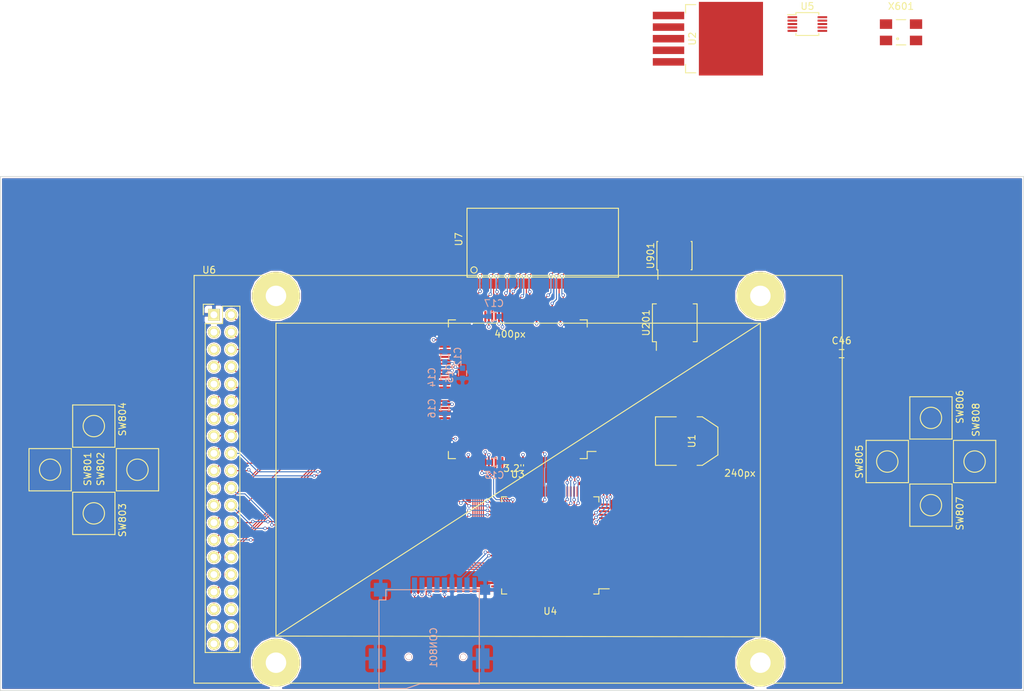
<source format=kicad_pcb>
(kicad_pcb (version 4) (host pcbnew "(2016-02-12 BZR 6554)-stable")

  (general
    (links 252)
    (no_connects 73)
    (area 55.549999 5.549373 205.650001 107.103)
    (thickness 1.6)
    (drawings 4)
    (tracks 868)
    (zones 0)
    (modules 26)
    (nets 193)
  )

  (page A4)
  (layers
    (0 F.Cu signal)
    (31 B.Cu signal)
    (32 B.Adhes user)
    (33 F.Adhes user)
    (34 B.Paste user)
    (35 F.Paste user)
    (36 B.SilkS user)
    (37 F.SilkS user)
    (38 B.Mask user)
    (39 F.Mask user)
    (40 Dwgs.User user)
    (41 Cmts.User user)
    (42 Eco1.User user)
    (43 Eco2.User user)
    (44 Edge.Cuts user)
    (45 Margin user)
    (46 B.CrtYd user)
    (47 F.CrtYd user)
    (48 B.Fab user)
    (49 F.Fab user)
  )

  (setup
    (last_trace_width 0.153)
    (trace_clearance 0.153)
    (zone_clearance 0.2)
    (zone_45_only no)
    (trace_min 0.153)
    (segment_width 0.2)
    (edge_width 0.1)
    (via_size 0.5)
    (via_drill 0.3)
    (via_min_size 0.4)
    (via_min_drill 0.3)
    (uvia_size 0.3)
    (uvia_drill 0.1)
    (uvias_allowed no)
    (uvia_min_size 0.2)
    (uvia_min_drill 0.1)
    (pcb_text_width 0.3)
    (pcb_text_size 1.5 1.5)
    (mod_edge_width 0.15)
    (mod_text_size 1 1)
    (mod_text_width 0.15)
    (pad_size 1.5 1.5)
    (pad_drill 0.6)
    (pad_to_mask_clearance 0)
    (aux_axis_origin 0 0)
    (visible_elements FFFFFF7F)
    (pcbplotparams
      (layerselection 0x00030_ffffffff)
      (usegerberextensions false)
      (excludeedgelayer true)
      (linewidth 0.100000)
      (plotframeref false)
      (viasonmask false)
      (mode 1)
      (useauxorigin false)
      (hpglpennumber 1)
      (hpglpenspeed 20)
      (hpglpendiameter 15)
      (psnegative false)
      (psa4output false)
      (plotreference true)
      (plotvalue true)
      (plotinvisibletext false)
      (padsonsilk false)
      (subtractmaskfromsilk false)
      (outputformat 1)
      (mirror false)
      (drillshape 1)
      (scaleselection 1)
      (outputdirectory ""))
  )

  (net 0 "")
  (net 1 /FSMC/DA13)
  (net 2 /FSMC/E1_N)
  (net 3 "Net-(C4-Pad1)")
  (net 4 VFPGA33)
  (net 5 +1V2)
  (net 6 /FSMC/A23)
  (net 7 /FSMC/A19)
  (net 8 /FSMC/A20)
  (net 9 /FSMC/A21)
  (net 10 /FSMC/A22)
  (net 11 "Net-(U4-Pad7)")
  (net 12 "Net-(U4-Pad8)")
  (net 13 "Net-(U4-Pad9)")
  (net 14 "Net-(U4-Pad33)")
  (net 15 "Net-(U4-Pad34)")
  (net 16 "Net-(U4-Pad35)")
  (net 17 "Net-(U4-Pad36)")
  (net 18 /FSMC/BOOT1)
  (net 19 /FSMC/DA4)
  (net 20 /FSMC/DA5)
  (net 21 /FSMC/DA6)
  (net 22 /FSMC/DA7)
  (net 23 /FSMC/DA8)
  (net 24 /FSMC/DA9)
  (net 25 /FSMC/DA10)
  (net 26 /FSMC/DA11)
  (net 27 /FSMC/DA12)
  (net 28 "Net-(U4-Pad47)")
  (net 29 "Net-(U4-Pad48)")
  (net 30 /FSMC/DA14)
  (net 31 /FSMC/DA15)
  (net 32 /FSMC/A16)
  (net 33 /FSMC/A17)
  (net 34 /FSMC/A18)
  (net 35 /FSMC/DA0)
  (net 36 /FSMC/DA1)
  (net 37 /FSMC/DA2)
  (net 38 /FSMC/DA3)
  (net 39 /FSMC/CLK)
  (net 40 /FSMC/OE_N)
  (net 41 /FSMC/WE_N)
  (net 42 /FSMC/WAIT_N)
  (net 43 /FSMC/JTDO)
  (net 44 /FSMC/JRST_N)
  (net 45 "Net-(U4-Pad91)")
  (net 46 "Net-(U4-Pad92)")
  (net 47 /FSMC/ADV_N)
  (net 48 "Net-(U4-Pad95)")
  (net 49 "Net-(U4-Pad96)")
  (net 50 /FSMC/BL0_N)
  (net 51 /FSMC/BL1_N)
  (net 52 VSTM33)
  (net 53 GND)
  (net 54 /powersupply/VCAP1)
  (net 55 /powersupply/VCAP2)
  (net 56 "Net-(U6-Pad5)")
  (net 57 "Net-(U6-Pad31)")
  (net 58 "Net-(U6-Pad35)")
  (net 59 "Net-(R14-Pad1)")
  (net 60 "Net-(U6-Pad38)")
  (net 61 "Net-(U6-Pad39)")
  (net 62 "Net-(U6-Pad40)")
  (net 63 /display/DB0)
  (net 64 /display/DB1)
  (net 65 /display/DB2)
  (net 66 /display/RS)
  (net 67 /display/DB3)
  (net 68 /display/WR)
  (net 69 /display/DB4)
  (net 70 /display/RD)
  (net 71 /display/DB5)
  (net 72 /display/DB8)
  (net 73 /display/DB6)
  (net 74 /display/DB9)
  (net 75 /display/DB7)
  (net 76 /display/DB10)
  (net 77 /display/DB11)
  (net 78 /display/DB12)
  (net 79 /display/DB13)
  (net 80 /display/DB14)
  (net 81 /display/DB15)
  (net 82 /display/CS)
  (net 83 /display/RST)
  (net 84 "Net-(U3-Pad73)")
  (net 85 /display/T_BUSY)
  (net 86 /display/T_IRQ)
  (net 87 /sdram/DQ0)
  (net 88 /sdram/DQ1)
  (net 89 /sdram/DQ2)
  (net 90 /sdram/DQ3)
  (net 91 /sdram/DQ4)
  (net 92 /sdram/DQ5)
  (net 93 /sdram/DQ6)
  (net 94 /sdram/DQ7)
  (net 95 /sdram/DQML)
  (net 96 /sdram/WE)
  (net 97 /sdram/CAS)
  (net 98 /sdram/RAS)
  (net 99 /sdram/CS)
  (net 100 /sdram/BA0)
  (net 101 /sdram/BA1)
  (net 102 /sdram/A10)
  (net 103 /sdram/A0)
  (net 104 /sdram/A1)
  (net 105 /sdram/A2)
  (net 106 /sdram/A3)
  (net 107 /sdram/A4)
  (net 108 /sdram/A5)
  (net 109 /sdram/A6)
  (net 110 /sdram/A7)
  (net 111 /sdram/A8)
  (net 112 /sdram/A9)
  (net 113 /sdram/A11)
  (net 114 "Net-(U7-Pad36)")
  (net 115 /sdram/CKE)
  (net 116 /sdram/CLK)
  (net 117 /sdram/DQMH)
  (net 118 "Net-(U7-Pad40)")
  (net 119 /sdram/DQ8)
  (net 120 /sdram/DQ9)
  (net 121 /sdram/DQ10)
  (net 122 /sdram/DQ11)
  (net 123 /sdram/DQ12)
  (net 124 /sdram/DQ13)
  (net 125 /sdram/DQ14)
  (net 126 /sdram/DQ15)
  (net 127 /sdcard/SDIO_D3)
  (net 128 /sdcard/SDIO_CLK)
  (net 129 /sdcard/SDIO_D0)
  (net 130 /sdcard/SDIO_D1)
  (net 131 /sdcard/SDIO_D2)
  (net 132 /debug/FTMS)
  (net 133 /debug/FTDI)
  (net 134 /debug/FTCK)
  (net 135 /debug/FTDO)
  (net 136 /debug/OSCIN)
  (net 137 /debug/OSCOUT)
  (net 138 /FSMC/SDIO_CMD)
  (net 139 /userif/SW_LEFT)
  (net 140 /userif/SW_UP)
  (net 141 /userif/SW_DOWN)
  (net 142 /userif/SW_RIGHT)
  (net 143 /FSMC/T_CS)
  (net 144 /FSMC/T_CLK)
  (net 145 /FSMC/T_DOUT)
  (net 146 /FSMC/T_DIN)
  (net 147 "Net-(U6-Pad30)")
  (net 148 "Net-(U6-Pad32)")
  (net 149 "Net-(U6-Pad34)")
  (net 150 "Net-(U6-Pad36)")
  (net 151 /sdcard/SW_B)
  (net 152 /sdcard/SW_A)
  (net 153 /sdcard/SW_C)
  (net 154 /sdcard/SW_D)
  (net 155 /powersupply/TOE)
  (net 156 /powersupply/CFG0)
  (net 157 /userif/RGBLED0)
  (net 158 /userif/RGBLED1)
  (net 159 /userif/RGBLED2)
  (net 160 /debug/JTMS)
  (net 161 /debug/JTCK)
  (net 162 /debug/JTDI)
  (net 163 /audio/ABCK)
  (net 164 /audio/AWS)
  (net 165 /audio/ADATA)
  (net 166 /audio/ACLK)
  (net 167 /audio/L3DATA)
  (net 168 /audio/L3MODE)
  (net 169 /audio/DACL)
  (net 170 /audio/DACR)
  (net 171 /audio/DACVREF)
  (net 172 "Net-(D1-Pad1)")
  (net 173 VSYS)
  (net 174 /sdram/CLK_50M)
  (net 175 VUSB)
  (net 176 /powersupply/CHG_ACTIVE_N)
  (net 177 "Net-(U5-Pad4)")
  (net 178 "Net-(R8-Pad1)")
  (net 179 /powersupply/USB_PRESENT_N)
  (net 180 "Net-(P2-Pad1)")
  (net 181 VBAT)
  (net 182 "Net-(X601-Pad1)")
  (net 183 /sdcard/SDCARD_DETECT)
  (net 184 /FSMC/BACKLIGHT_EN_N)
  (net 185 /debug/NRST)
  (net 186 /powersupply/SYS_VOLTAGE)
  (net 187 /powersupply/FPGA_ENABLE_N)
  (net 188 /powersupply/CHARGE_ENABLE)
  (net 189 /debug/BOOT0)
  (net 190 "Net-(R9-Pad1)")
  (net 191 /audio/FBL)
  (net 192 /audio/FBR)

  (net_class Default "This is the default net class."
    (clearance 0.153)
    (trace_width 0.153)
    (via_dia 0.5)
    (via_drill 0.3)
    (uvia_dia 0.3)
    (uvia_drill 0.1)
    (add_net +1V2)
    (add_net /FSMC/A16)
    (add_net /FSMC/A17)
    (add_net /FSMC/A18)
    (add_net /FSMC/A19)
    (add_net /FSMC/A20)
    (add_net /FSMC/A21)
    (add_net /FSMC/A22)
    (add_net /FSMC/A23)
    (add_net /FSMC/ADV_N)
    (add_net /FSMC/BACKLIGHT_EN_N)
    (add_net /FSMC/BL0_N)
    (add_net /FSMC/BL1_N)
    (add_net /FSMC/BOOT1)
    (add_net /FSMC/CLK)
    (add_net /FSMC/DA0)
    (add_net /FSMC/DA1)
    (add_net /FSMC/DA10)
    (add_net /FSMC/DA11)
    (add_net /FSMC/DA12)
    (add_net /FSMC/DA13)
    (add_net /FSMC/DA14)
    (add_net /FSMC/DA15)
    (add_net /FSMC/DA2)
    (add_net /FSMC/DA3)
    (add_net /FSMC/DA4)
    (add_net /FSMC/DA5)
    (add_net /FSMC/DA6)
    (add_net /FSMC/DA7)
    (add_net /FSMC/DA8)
    (add_net /FSMC/DA9)
    (add_net /FSMC/E1_N)
    (add_net /FSMC/JRST_N)
    (add_net /FSMC/JTDO)
    (add_net /FSMC/OE_N)
    (add_net /FSMC/SDIO_CMD)
    (add_net /FSMC/T_CLK)
    (add_net /FSMC/T_CS)
    (add_net /FSMC/T_DIN)
    (add_net /FSMC/T_DOUT)
    (add_net /FSMC/WAIT_N)
    (add_net /FSMC/WE_N)
    (add_net /audio/ABCK)
    (add_net /audio/ACLK)
    (add_net /audio/ADATA)
    (add_net /audio/AWS)
    (add_net /audio/DACL)
    (add_net /audio/DACR)
    (add_net /audio/DACVREF)
    (add_net /audio/FBL)
    (add_net /audio/FBR)
    (add_net /audio/L3DATA)
    (add_net /audio/L3MODE)
    (add_net /debug/BOOT0)
    (add_net /debug/FTCK)
    (add_net /debug/FTDI)
    (add_net /debug/FTDO)
    (add_net /debug/FTMS)
    (add_net /debug/JTCK)
    (add_net /debug/JTDI)
    (add_net /debug/JTMS)
    (add_net /debug/NRST)
    (add_net /debug/OSCIN)
    (add_net /debug/OSCOUT)
    (add_net /display/CS)
    (add_net /display/DB0)
    (add_net /display/DB1)
    (add_net /display/DB10)
    (add_net /display/DB11)
    (add_net /display/DB12)
    (add_net /display/DB13)
    (add_net /display/DB14)
    (add_net /display/DB15)
    (add_net /display/DB2)
    (add_net /display/DB3)
    (add_net /display/DB4)
    (add_net /display/DB5)
    (add_net /display/DB6)
    (add_net /display/DB7)
    (add_net /display/DB8)
    (add_net /display/DB9)
    (add_net /display/RD)
    (add_net /display/RS)
    (add_net /display/RST)
    (add_net /display/T_BUSY)
    (add_net /display/T_IRQ)
    (add_net /display/WR)
    (add_net /powersupply/CFG0)
    (add_net /powersupply/CHARGE_ENABLE)
    (add_net /powersupply/CHG_ACTIVE_N)
    (add_net /powersupply/FPGA_ENABLE_N)
    (add_net /powersupply/SYS_VOLTAGE)
    (add_net /powersupply/TOE)
    (add_net /powersupply/USB_PRESENT_N)
    (add_net /powersupply/VCAP1)
    (add_net /powersupply/VCAP2)
    (add_net /sdcard/SDCARD_DETECT)
    (add_net /sdcard/SDIO_CLK)
    (add_net /sdcard/SDIO_D0)
    (add_net /sdcard/SDIO_D1)
    (add_net /sdcard/SDIO_D2)
    (add_net /sdcard/SDIO_D3)
    (add_net /sdcard/SW_A)
    (add_net /sdcard/SW_B)
    (add_net /sdcard/SW_C)
    (add_net /sdcard/SW_D)
    (add_net /sdram/A0)
    (add_net /sdram/A1)
    (add_net /sdram/A10)
    (add_net /sdram/A11)
    (add_net /sdram/A2)
    (add_net /sdram/A3)
    (add_net /sdram/A4)
    (add_net /sdram/A5)
    (add_net /sdram/A6)
    (add_net /sdram/A7)
    (add_net /sdram/A8)
    (add_net /sdram/A9)
    (add_net /sdram/BA0)
    (add_net /sdram/BA1)
    (add_net /sdram/CAS)
    (add_net /sdram/CKE)
    (add_net /sdram/CLK)
    (add_net /sdram/CLK_50M)
    (add_net /sdram/CS)
    (add_net /sdram/DQ0)
    (add_net /sdram/DQ1)
    (add_net /sdram/DQ10)
    (add_net /sdram/DQ11)
    (add_net /sdram/DQ12)
    (add_net /sdram/DQ13)
    (add_net /sdram/DQ14)
    (add_net /sdram/DQ15)
    (add_net /sdram/DQ2)
    (add_net /sdram/DQ3)
    (add_net /sdram/DQ4)
    (add_net /sdram/DQ5)
    (add_net /sdram/DQ6)
    (add_net /sdram/DQ7)
    (add_net /sdram/DQ8)
    (add_net /sdram/DQ9)
    (add_net /sdram/DQMH)
    (add_net /sdram/DQML)
    (add_net /sdram/RAS)
    (add_net /sdram/WE)
    (add_net /userif/RGBLED0)
    (add_net /userif/RGBLED1)
    (add_net /userif/RGBLED2)
    (add_net /userif/SW_DOWN)
    (add_net /userif/SW_LEFT)
    (add_net /userif/SW_RIGHT)
    (add_net /userif/SW_UP)
    (add_net GND)
    (add_net "Net-(C4-Pad1)")
    (add_net "Net-(D1-Pad1)")
    (add_net "Net-(P2-Pad1)")
    (add_net "Net-(R14-Pad1)")
    (add_net "Net-(R8-Pad1)")
    (add_net "Net-(R9-Pad1)")
    (add_net "Net-(U3-Pad73)")
    (add_net "Net-(U4-Pad33)")
    (add_net "Net-(U4-Pad34)")
    (add_net "Net-(U4-Pad35)")
    (add_net "Net-(U4-Pad36)")
    (add_net "Net-(U4-Pad47)")
    (add_net "Net-(U4-Pad48)")
    (add_net "Net-(U4-Pad7)")
    (add_net "Net-(U4-Pad8)")
    (add_net "Net-(U4-Pad9)")
    (add_net "Net-(U4-Pad91)")
    (add_net "Net-(U4-Pad92)")
    (add_net "Net-(U4-Pad95)")
    (add_net "Net-(U4-Pad96)")
    (add_net "Net-(U5-Pad4)")
    (add_net "Net-(U6-Pad30)")
    (add_net "Net-(U6-Pad31)")
    (add_net "Net-(U6-Pad32)")
    (add_net "Net-(U6-Pad34)")
    (add_net "Net-(U6-Pad35)")
    (add_net "Net-(U6-Pad36)")
    (add_net "Net-(U6-Pad38)")
    (add_net "Net-(U6-Pad39)")
    (add_net "Net-(U6-Pad40)")
    (add_net "Net-(U6-Pad5)")
    (add_net "Net-(U7-Pad36)")
    (add_net "Net-(U7-Pad40)")
    (add_net "Net-(X601-Pad1)")
    (add_net VBAT)
    (add_net VFPGA33)
    (add_net VSTM33)
    (add_net VSYS)
    (add_net VUSB)
  )

  (module Housings_QFP:LQFP-144_20x20mm_Pitch0.5mm (layer F.Cu) (tedit 54130A77) (tstamp 56C45027)
    (at 131.443728 62.795542 180)
    (descr "144-Lead Plastic Low Profile Quad Flatpack (PL) - 20x20x1.40 mm Body [LQFP], 2.00 mm Footprint (see Microchip Packaging Specification 00000049BS.pdf)")
    (tags "QFP 0.5")
    (path /563244F7/56323459)
    (attr smd)
    (fp_text reference U3 (at 0 -12.475 180) (layer F.SilkS)
      (effects (font (size 1 1) (thickness 0.15)))
    )
    (fp_text value LFXP2-5E-6TN144C (at 0 12.475 180) (layer F.Fab)
      (effects (font (size 1 1) (thickness 0.15)))
    )
    (fp_line (start -11.75 -11.75) (end -11.75 11.75) (layer F.CrtYd) (width 0.05))
    (fp_line (start 11.75 -11.75) (end 11.75 11.75) (layer F.CrtYd) (width 0.05))
    (fp_line (start -11.75 -11.75) (end 11.75 -11.75) (layer F.CrtYd) (width 0.05))
    (fp_line (start -11.75 11.75) (end 11.75 11.75) (layer F.CrtYd) (width 0.05))
    (fp_line (start -10.175 -10.175) (end -10.175 -9.125) (layer F.SilkS) (width 0.15))
    (fp_line (start 10.175 -10.175) (end 10.175 -9.125) (layer F.SilkS) (width 0.15))
    (fp_line (start 10.175 10.175) (end 10.175 9.125) (layer F.SilkS) (width 0.15))
    (fp_line (start -10.175 10.175) (end -10.175 9.125) (layer F.SilkS) (width 0.15))
    (fp_line (start -10.175 -10.175) (end -9.125 -10.175) (layer F.SilkS) (width 0.15))
    (fp_line (start -10.175 10.175) (end -9.125 10.175) (layer F.SilkS) (width 0.15))
    (fp_line (start 10.175 10.175) (end 9.125 10.175) (layer F.SilkS) (width 0.15))
    (fp_line (start 10.175 -10.175) (end 9.125 -10.175) (layer F.SilkS) (width 0.15))
    (fp_line (start -10.175 -9.125) (end -11.475 -9.125) (layer F.SilkS) (width 0.15))
    (pad 1 smd rect (at -10.7 -8.75 180) (size 1.55 0.3) (layers F.Cu F.Paste F.Mask)
      (net 50 /FSMC/BL0_N))
    (pad 2 smd rect (at -10.7 -8.25 180) (size 1.55 0.3) (layers F.Cu F.Paste F.Mask)
      (net 51 /FSMC/BL1_N))
    (pad 3 smd rect (at -10.7 -7.75 180) (size 1.55 0.3) (layers F.Cu F.Paste F.Mask)
      (net 53 GND))
    (pad 4 smd rect (at -10.7 -7.25 180) (size 1.55 0.3) (layers F.Cu F.Paste F.Mask)
      (net 4 VFPGA33))
    (pad 5 smd rect (at -10.7 -6.75 180) (size 1.55 0.3) (layers F.Cu F.Paste F.Mask)
      (net 6 /FSMC/A23))
    (pad 6 smd rect (at -10.7 -6.25 180) (size 1.55 0.3) (layers F.Cu F.Paste F.Mask)
      (net 7 /FSMC/A19))
    (pad 7 smd rect (at -10.7 -5.75 180) (size 1.55 0.3) (layers F.Cu F.Paste F.Mask)
      (net 8 /FSMC/A20))
    (pad 8 smd rect (at -10.7 -5.25 180) (size 1.55 0.3) (layers F.Cu F.Paste F.Mask)
      (net 9 /FSMC/A21))
    (pad 9 smd rect (at -10.7 -4.75 180) (size 1.55 0.3) (layers F.Cu F.Paste F.Mask)
      (net 10 /FSMC/A22))
    (pad 10 smd rect (at -10.7 -4.25 180) (size 1.55 0.3) (layers F.Cu F.Paste F.Mask)
      (net 168 /audio/L3MODE))
    (pad 11 smd rect (at -10.7 -3.75 180) (size 1.55 0.3) (layers F.Cu F.Paste F.Mask)
      (net 165 /audio/ADATA))
    (pad 12 smd rect (at -10.7 -3.25 180) (size 1.55 0.3) (layers F.Cu F.Paste F.Mask)
      (net 53 GND))
    (pad 13 smd rect (at -10.7 -2.75 180) (size 1.55 0.3) (layers F.Cu F.Paste F.Mask)
      (net 167 /audio/L3DATA))
    (pad 14 smd rect (at -10.7 -2.25 180) (size 1.55 0.3) (layers F.Cu F.Paste F.Mask)
      (net 4 VFPGA33))
    (pad 15 smd rect (at -10.7 -1.75 180) (size 1.55 0.3) (layers F.Cu F.Paste F.Mask)
      (net 166 /audio/ACLK))
    (pad 16 smd rect (at -10.7 -1.25 180) (size 1.55 0.3) (layers F.Cu F.Paste F.Mask)
      (net 174 /sdram/CLK_50M))
    (pad 17 smd rect (at -10.7 -0.75 180) (size 1.55 0.3) (layers F.Cu F.Paste F.Mask)
      (net 164 /audio/AWS))
    (pad 18 smd rect (at -10.7 -0.25 180) (size 1.55 0.3) (layers F.Cu F.Paste F.Mask)
      (net 163 /audio/ABCK))
    (pad 19 smd rect (at -10.7 0.25 180) (size 1.55 0.3) (layers F.Cu F.Paste F.Mask)
      (net 107 /sdram/A4))
    (pad 20 smd rect (at -10.7 0.75 180) (size 1.55 0.3) (layers F.Cu F.Paste F.Mask)
      (net 108 /sdram/A5))
    (pad 21 smd rect (at -10.7 1.25 180) (size 1.55 0.3) (layers F.Cu F.Paste F.Mask)
      (net 109 /sdram/A6))
    (pad 22 smd rect (at -10.7 1.75 180) (size 1.55 0.3) (layers F.Cu F.Paste F.Mask)
      (net 110 /sdram/A7))
    (pad 23 smd rect (at -10.7 2.25 180) (size 1.55 0.3) (layers F.Cu F.Paste F.Mask)
      (net 4 VFPGA33))
    (pad 24 smd rect (at -10.7 2.75 180) (size 1.55 0.3) (layers F.Cu F.Paste F.Mask)
      (net 5 +1V2))
    (pad 25 smd rect (at -10.7 3.25 180) (size 1.55 0.3) (layers F.Cu F.Paste F.Mask)
      (net 155 /powersupply/TOE))
    (pad 26 smd rect (at -10.7 3.75 180) (size 1.55 0.3) (layers F.Cu F.Paste F.Mask)
      (net 156 /powersupply/CFG0))
    (pad 27 smd rect (at -10.7 4.25 180) (size 1.55 0.3) (layers F.Cu F.Paste F.Mask)
      (net 111 /sdram/A8))
    (pad 28 smd rect (at -10.7 4.75 180) (size 1.55 0.3) (layers F.Cu F.Paste F.Mask)
      (net 112 /sdram/A9))
    (pad 29 smd rect (at -10.7 5.25 180) (size 1.55 0.3) (layers F.Cu F.Paste F.Mask)
      (net 113 /sdram/A11))
    (pad 30 smd rect (at -10.7 5.75 180) (size 1.55 0.3) (layers F.Cu F.Paste F.Mask)
      (net 106 /sdram/A3))
    (pad 31 smd rect (at -10.7 6.25 180) (size 1.55 0.3) (layers F.Cu F.Paste F.Mask)
      (net 105 /sdram/A2))
    (pad 32 smd rect (at -10.7 6.75 180) (size 1.55 0.3) (layers F.Cu F.Paste F.Mask)
      (net 104 /sdram/A1))
    (pad 33 smd rect (at -10.7 7.25 180) (size 1.55 0.3) (layers F.Cu F.Paste F.Mask)
      (net 4 VFPGA33))
    (pad 34 smd rect (at -10.7 7.75 180) (size 1.55 0.3) (layers F.Cu F.Paste F.Mask)
      (net 53 GND))
    (pad 35 smd rect (at -10.7 8.25 180) (size 1.55 0.3) (layers F.Cu F.Paste F.Mask)
      (net 102 /sdram/A10))
    (pad 36 smd rect (at -10.7 8.75 180) (size 1.55 0.3) (layers F.Cu F.Paste F.Mask)
      (net 103 /sdram/A0))
    (pad 37 smd rect (at -8.75 10.7 270) (size 1.55 0.3) (layers F.Cu F.Paste F.Mask)
      (net 101 /sdram/BA1))
    (pad 38 smd rect (at -8.25 10.7 270) (size 1.55 0.3) (layers F.Cu F.Paste F.Mask)
      (net 100 /sdram/BA0))
    (pad 39 smd rect (at -7.75 10.7 270) (size 1.55 0.3) (layers F.Cu F.Paste F.Mask)
      (net 99 /sdram/CS))
    (pad 40 smd rect (at -7.25 10.7 270) (size 1.55 0.3) (layers F.Cu F.Paste F.Mask)
      (net 98 /sdram/RAS))
    (pad 41 smd rect (at -6.75 10.7 270) (size 1.55 0.3) (layers F.Cu F.Paste F.Mask)
      (net 53 GND))
    (pad 42 smd rect (at -6.25 10.7 270) (size 1.55 0.3) (layers F.Cu F.Paste F.Mask)
      (net 4 VFPGA33))
    (pad 43 smd rect (at -5.75 10.7 270) (size 1.55 0.3) (layers F.Cu F.Paste F.Mask)
      (net 115 /sdram/CKE))
    (pad 44 smd rect (at -5.25 10.7 270) (size 1.55 0.3) (layers F.Cu F.Paste F.Mask)
      (net 97 /sdram/CAS))
    (pad 45 smd rect (at -4.75 10.7 270) (size 1.55 0.3) (layers F.Cu F.Paste F.Mask)
      (net 116 /sdram/CLK))
    (pad 46 smd rect (at -4.25 10.7 270) (size 1.55 0.3) (layers F.Cu F.Paste F.Mask)
      (net 96 /sdram/WE))
    (pad 47 smd rect (at -3.75 10.7 270) (size 1.55 0.3) (layers F.Cu F.Paste F.Mask)
      (net 117 /sdram/DQMH))
    (pad 48 smd rect (at -3.25 10.7 270) (size 1.55 0.3) (layers F.Cu F.Paste F.Mask)
      (net 95 /sdram/DQML))
    (pad 49 smd rect (at -2.75 10.7 270) (size 1.55 0.3) (layers F.Cu F.Paste F.Mask)
      (net 4 VFPGA33))
    (pad 50 smd rect (at -2.25 10.7 270) (size 1.55 0.3) (layers F.Cu F.Paste F.Mask)
      (net 94 /sdram/DQ7))
    (pad 51 smd rect (at -1.75 10.7 270) (size 1.55 0.3) (layers F.Cu F.Paste F.Mask)
      (net 53 GND))
    (pad 52 smd rect (at -1.25 10.7 270) (size 1.55 0.3) (layers F.Cu F.Paste F.Mask)
      (net 119 /sdram/DQ8))
    (pad 53 smd rect (at -0.75 10.7 270) (size 1.55 0.3) (layers F.Cu F.Paste F.Mask)
      (net 93 /sdram/DQ6))
    (pad 54 smd rect (at -0.25 10.7 270) (size 1.55 0.3) (layers F.Cu F.Paste F.Mask)
      (net 120 /sdram/DQ9))
    (pad 55 smd rect (at 0.25 10.7 270) (size 1.55 0.3) (layers F.Cu F.Paste F.Mask)
      (net 92 /sdram/DQ5))
    (pad 56 smd rect (at 0.75 10.7 270) (size 1.55 0.3) (layers F.Cu F.Paste F.Mask)
      (net 121 /sdram/DQ10))
    (pad 57 smd rect (at 1.25 10.7 270) (size 1.55 0.3) (layers F.Cu F.Paste F.Mask)
      (net 91 /sdram/DQ4))
    (pad 58 smd rect (at 1.75 10.7 270) (size 1.55 0.3) (layers F.Cu F.Paste F.Mask)
      (net 122 /sdram/DQ11))
    (pad 59 smd rect (at 2.25 10.7 270) (size 1.55 0.3) (layers F.Cu F.Paste F.Mask)
      (net 5 +1V2))
    (pad 60 smd rect (at 2.75 10.7 270) (size 1.55 0.3) (layers F.Cu F.Paste F.Mask)
      (net 4 VFPGA33))
    (pad 61 smd rect (at 3.25 10.7 270) (size 1.55 0.3) (layers F.Cu F.Paste F.Mask)
      (net 90 /sdram/DQ3))
    (pad 62 smd rect (at 3.75 10.7 270) (size 1.55 0.3) (layers F.Cu F.Paste F.Mask)
      (net 123 /sdram/DQ12))
    (pad 63 smd rect (at 4.25 10.7 270) (size 1.55 0.3) (layers F.Cu F.Paste F.Mask)
      (net 4 VFPGA33))
    (pad 64 smd rect (at 4.75 10.7 270) (size 1.55 0.3) (layers F.Cu F.Paste F.Mask)
      (net 53 GND))
    (pad 65 smd rect (at 5.25 10.7 270) (size 1.55 0.3) (layers F.Cu F.Paste F.Mask)
      (net 89 /sdram/DQ2))
    (pad 66 smd rect (at 5.75 10.7 270) (size 1.55 0.3) (layers F.Cu F.Paste F.Mask)
      (net 124 /sdram/DQ13))
    (pad 67 smd rect (at 6.25 10.7 270) (size 1.55 0.3) (layers F.Cu F.Paste F.Mask)
      (net 4 VFPGA33))
    (pad 68 smd rect (at 6.75 10.7 270) (size 1.55 0.3) (layers F.Cu F.Paste F.Mask)
      (net 53 GND))
    (pad 69 smd rect (at 7.25 10.7 270) (size 1.55 0.3) (layers F.Cu F.Paste F.Mask)
      (net 88 /sdram/DQ1))
    (pad 70 smd rect (at 7.75 10.7 270) (size 1.55 0.3) (layers F.Cu F.Paste F.Mask)
      (net 125 /sdram/DQ14))
    (pad 71 smd rect (at 8.25 10.7 270) (size 1.55 0.3) (layers F.Cu F.Paste F.Mask)
      (net 87 /sdram/DQ0))
    (pad 72 smd rect (at 8.75 10.7 270) (size 1.55 0.3) (layers F.Cu F.Paste F.Mask)
      (net 126 /sdram/DQ15))
    (pad 73 smd rect (at 10.7 8.75 180) (size 1.55 0.3) (layers F.Cu F.Paste F.Mask)
      (net 84 "Net-(U3-Pad73)"))
    (pad 74 smd rect (at 10.7 8.25 180) (size 1.55 0.3) (layers F.Cu F.Paste F.Mask)
      (net 63 /display/DB0))
    (pad 75 smd rect (at 10.7 7.75 180) (size 1.55 0.3) (layers F.Cu F.Paste F.Mask)
      (net 53 GND))
    (pad 76 smd rect (at 10.7 7.25 180) (size 1.55 0.3) (layers F.Cu F.Paste F.Mask)
      (net 4 VFPGA33))
    (pad 77 smd rect (at 10.7 6.75 180) (size 1.55 0.3) (layers F.Cu F.Paste F.Mask)
      (net 64 /display/DB1))
    (pad 78 smd rect (at 10.7 6.25 180) (size 1.55 0.3) (layers F.Cu F.Paste F.Mask)
      (net 65 /display/DB2))
    (pad 79 smd rect (at 10.7 5.75 180) (size 1.55 0.3) (layers F.Cu F.Paste F.Mask)
      (net 132 /debug/FTMS))
    (pad 80 smd rect (at 10.7 5.25 180) (size 1.55 0.3) (layers F.Cu F.Paste F.Mask)
      (net 133 /debug/FTDI))
    (pad 81 smd rect (at 10.7 4.75 180) (size 1.55 0.3) (layers F.Cu F.Paste F.Mask)
      (net 134 /debug/FTCK))
    (pad 82 smd rect (at 10.7 4.25 180) (size 1.55 0.3) (layers F.Cu F.Paste F.Mask)
      (net 135 /debug/FTDO))
    (pad 83 smd rect (at 10.7 3.75 180) (size 1.55 0.3) (layers F.Cu F.Paste F.Mask)
      (net 4 VFPGA33))
    (pad 84 smd rect (at 10.7 3.25 180) (size 1.55 0.3) (layers F.Cu F.Paste F.Mask)
      (net 5 +1V2))
    (pad 85 smd rect (at 10.7 2.75 180) (size 1.55 0.3) (layers F.Cu F.Paste F.Mask)
      (net 4 VFPGA33))
    (pad 86 smd rect (at 10.7 2.25 180) (size 1.55 0.3) (layers F.Cu F.Paste F.Mask)
      (net 53 GND))
    (pad 87 smd rect (at 10.7 1.75 180) (size 1.55 0.3) (layers F.Cu F.Paste F.Mask)
      (net 66 /display/RS))
    (pad 88 smd rect (at 10.7 1.25 180) (size 1.55 0.3) (layers F.Cu F.Paste F.Mask)
      (net 67 /display/DB3))
    (pad 89 smd rect (at 10.7 0.75 180) (size 1.55 0.3) (layers F.Cu F.Paste F.Mask)
      (net 68 /display/WR))
    (pad 90 smd rect (at 10.7 0.25 180) (size 1.55 0.3) (layers F.Cu F.Paste F.Mask)
      (net 69 /display/DB4))
    (pad 91 smd rect (at 10.7 -0.25 180) (size 1.55 0.3) (layers F.Cu F.Paste F.Mask)
      (net 70 /display/RD))
    (pad 92 smd rect (at 10.7 -0.75 180) (size 1.55 0.3) (layers F.Cu F.Paste F.Mask)
      (net 71 /display/DB5))
    (pad 93 smd rect (at 10.7 -1.25 180) (size 1.55 0.3) (layers F.Cu F.Paste F.Mask)
      (net 72 /display/DB8))
    (pad 94 smd rect (at 10.7 -1.75 180) (size 1.55 0.3) (layers F.Cu F.Paste F.Mask)
      (net 73 /display/DB6))
    (pad 95 smd rect (at 10.7 -2.25 180) (size 1.55 0.3) (layers F.Cu F.Paste F.Mask)
      (net 4 VFPGA33))
    (pad 96 smd rect (at 10.7 -2.75 180) (size 1.55 0.3) (layers F.Cu F.Paste F.Mask)
      (net 74 /display/DB9))
    (pad 97 smd rect (at 10.7 -3.25 180) (size 1.55 0.3) (layers F.Cu F.Paste F.Mask)
      (net 53 GND))
    (pad 98 smd rect (at 10.7 -3.75 180) (size 1.55 0.3) (layers F.Cu F.Paste F.Mask)
      (net 75 /display/DB7))
    (pad 99 smd rect (at 10.7 -4.25 180) (size 1.55 0.3) (layers F.Cu F.Paste F.Mask)
      (net 76 /display/DB10))
    (pad 100 smd rect (at 10.7 -4.75 180) (size 1.55 0.3) (layers F.Cu F.Paste F.Mask)
      (net 77 /display/DB11))
    (pad 101 smd rect (at 10.7 -5.25 180) (size 1.55 0.3) (layers F.Cu F.Paste F.Mask)
      (net 78 /display/DB12))
    (pad 102 smd rect (at 10.7 -5.75 180) (size 1.55 0.3) (layers F.Cu F.Paste F.Mask)
      (net 79 /display/DB13))
    (pad 103 smd rect (at 10.7 -6.25 180) (size 1.55 0.3) (layers F.Cu F.Paste F.Mask)
      (net 80 /display/DB14))
    (pad 104 smd rect (at 10.7 -6.75 180) (size 1.55 0.3) (layers F.Cu F.Paste F.Mask)
      (net 81 /display/DB15))
    (pad 105 smd rect (at 10.7 -7.25 180) (size 1.55 0.3) (layers F.Cu F.Paste F.Mask)
      (net 4 VFPGA33))
    (pad 106 smd rect (at 10.7 -7.75 180) (size 1.55 0.3) (layers F.Cu F.Paste F.Mask)
      (net 53 GND))
    (pad 107 smd rect (at 10.7 -8.25 180) (size 1.55 0.3) (layers F.Cu F.Paste F.Mask)
      (net 82 /display/CS))
    (pad 108 smd rect (at 10.7 -8.75 180) (size 1.55 0.3) (layers F.Cu F.Paste F.Mask)
      (net 83 /display/RST))
    (pad 109 smd rect (at 8.75 -10.7 270) (size 1.55 0.3) (layers F.Cu F.Paste F.Mask)
      (net 34 /FSMC/A18))
    (pad 110 smd rect (at 8.25 -10.7 270) (size 1.55 0.3) (layers F.Cu F.Paste F.Mask)
      (net 33 /FSMC/A17))
    (pad 111 smd rect (at 7.75 -10.7 270) (size 1.55 0.3) (layers F.Cu F.Paste F.Mask)
      (net 53 GND))
    (pad 112 smd rect (at 7.25 -10.7 270) (size 1.55 0.3) (layers F.Cu F.Paste F.Mask)
      (net 4 VFPGA33))
    (pad 113 smd rect (at 6.75 -10.7 270) (size 1.55 0.3) (layers F.Cu F.Paste F.Mask)
      (net 32 /FSMC/A16))
    (pad 114 smd rect (at 6.25 -10.7 270) (size 1.55 0.3) (layers F.Cu F.Paste F.Mask)
      (net 184 /FSMC/BACKLIGHT_EN_N))
    (pad 115 smd rect (at 5.75 -10.7 270) (size 1.55 0.3) (layers F.Cu F.Paste F.Mask)
      (net 40 /FSMC/OE_N))
    (pad 116 smd rect (at 5.25 -10.7 270) (size 1.55 0.3) (layers F.Cu F.Paste F.Mask)
      (net 39 /FSMC/CLK))
    (pad 117 smd rect (at 4.75 -10.7 270) (size 1.55 0.3) (layers F.Cu F.Paste F.Mask)
      (net 4 VFPGA33))
    (pad 118 smd rect (at 4.25 -10.7 270) (size 1.55 0.3) (layers F.Cu F.Paste F.Mask)
      (net 5 +1V2))
    (pad 119 smd rect (at 3.75 -10.7 270) (size 1.55 0.3) (layers F.Cu F.Paste F.Mask)
      (net 31 /FSMC/DA15))
    (pad 120 smd rect (at 3.25 -10.7 270) (size 1.55 0.3) (layers F.Cu F.Paste F.Mask)
      (net 30 /FSMC/DA14))
    (pad 121 smd rect (at 2.75 -10.7 270) (size 1.55 0.3) (layers F.Cu F.Paste F.Mask)
      (net 1 /FSMC/DA13))
    (pad 122 smd rect (at 2.25 -10.7 270) (size 1.55 0.3) (layers F.Cu F.Paste F.Mask)
      (net 35 /FSMC/DA0))
    (pad 123 smd rect (at 1.75 -10.7 270) (size 1.55 0.3) (layers F.Cu F.Paste F.Mask)
      (net 36 /FSMC/DA1))
    (pad 124 smd rect (at 1.25 -10.7 270) (size 1.55 0.3) (layers F.Cu F.Paste F.Mask)
      (net 37 /FSMC/DA2))
    (pad 125 smd rect (at 0.75 -10.7 270) (size 1.55 0.3) (layers F.Cu F.Paste F.Mask)
      (net 38 /FSMC/DA3))
    (pad 126 smd rect (at 0.25 -10.7 270) (size 1.55 0.3) (layers F.Cu F.Paste F.Mask)
      (net 53 GND))
    (pad 127 smd rect (at -0.25 -10.7 270) (size 1.55 0.3) (layers F.Cu F.Paste F.Mask)
      (net 27 /FSMC/DA12))
    (pad 128 smd rect (at -0.75 -10.7 270) (size 1.55 0.3) (layers F.Cu F.Paste F.Mask)
      (net 4 VFPGA33))
    (pad 129 smd rect (at -1.25 -10.7 270) (size 1.55 0.3) (layers F.Cu F.Paste F.Mask)
      (net 26 /FSMC/DA11))
    (pad 130 smd rect (at -1.75 -10.7 270) (size 1.55 0.3) (layers F.Cu F.Paste F.Mask)
      (net 25 /FSMC/DA10))
    (pad 131 smd rect (at -2.25 -10.7 270) (size 1.55 0.3) (layers F.Cu F.Paste F.Mask)
      (net 24 /FSMC/DA9))
    (pad 132 smd rect (at -2.75 -10.7 270) (size 1.55 0.3) (layers F.Cu F.Paste F.Mask)
      (net 23 /FSMC/DA8))
    (pad 133 smd rect (at -3.25 -10.7 270) (size 1.55 0.3) (layers F.Cu F.Paste F.Mask)
      (net 22 /FSMC/DA7))
    (pad 134 smd rect (at -3.75 -10.7 270) (size 1.55 0.3) (layers F.Cu F.Paste F.Mask)
      (net 21 /FSMC/DA6))
    (pad 135 smd rect (at -4.25 -10.7 270) (size 1.55 0.3) (layers F.Cu F.Paste F.Mask)
      (net 53 GND))
    (pad 136 smd rect (at -4.75 -10.7 270) (size 1.55 0.3) (layers F.Cu F.Paste F.Mask)
      (net 4 VFPGA33))
    (pad 137 smd rect (at -5.25 -10.7 270) (size 1.55 0.3) (layers F.Cu F.Paste F.Mask)
      (net 20 /FSMC/DA5))
    (pad 138 smd rect (at -5.75 -10.7 270) (size 1.55 0.3) (layers F.Cu F.Paste F.Mask)
      (net 19 /FSMC/DA4))
    (pad 139 smd rect (at -6.25 -10.7 270) (size 1.55 0.3) (layers F.Cu F.Paste F.Mask)
      (net 53 GND))
    (pad 140 smd rect (at -6.75 -10.7 270) (size 1.55 0.3) (layers F.Cu F.Paste F.Mask)
      (net 4 VFPGA33))
    (pad 141 smd rect (at -7.25 -10.7 270) (size 1.55 0.3) (layers F.Cu F.Paste F.Mask)
      (net 41 /FSMC/WE_N))
    (pad 142 smd rect (at -7.75 -10.7 270) (size 1.55 0.3) (layers F.Cu F.Paste F.Mask)
      (net 42 /FSMC/WAIT_N))
    (pad 143 smd rect (at -8.25 -10.7 270) (size 1.55 0.3) (layers F.Cu F.Paste F.Mask)
      (net 2 /FSMC/E1_N))
    (pad 144 smd rect (at -8.75 -10.7 270) (size 1.55 0.3) (layers F.Cu F.Paste F.Mask)
      (net 47 /FSMC/ADV_N))
    (model Housings_QFP.3dshapes/LQFP-144_20x20mm_Pitch0.5mm.wrl
      (at (xyz 0 0 0))
      (scale (xyz 1 1 1))
      (rotate (xyz 0 0 0))
    )
  )

  (module itead-display:ITDB02-3.2WD (layer F.Cu) (tedit 56C6AB88) (tstamp 56C69EE3)
    (at 86.9 51.879)
    (path /563244F7/56C57ED6)
    (fp_text reference U6 (at -0.7 -6.575) (layer F.SilkS)
      (effects (font (size 1 1) (thickness 0.15)))
    )
    (fp_text value ITDB02-3.2WD (at 9.3 -6.575) (layer F.Fab)
      (effects (font (size 1 1) (thickness 0.15)))
    )
    (fp_text user 240px (at 77.1 23.225) (layer F.SilkS)
      (effects (font (size 1 1) (thickness 0.15)))
    )
    (fp_text user 400px (at 43.4 2.825) (layer F.SilkS)
      (effects (font (size 1 1) (thickness 0.15)))
    )
    (fp_text user 3.2" (at 44 22.525) (layer F.SilkS)
      (effects (font (size 1 1) (thickness 0.15)))
    )
    (fp_line (start 9.1 47.125) (end 80.1 1.225) (layer F.SilkS) (width 0.15))
    (fp_line (start 9.1 47.125) (end 9.1 1.225) (layer F.SilkS) (width 0.15))
    (fp_line (start 80.1 47.225) (end 9.1 47.125) (layer F.SilkS) (width 0.15))
    (fp_line (start 80.1 1.225) (end 80.1 47.225) (layer F.SilkS) (width 0.15))
    (fp_line (start 9.1 1.225) (end 80.1 1.225) (layer F.SilkS) (width 0.15))
    (fp_line (start -2.9 54.025) (end -2.9 -5.775) (layer F.SilkS) (width 0.15))
    (fp_line (start 92.1 54.025) (end -2.9 54.025) (layer F.SilkS) (width 0.15))
    (fp_line (start 92.1 -5.775) (end 92.1 54.025) (layer F.SilkS) (width 0.15))
    (fp_line (start -2.9 -5.775) (end 92.1 -5.775) (layer F.SilkS) (width 0.15))
    (fp_line (start -1.75 -1.7504) (end -1.75 50.0496) (layer F.CrtYd) (width 0.05))
    (fp_line (start 4.3 -1.7504) (end 4.3 50.0496) (layer F.CrtYd) (width 0.05))
    (fp_line (start -1.75 -1.7504) (end 4.3 -1.7504) (layer F.CrtYd) (width 0.05))
    (fp_line (start -1.75 50.0496) (end 4.3 50.0496) (layer F.CrtYd) (width 0.05))
    (fp_line (start 3.81 49.5296) (end 3.81 -1.2704) (layer F.SilkS) (width 0.15))
    (fp_line (start -1.27 1.2696) (end -1.27 49.5296) (layer F.SilkS) (width 0.15))
    (fp_line (start 3.81 49.5296) (end -1.27 49.5296) (layer F.SilkS) (width 0.15))
    (fp_line (start 3.81 -1.2704) (end 1.27 -1.2704) (layer F.SilkS) (width 0.15))
    (fp_line (start 0 -1.5504) (end -1.55 -1.5504) (layer F.SilkS) (width 0.15))
    (fp_line (start 1.27 -1.2704) (end 1.27 1.2696) (layer F.SilkS) (width 0.15))
    (fp_line (start 1.27 1.2696) (end -1.27 1.2696) (layer F.SilkS) (width 0.15))
    (fp_line (start -1.55 -1.5504) (end -1.55 -0.0004) (layer F.SilkS) (width 0.15))
    (pad 1 thru_hole rect (at 0 -0.0004) (size 1.7272 1.7272) (drill 1.016) (layers *.Cu *.Mask F.SilkS)
      (net 53 GND))
    (pad 2 thru_hole oval (at 2.54 -0.0004) (size 1.7272 1.7272) (drill 1.016) (layers *.Cu *.Mask F.SilkS)
      (net 63 /display/DB0))
    (pad 3 thru_hole oval (at 0 2.5396) (size 1.7272 1.7272) (drill 1.016) (layers *.Cu *.Mask F.SilkS)
      (net 4 VFPGA33))
    (pad 4 thru_hole oval (at 2.54 2.5396) (size 1.7272 1.7272) (drill 1.016) (layers *.Cu *.Mask F.SilkS)
      (net 64 /display/DB1))
    (pad 5 thru_hole oval (at 0 5.0796) (size 1.7272 1.7272) (drill 1.016) (layers *.Cu *.Mask F.SilkS)
      (net 56 "Net-(U6-Pad5)"))
    (pad 6 thru_hole oval (at 2.54 5.0796) (size 1.7272 1.7272) (drill 1.016) (layers *.Cu *.Mask F.SilkS)
      (net 65 /display/DB2))
    (pad 7 thru_hole oval (at 0 7.6196) (size 1.7272 1.7272) (drill 1.016) (layers *.Cu *.Mask F.SilkS)
      (net 66 /display/RS))
    (pad 8 thru_hole oval (at 2.54 7.6196) (size 1.7272 1.7272) (drill 1.016) (layers *.Cu *.Mask F.SilkS)
      (net 67 /display/DB3))
    (pad 9 thru_hole oval (at 0 10.1596) (size 1.7272 1.7272) (drill 1.016) (layers *.Cu *.Mask F.SilkS)
      (net 68 /display/WR))
    (pad 10 thru_hole oval (at 2.54 10.1596) (size 1.7272 1.7272) (drill 1.016) (layers *.Cu *.Mask F.SilkS)
      (net 69 /display/DB4))
    (pad 11 thru_hole oval (at 0 12.6996) (size 1.7272 1.7272) (drill 1.016) (layers *.Cu *.Mask F.SilkS)
      (net 70 /display/RD))
    (pad 12 thru_hole oval (at 2.54 12.6996) (size 1.7272 1.7272) (drill 1.016) (layers *.Cu *.Mask F.SilkS)
      (net 71 /display/DB5))
    (pad 13 thru_hole oval (at 0 15.2396) (size 1.7272 1.7272) (drill 1.016) (layers *.Cu *.Mask F.SilkS)
      (net 72 /display/DB8))
    (pad 14 thru_hole oval (at 2.54 15.2396) (size 1.7272 1.7272) (drill 1.016) (layers *.Cu *.Mask F.SilkS)
      (net 73 /display/DB6))
    (pad 15 thru_hole oval (at 0 17.7796) (size 1.7272 1.7272) (drill 1.016) (layers *.Cu *.Mask F.SilkS)
      (net 74 /display/DB9))
    (pad 16 thru_hole oval (at 2.54 17.7796) (size 1.7272 1.7272) (drill 1.016) (layers *.Cu *.Mask F.SilkS)
      (net 75 /display/DB7))
    (pad 17 thru_hole oval (at 0 20.3196) (size 1.7272 1.7272) (drill 1.016) (layers *.Cu *.Mask F.SilkS)
      (net 76 /display/DB10))
    (pad 18 thru_hole oval (at 2.54 20.3196) (size 1.7272 1.7272) (drill 1.016) (layers *.Cu *.Mask F.SilkS)
      (net 144 /FSMC/T_CLK))
    (pad 19 thru_hole oval (at 0 22.8596) (size 1.7272 1.7272) (drill 1.016) (layers *.Cu *.Mask F.SilkS)
      (net 77 /display/DB11))
    (pad 20 thru_hole oval (at 2.54 22.8596) (size 1.7272 1.7272) (drill 1.016) (layers *.Cu *.Mask F.SilkS)
      (net 143 /FSMC/T_CS))
    (pad 21 thru_hole oval (at 0 25.3996) (size 1.7272 1.7272) (drill 1.016) (layers *.Cu *.Mask F.SilkS)
      (net 78 /display/DB12))
    (pad 22 thru_hole oval (at 2.54 25.3996) (size 1.7272 1.7272) (drill 1.016) (layers *.Cu *.Mask F.SilkS)
      (net 146 /FSMC/T_DIN))
    (pad 23 thru_hole oval (at 0 27.9396) (size 1.7272 1.7272) (drill 1.016) (layers *.Cu *.Mask F.SilkS)
      (net 79 /display/DB13))
    (pad 24 thru_hole oval (at 2.54 27.9396) (size 1.7272 1.7272) (drill 1.016) (layers *.Cu *.Mask F.SilkS)
      (net 85 /display/T_BUSY))
    (pad 25 thru_hole oval (at 0 30.4796) (size 1.7272 1.7272) (drill 1.016) (layers *.Cu *.Mask F.SilkS)
      (net 80 /display/DB14))
    (pad 26 thru_hole oval (at 2.54 30.4796) (size 1.7272 1.7272) (drill 1.016) (layers *.Cu *.Mask F.SilkS)
      (net 145 /FSMC/T_DOUT))
    (pad 27 thru_hole oval (at 0 33.0196) (size 1.7272 1.7272) (drill 1.016) (layers *.Cu *.Mask F.SilkS)
      (net 81 /display/DB15))
    (pad 28 thru_hole oval (at 2.54 33.0196) (size 1.7272 1.7272) (drill 1.016) (layers *.Cu *.Mask F.SilkS)
      (net 86 /display/T_IRQ))
    (pad 29 thru_hole oval (at 0 35.5596) (size 1.7272 1.7272) (drill 1.016) (layers *.Cu *.Mask F.SilkS)
      (net 82 /display/CS))
    (pad 30 thru_hole oval (at 2.54 35.5596) (size 1.7272 1.7272) (drill 1.016) (layers *.Cu *.Mask F.SilkS)
      (net 147 "Net-(U6-Pad30)"))
    (pad 31 thru_hole oval (at 0 38.0996) (size 1.7272 1.7272) (drill 1.016) (layers *.Cu *.Mask F.SilkS)
      (net 57 "Net-(U6-Pad31)"))
    (pad 32 thru_hole oval (at 2.54 38.0996) (size 1.7272 1.7272) (drill 1.016) (layers *.Cu *.Mask F.SilkS)
      (net 148 "Net-(U6-Pad32)"))
    (pad 33 thru_hole oval (at 0 40.6396) (size 1.7272 1.7272) (drill 1.016) (layers *.Cu *.Mask F.SilkS)
      (net 83 /display/RST))
    (pad 34 thru_hole oval (at 2.54 40.6396) (size 1.7272 1.7272) (drill 1.016) (layers *.Cu *.Mask F.SilkS)
      (net 149 "Net-(U6-Pad34)"))
    (pad 35 thru_hole oval (at 0 43.1796) (size 1.7272 1.7272) (drill 1.016) (layers *.Cu *.Mask F.SilkS)
      (net 58 "Net-(U6-Pad35)"))
    (pad 36 thru_hole oval (at 2.54 43.1796) (size 1.7272 1.7272) (drill 1.016) (layers *.Cu *.Mask F.SilkS)
      (net 150 "Net-(U6-Pad36)"))
    (pad 37 thru_hole oval (at 0 45.7196) (size 1.7272 1.7272) (drill 1.016) (layers *.Cu *.Mask F.SilkS)
      (net 59 "Net-(R14-Pad1)"))
    (pad 38 thru_hole oval (at 2.54 45.7196) (size 1.7272 1.7272) (drill 1.016) (layers *.Cu *.Mask F.SilkS)
      (net 60 "Net-(U6-Pad38)"))
    (pad 39 thru_hole oval (at 0 48.2596) (size 1.7272 1.7272) (drill 1.016) (layers *.Cu *.Mask F.SilkS)
      (net 61 "Net-(U6-Pad39)"))
    (pad 40 thru_hole oval (at 2.54 48.2596) (size 1.7272 1.7272) (drill 1.016) (layers *.Cu *.Mask F.SilkS)
      (net 62 "Net-(U6-Pad40)"))
    (pad "" np_thru_hole circle (at 9.1 -2.775) (size 7 7) (drill 3) (layers *.Cu *.Mask F.SilkS))
    (pad "" np_thru_hole circle (at 9.1 51.025) (size 7 7) (drill 3) (layers *.Cu *.Mask F.SilkS))
    (pad "" np_thru_hole circle (at 80.1 -2.775) (size 7 7) (drill 3) (layers *.Cu *.Mask F.SilkS))
    (pad "" np_thru_hole circle (at 80.1 51.025) (size 7 7) (drill 3) (layers *.Cu *.Mask F.SilkS))
    (model Pin_Headers.3dshapes/Pin_Header_Straight_2x20.wrl
      (at (xyz 0.05 -0.95 0))
      (scale (xyz 1 1 1))
      (rotate (xyz 0 0 90))
    )
  )

  (module smd:TSOP-54 (layer F.Cu) (tedit 56C6D015) (tstamp 56C6E984)
    (at 124.7 47.3)
    (path /563244F7/56C702B2)
    (fp_text reference U7 (at -1.9 -6.5 90) (layer F.SilkS)
      (effects (font (size 1 1) (thickness 0.15)))
    )
    (fp_text value IS42S16800F (at 10.05 -5.8) (layer F.Fab)
      (effects (font (size 1 1) (thickness 0.15)))
    )
    (fp_circle (center 0.323502 -2) (end 0.55 -1.6) (layer F.SilkS) (width 0.15))
    (fp_line (start 21.5 -11.05) (end -0.7 -11.05) (layer F.SilkS) (width 0.15))
    (fp_line (start 21.5 -0.95) (end 21.5 -11.05) (layer F.SilkS) (width 0.15))
    (fp_line (start -0.7 -0.95) (end 21.5 -0.95) (layer F.SilkS) (width 0.15))
    (fp_line (start -0.7 -11.05) (end -0.7 -0.95) (layer F.SilkS) (width 0.15))
    (pad 1 smd rect (at 0 0) (size 0.55 1.5) (layers F.Cu F.Paste F.Mask)
      (net 4 VFPGA33))
    (pad 2 smd rect (at 0.8 0) (size 0.55 1.5) (layers F.Cu F.Paste F.Mask)
      (net 87 /sdram/DQ0))
    (pad 3 smd rect (at 1.6 0) (size 0.55 1.5) (layers F.Cu F.Paste F.Mask)
      (net 53 GND))
    (pad 4 smd rect (at 2.4 0) (size 0.55 1.5) (layers F.Cu F.Paste F.Mask)
      (net 88 /sdram/DQ1))
    (pad 5 smd rect (at 3.2 0) (size 0.55 1.5) (layers F.Cu F.Paste F.Mask)
      (net 89 /sdram/DQ2))
    (pad 6 smd rect (at 4 0) (size 0.55 1.5) (layers F.Cu F.Paste F.Mask)
      (net 53 GND))
    (pad 7 smd rect (at 4.8 0) (size 0.55 1.5) (layers F.Cu F.Paste F.Mask)
      (net 90 /sdram/DQ3))
    (pad 8 smd rect (at 5.6 0) (size 0.55 1.5) (layers F.Cu F.Paste F.Mask)
      (net 91 /sdram/DQ4))
    (pad 9 smd rect (at 6.4 0) (size 0.55 1.5) (layers F.Cu F.Paste F.Mask)
      (net 53 GND))
    (pad 10 smd rect (at 7.2 0) (size 0.55 1.5) (layers F.Cu F.Paste F.Mask)
      (net 92 /sdram/DQ5))
    (pad 11 smd rect (at 8 0) (size 0.55 1.5) (layers F.Cu F.Paste F.Mask)
      (net 93 /sdram/DQ6))
    (pad 12 smd rect (at 8.8 0) (size 0.55 1.5) (layers F.Cu F.Paste F.Mask)
      (net 53 GND))
    (pad 13 smd rect (at 9.6 0) (size 0.55 1.5) (layers F.Cu F.Paste F.Mask)
      (net 94 /sdram/DQ7))
    (pad 14 smd rect (at 10.4 0) (size 0.55 1.5) (layers F.Cu F.Paste F.Mask)
      (net 4 VFPGA33))
    (pad 15 smd rect (at 11.2 0) (size 0.55 1.5) (layers F.Cu F.Paste F.Mask)
      (net 95 /sdram/DQML))
    (pad 16 smd rect (at 12 0) (size 0.55 1.5) (layers F.Cu F.Paste F.Mask)
      (net 96 /sdram/WE))
    (pad 17 smd rect (at 12.8 0) (size 0.55 1.5) (layers F.Cu F.Paste F.Mask)
      (net 97 /sdram/CAS))
    (pad 18 smd rect (at 13.6 0) (size 0.55 1.5) (layers F.Cu F.Paste F.Mask)
      (net 98 /sdram/RAS))
    (pad 19 smd rect (at 14.4 0) (size 0.55 1.5) (layers F.Cu F.Paste F.Mask)
      (net 99 /sdram/CS))
    (pad 20 smd rect (at 15.2 0) (size 0.55 1.5) (layers F.Cu F.Paste F.Mask)
      (net 100 /sdram/BA0))
    (pad 21 smd rect (at 16 0) (size 0.55 1.5) (layers F.Cu F.Paste F.Mask)
      (net 101 /sdram/BA1))
    (pad 22 smd rect (at 16.8 0) (size 0.55 1.5) (layers F.Cu F.Paste F.Mask)
      (net 102 /sdram/A10))
    (pad 23 smd rect (at 17.6 0) (size 0.55 1.5) (layers F.Cu F.Paste F.Mask)
      (net 103 /sdram/A0))
    (pad 24 smd rect (at 18.4 0) (size 0.55 1.5) (layers F.Cu F.Paste F.Mask)
      (net 104 /sdram/A1))
    (pad 25 smd rect (at 19.2 0) (size 0.55 1.5) (layers F.Cu F.Paste F.Mask)
      (net 105 /sdram/A2))
    (pad 26 smd rect (at 20 0) (size 0.55 1.5) (layers F.Cu F.Paste F.Mask)
      (net 106 /sdram/A3))
    (pad 27 smd rect (at 20.8 0) (size 0.55 1.5) (layers F.Cu F.Paste F.Mask)
      (net 4 VFPGA33))
    (pad 28 smd rect (at 20.8 -12) (size 0.55 1.5) (layers F.Cu F.Paste F.Mask)
      (net 4 VFPGA33))
    (pad 29 smd rect (at 20 -12) (size 0.55 1.5) (layers F.Cu F.Paste F.Mask)
      (net 107 /sdram/A4))
    (pad 30 smd rect (at 19.2 -12) (size 0.55 1.5) (layers F.Cu F.Paste F.Mask)
      (net 108 /sdram/A5))
    (pad 31 smd rect (at 18.4 -12) (size 0.55 1.5) (layers F.Cu F.Paste F.Mask)
      (net 109 /sdram/A6))
    (pad 32 smd rect (at 17.6 -12) (size 0.55 1.5) (layers F.Cu F.Paste F.Mask)
      (net 110 /sdram/A7))
    (pad 33 smd rect (at 16.8 -12) (size 0.55 1.5) (layers F.Cu F.Paste F.Mask)
      (net 111 /sdram/A8))
    (pad 34 smd rect (at 16 -12) (size 0.55 1.5) (layers F.Cu F.Paste F.Mask)
      (net 112 /sdram/A9))
    (pad 35 smd rect (at 15.2 -12) (size 0.55 1.5) (layers F.Cu F.Paste F.Mask)
      (net 113 /sdram/A11))
    (pad 36 smd rect (at 14.4 -12) (size 0.55 1.5) (layers F.Cu F.Paste F.Mask)
      (net 114 "Net-(U7-Pad36)"))
    (pad 37 smd rect (at 13.6 -12) (size 0.55 1.5) (layers F.Cu F.Paste F.Mask)
      (net 115 /sdram/CKE))
    (pad 38 smd rect (at 12.8 -12) (size 0.55 1.5) (layers F.Cu F.Paste F.Mask)
      (net 116 /sdram/CLK))
    (pad 39 smd rect (at 12 -12) (size 0.55 1.5) (layers F.Cu F.Paste F.Mask)
      (net 117 /sdram/DQMH))
    (pad 40 smd rect (at 11.2 -12) (size 0.55 1.5) (layers F.Cu F.Paste F.Mask)
      (net 118 "Net-(U7-Pad40)"))
    (pad 41 smd rect (at 10.4 -12) (size 0.55 1.5) (layers F.Cu F.Paste F.Mask)
      (net 4 VFPGA33))
    (pad 42 smd rect (at 9.6 -12) (size 0.55 1.5) (layers F.Cu F.Paste F.Mask)
      (net 119 /sdram/DQ8))
    (pad 43 smd rect (at 8.8 -12) (size 0.55 1.5) (layers F.Cu F.Paste F.Mask)
      (net 53 GND))
    (pad 44 smd rect (at 8 -12) (size 0.55 1.5) (layers F.Cu F.Paste F.Mask)
      (net 120 /sdram/DQ9))
    (pad 45 smd rect (at 7.2 -12) (size 0.55 1.5) (layers F.Cu F.Paste F.Mask)
      (net 121 /sdram/DQ10))
    (pad 46 smd rect (at 6.4 -12) (size 0.55 1.5) (layers F.Cu F.Paste F.Mask)
      (net 53 GND))
    (pad 47 smd rect (at 5.6 -12) (size 0.55 1.5) (layers F.Cu F.Paste F.Mask)
      (net 122 /sdram/DQ11))
    (pad 48 smd rect (at 4.8 -12) (size 0.55 1.5) (layers F.Cu F.Paste F.Mask)
      (net 123 /sdram/DQ12))
    (pad 49 smd rect (at 4 -12) (size 0.55 1.5) (layers F.Cu F.Paste F.Mask)
      (net 53 GND))
    (pad 50 smd rect (at 3.2 -12) (size 0.55 1.5) (layers F.Cu F.Paste F.Mask)
      (net 124 /sdram/DQ13))
    (pad 51 smd rect (at 2.4 -12) (size 0.55 1.5) (layers F.Cu F.Paste F.Mask)
      (net 125 /sdram/DQ14))
    (pad 52 smd rect (at 1.6 -12) (size 0.55 1.5) (layers F.Cu F.Paste F.Mask)
      (net 53 GND))
    (pad 53 smd rect (at 0.8 -12) (size 0.55 1.5) (layers F.Cu F.Paste F.Mask)
      (net 126 /sdram/DQ15))
    (pad 54 smd rect (at 0 -12) (size 0.55 1.5) (layers F.Cu F.Paste F.Mask)
      (net 4 VFPGA33))
  )

  (module TO_SOT_Packages_SMD:SOT-223 (layer F.Cu) (tedit 0) (tstamp 56C44F93)
    (at 156.198 70.4 270)
    (descr "module CMS SOT223 4 pins")
    (tags "CMS SOT")
    (path /563244F7/5632574B)
    (attr smd)
    (fp_text reference U1 (at 0 -0.762 270) (layer F.SilkS)
      (effects (font (size 1 1) (thickness 0.15)))
    )
    (fp_text value LD1117S12CTR (at 0 0.762 270) (layer F.Fab)
      (effects (font (size 1 1) (thickness 0.15)))
    )
    (fp_line (start -3.556 1.524) (end -3.556 4.572) (layer F.SilkS) (width 0.15))
    (fp_line (start -3.556 4.572) (end 3.556 4.572) (layer F.SilkS) (width 0.15))
    (fp_line (start 3.556 4.572) (end 3.556 1.524) (layer F.SilkS) (width 0.15))
    (fp_line (start -3.556 -1.524) (end -3.556 -2.286) (layer F.SilkS) (width 0.15))
    (fp_line (start -3.556 -2.286) (end -2.032 -4.572) (layer F.SilkS) (width 0.15))
    (fp_line (start -2.032 -4.572) (end 2.032 -4.572) (layer F.SilkS) (width 0.15))
    (fp_line (start 2.032 -4.572) (end 3.556 -2.286) (layer F.SilkS) (width 0.15))
    (fp_line (start 3.556 -2.286) (end 3.556 -1.524) (layer F.SilkS) (width 0.15))
    (pad 4 smd rect (at 0 -3.302 270) (size 3.6576 2.032) (layers F.Cu F.Paste F.Mask))
    (pad 2 smd rect (at 0 3.302 270) (size 1.016 2.032) (layers F.Cu F.Paste F.Mask)
      (net 3 "Net-(C4-Pad1)"))
    (pad 3 smd rect (at 2.286 3.302 270) (size 1.016 2.032) (layers F.Cu F.Paste F.Mask)
      (net 4 VFPGA33))
    (pad 1 smd rect (at -2.286 3.302 270) (size 1.016 2.032) (layers F.Cu F.Paste F.Mask)
      (net 53 GND))
    (model TO_SOT_Packages_SMD.3dshapes/SOT-223.wrl
      (at (xyz 0 0 0))
      (scale (xyz 0.4 0.4 0.4))
      (rotate (xyz 0 0 0))
    )
  )

  (module Capacitors_SMD:C_0603 (layer B.Cu) (tedit 5415D631) (tstamp 56C6B203)
    (at 120.75 58.05 90)
    (descr "Capacitor SMD 0603, reflow soldering, AVX (see smccp.pdf)")
    (tags "capacitor 0603")
    (path /563244F7/563274E4)
    (attr smd)
    (fp_text reference C12 (at 0 1.9 90) (layer B.SilkS)
      (effects (font (size 1 1) (thickness 0.15)) (justify mirror))
    )
    (fp_text value 100n (at 0 -1.9 90) (layer B.Fab)
      (effects (font (size 1 1) (thickness 0.15)) (justify mirror))
    )
    (fp_line (start -1.45 0.75) (end 1.45 0.75) (layer B.CrtYd) (width 0.05))
    (fp_line (start -1.45 -0.75) (end 1.45 -0.75) (layer B.CrtYd) (width 0.05))
    (fp_line (start -1.45 0.75) (end -1.45 -0.75) (layer B.CrtYd) (width 0.05))
    (fp_line (start 1.45 0.75) (end 1.45 -0.75) (layer B.CrtYd) (width 0.05))
    (fp_line (start -0.35 0.6) (end 0.35 0.6) (layer B.SilkS) (width 0.15))
    (fp_line (start 0.35 -0.6) (end -0.35 -0.6) (layer B.SilkS) (width 0.15))
    (pad 1 smd rect (at -0.75 0 90) (size 0.8 0.75) (layers B.Cu B.Paste B.Mask)
      (net 4 VFPGA33))
    (pad 2 smd rect (at 0.75 0 90) (size 0.8 0.75) (layers B.Cu B.Paste B.Mask)
      (net 53 GND))
    (model Capacitors_SMD.3dshapes/C_0603.wrl
      (at (xyz 0 0 0))
      (scale (xyz 1 1 1))
      (rotate (xyz 0 0 0))
    )
  )

  (module Capacitors_SMD:C_0603_HandSoldering (layer F.Cu) (tedit 541A9B4D) (tstamp 56C6E945)
    (at 178.905888 57.576694)
    (descr "Capacitor SMD 0603, hand soldering")
    (tags "capacitor 0603")
    (path /563244F7/56C786E8)
    (attr smd)
    (fp_text reference C46 (at 0 -1.9) (layer F.SilkS)
      (effects (font (size 1 1) (thickness 0.15)))
    )
    (fp_text value 100n (at 0 1.9) (layer F.Fab)
      (effects (font (size 1 1) (thickness 0.15)))
    )
    (fp_line (start -1.85 -0.75) (end 1.85 -0.75) (layer F.CrtYd) (width 0.05))
    (fp_line (start -1.85 0.75) (end 1.85 0.75) (layer F.CrtYd) (width 0.05))
    (fp_line (start -1.85 -0.75) (end -1.85 0.75) (layer F.CrtYd) (width 0.05))
    (fp_line (start 1.85 -0.75) (end 1.85 0.75) (layer F.CrtYd) (width 0.05))
    (fp_line (start -0.35 -0.6) (end 0.35 -0.6) (layer F.SilkS) (width 0.15))
    (fp_line (start 0.35 0.6) (end -0.35 0.6) (layer F.SilkS) (width 0.15))
    (pad 1 smd rect (at -0.95 0) (size 1.2 0.75) (layers F.Cu F.Paste F.Mask)
      (net 4 VFPGA33))
    (pad 2 smd rect (at 0.95 0) (size 1.2 0.75) (layers F.Cu F.Paste F.Mask)
      (net 53 GND))
    (model Capacitors_SMD.3dshapes/C_0603_HandSoldering.wrl
      (at (xyz 0 0 0))
      (scale (xyz 1 1 1))
      (rotate (xyz 0 0 0))
    )
  )

  (module footprints:LQFP-100_14x14mm_Pitch0.5mm-SMALLCORNER (layer F.Cu) (tedit 56C73E19) (tstamp 56C74747)
    (at 136.2 85.7 180)
    (descr "LQFP100: plastic low profile quad flat package; 100 leads; body 14 x 14 x 1.4 mm (see NXP sot407-1_po.pdf and sot407-1_fr.pdf)")
    (tags "QFP 0.5")
    (path /563244F7/56C476C3)
    (attr smd)
    (fp_text reference U4 (at 0 -9.65 180) (layer F.SilkS)
      (effects (font (size 1 1) (thickness 0.15)))
    )
    (fp_text value STM32F407VGT (at 0 9.65 180) (layer F.Fab)
      (effects (font (size 1 1) (thickness 0.15)))
    )
    (fp_line (start -8.9 -8.9) (end -8.9 8.9) (layer F.CrtYd) (width 0.05))
    (fp_line (start 8.9 -8.9) (end 8.9 8.9) (layer F.CrtYd) (width 0.05))
    (fp_line (start -8.9 -8.9) (end 8.9 -8.9) (layer F.CrtYd) (width 0.05))
    (fp_line (start -8.9 8.9) (end 8.9 8.9) (layer F.CrtYd) (width 0.05))
    (fp_line (start -7.125 -7.125) (end -7.125 -6.365) (layer F.SilkS) (width 0.15))
    (fp_line (start 7.125 -7.125) (end 7.125 -6.365) (layer F.SilkS) (width 0.15))
    (fp_line (start 7.125 7.125) (end 7.125 6.365) (layer F.SilkS) (width 0.15))
    (fp_line (start -7.125 7.125) (end -7.125 6.365) (layer F.SilkS) (width 0.15))
    (fp_line (start -7.125 -7.125) (end -6.365 -7.125) (layer F.SilkS) (width 0.15))
    (fp_line (start -7.125 7.125) (end -6.365 7.125) (layer F.SilkS) (width 0.15))
    (fp_line (start 7.125 7.125) (end 6.365 7.125) (layer F.SilkS) (width 0.15))
    (fp_line (start 7.125 -7.125) (end 6.365 -7.125) (layer F.SilkS) (width 0.15))
    (fp_line (start -7.125 -6.365) (end -8.65 -6.365) (layer F.SilkS) (width 0.15))
    (pad 1 smd rect (at -7.95 -6 180) (size 1.4 0.28) (layers F.Cu F.Paste F.Mask)
      (net 6 /FSMC/A23))
    (pad 2 smd rect (at -7.9 -5.5 180) (size 1.5 0.28) (layers F.Cu F.Paste F.Mask)
      (net 7 /FSMC/A19))
    (pad 3 smd rect (at -7.9 -5 180) (size 1.5 0.28) (layers F.Cu F.Paste F.Mask)
      (net 8 /FSMC/A20))
    (pad 4 smd rect (at -7.9 -4.5 180) (size 1.5 0.28) (layers F.Cu F.Paste F.Mask)
      (net 9 /FSMC/A21))
    (pad 5 smd rect (at -7.9 -4 180) (size 1.5 0.28) (layers F.Cu F.Paste F.Mask)
      (net 10 /FSMC/A22))
    (pad 6 smd rect (at -7.9 -3.5 180) (size 1.5 0.28) (layers F.Cu F.Paste F.Mask)
      (net 52 VSTM33))
    (pad 7 smd rect (at -7.9 -3 180) (size 1.5 0.28) (layers F.Cu F.Paste F.Mask)
      (net 11 "Net-(U4-Pad7)"))
    (pad 8 smd rect (at -7.9 -2.5 180) (size 1.5 0.28) (layers F.Cu F.Paste F.Mask)
      (net 12 "Net-(U4-Pad8)"))
    (pad 9 smd rect (at -7.9 -2 180) (size 1.5 0.28) (layers F.Cu F.Paste F.Mask)
      (net 13 "Net-(U4-Pad9)"))
    (pad 10 smd rect (at -7.9 -1.5 180) (size 1.5 0.28) (layers F.Cu F.Paste F.Mask)
      (net 53 GND))
    (pad 11 smd rect (at -7.9 -1 180) (size 1.5 0.28) (layers F.Cu F.Paste F.Mask)
      (net 52 VSTM33))
    (pad 12 smd rect (at -7.9 -0.5 180) (size 1.5 0.28) (layers F.Cu F.Paste F.Mask)
      (net 136 /debug/OSCIN))
    (pad 13 smd rect (at -7.9 0 180) (size 1.5 0.28) (layers F.Cu F.Paste F.Mask)
      (net 137 /debug/OSCOUT))
    (pad 14 smd rect (at -7.9 0.5 180) (size 1.5 0.28) (layers F.Cu F.Paste F.Mask)
      (net 185 /debug/NRST))
    (pad 15 smd rect (at -7.9 1 180) (size 1.5 0.28) (layers F.Cu F.Paste F.Mask)
      (net 153 /sdcard/SW_C))
    (pad 16 smd rect (at -7.9 1.5 180) (size 1.5 0.28) (layers F.Cu F.Paste F.Mask)
      (net 154 /sdcard/SW_D))
    (pad 17 smd rect (at -7.9 2 180) (size 1.5 0.28) (layers F.Cu F.Paste F.Mask)
      (net 152 /sdcard/SW_A))
    (pad 18 smd rect (at -7.9 2.5 180) (size 1.5 0.28) (layers F.Cu F.Paste F.Mask)
      (net 151 /sdcard/SW_B))
    (pad 19 smd rect (at -7.9 3 180) (size 1.5 0.28) (layers F.Cu F.Paste F.Mask)
      (net 52 VSTM33))
    (pad 20 smd rect (at -7.9 3.5 180) (size 1.5 0.28) (layers F.Cu F.Paste F.Mask)
      (net 53 GND))
    (pad 21 smd rect (at -7.9 4 180) (size 1.5 0.28) (layers F.Cu F.Paste F.Mask)
      (net 52 VSTM33))
    (pad 22 smd rect (at -7.9 4.5 180) (size 1.5 0.28) (layers F.Cu F.Paste F.Mask)
      (net 52 VSTM33))
    (pad 23 smd rect (at -7.9 5 180) (size 1.5 0.28) (layers F.Cu F.Paste F.Mask)
      (net 157 /userif/RGBLED0))
    (pad 24 smd rect (at -7.9 5.5 180) (size 1.5 0.28) (layers F.Cu F.Paste F.Mask)
      (net 158 /userif/RGBLED1))
    (pad 25 smd rect (at -7.95 6 180) (size 1.4 0.28) (layers F.Cu F.Paste F.Mask)
      (net 159 /userif/RGBLED2))
    (pad 26 smd rect (at -6 7.95 270) (size 1.4 0.28) (layers F.Cu F.Paste F.Mask)
      (net 186 /powersupply/SYS_VOLTAGE))
    (pad 27 smd rect (at -5.5 7.9 270) (size 1.5 0.28) (layers F.Cu F.Paste F.Mask)
      (net 53 GND))
    (pad 28 smd rect (at -5 7.9 270) (size 1.5 0.28) (layers F.Cu F.Paste F.Mask)
      (net 52 VSTM33))
    (pad 29 smd rect (at -4.5 7.9 270) (size 1.5 0.28) (layers F.Cu F.Paste F.Mask)
      (net 179 /powersupply/USB_PRESENT_N))
    (pad 30 smd rect (at -4 7.9 270) (size 1.5 0.28) (layers F.Cu F.Paste F.Mask)
      (net 176 /powersupply/CHG_ACTIVE_N))
    (pad 31 smd rect (at -3.5 7.9 270) (size 1.5 0.28) (layers F.Cu F.Paste F.Mask)
      (net 187 /powersupply/FPGA_ENABLE_N))
    (pad 32 smd rect (at -3 7.9 270) (size 1.5 0.28) (layers F.Cu F.Paste F.Mask)
      (net 188 /powersupply/CHARGE_ENABLE))
    (pad 33 smd rect (at -2.5 7.9 270) (size 1.5 0.28) (layers F.Cu F.Paste F.Mask)
      (net 14 "Net-(U4-Pad33)"))
    (pad 34 smd rect (at -2 7.9 270) (size 1.5 0.28) (layers F.Cu F.Paste F.Mask)
      (net 15 "Net-(U4-Pad34)"))
    (pad 35 smd rect (at -1.5 7.9 270) (size 1.5 0.28) (layers F.Cu F.Paste F.Mask)
      (net 16 "Net-(U4-Pad35)"))
    (pad 36 smd rect (at -1 7.9 270) (size 1.5 0.28) (layers F.Cu F.Paste F.Mask)
      (net 17 "Net-(U4-Pad36)"))
    (pad 37 smd rect (at -0.5 7.9 270) (size 1.5 0.28) (layers F.Cu F.Paste F.Mask)
      (net 18 /FSMC/BOOT1))
    (pad 38 smd rect (at 0 7.9 270) (size 1.5 0.28) (layers F.Cu F.Paste F.Mask)
      (net 19 /FSMC/DA4))
    (pad 39 smd rect (at 0.5 7.9 270) (size 1.5 0.28) (layers F.Cu F.Paste F.Mask)
      (net 20 /FSMC/DA5))
    (pad 40 smd rect (at 1 7.9 270) (size 1.5 0.28) (layers F.Cu F.Paste F.Mask)
      (net 21 /FSMC/DA6))
    (pad 41 smd rect (at 1.5 7.9 270) (size 1.5 0.28) (layers F.Cu F.Paste F.Mask)
      (net 22 /FSMC/DA7))
    (pad 42 smd rect (at 2 7.9 270) (size 1.5 0.28) (layers F.Cu F.Paste F.Mask)
      (net 23 /FSMC/DA8))
    (pad 43 smd rect (at 2.5 7.9 270) (size 1.5 0.28) (layers F.Cu F.Paste F.Mask)
      (net 24 /FSMC/DA9))
    (pad 44 smd rect (at 3 7.9 270) (size 1.5 0.28) (layers F.Cu F.Paste F.Mask)
      (net 25 /FSMC/DA10))
    (pad 45 smd rect (at 3.5 7.9 270) (size 1.5 0.28) (layers F.Cu F.Paste F.Mask)
      (net 26 /FSMC/DA11))
    (pad 46 smd rect (at 4 7.9 270) (size 1.5 0.28) (layers F.Cu F.Paste F.Mask)
      (net 27 /FSMC/DA12))
    (pad 47 smd rect (at 4.5 7.9 270) (size 1.5 0.28) (layers F.Cu F.Paste F.Mask)
      (net 28 "Net-(U4-Pad47)"))
    (pad 48 smd rect (at 5 7.9 270) (size 1.5 0.28) (layers F.Cu F.Paste F.Mask)
      (net 29 "Net-(U4-Pad48)"))
    (pad 49 smd rect (at 5.5 7.9 270) (size 1.5 0.28) (layers F.Cu F.Paste F.Mask)
      (net 54 /powersupply/VCAP1))
    (pad 50 smd rect (at 6 7.95 270) (size 1.4 0.28) (layers F.Cu F.Paste F.Mask)
      (net 52 VSTM33))
    (pad 51 smd rect (at 7.95 6 180) (size 1.4 0.28) (layers F.Cu F.Paste F.Mask)
      (net 143 /FSMC/T_CS))
    (pad 52 smd rect (at 7.9 5.5 180) (size 1.5 0.28) (layers F.Cu F.Paste F.Mask)
      (net 144 /FSMC/T_CLK))
    (pad 53 smd rect (at 7.9 5 180) (size 1.5 0.28) (layers F.Cu F.Paste F.Mask)
      (net 145 /FSMC/T_DOUT))
    (pad 54 smd rect (at 7.9 4.5 180) (size 1.5 0.28) (layers F.Cu F.Paste F.Mask)
      (net 146 /FSMC/T_DIN))
    (pad 55 smd rect (at 7.9 4 180) (size 1.5 0.28) (layers F.Cu F.Paste F.Mask)
      (net 1 /FSMC/DA13))
    (pad 56 smd rect (at 7.9 3.5 180) (size 1.5 0.28) (layers F.Cu F.Paste F.Mask)
      (net 30 /FSMC/DA14))
    (pad 57 smd rect (at 7.9 3 180) (size 1.5 0.28) (layers F.Cu F.Paste F.Mask)
      (net 31 /FSMC/DA15))
    (pad 58 smd rect (at 7.9 2.5 180) (size 1.5 0.28) (layers F.Cu F.Paste F.Mask)
      (net 32 /FSMC/A16))
    (pad 59 smd rect (at 7.9 2 180) (size 1.5 0.28) (layers F.Cu F.Paste F.Mask)
      (net 33 /FSMC/A17))
    (pad 60 smd rect (at 7.9 1.5 180) (size 1.5 0.28) (layers F.Cu F.Paste F.Mask)
      (net 34 /FSMC/A18))
    (pad 61 smd rect (at 7.9 1 180) (size 1.5 0.28) (layers F.Cu F.Paste F.Mask)
      (net 35 /FSMC/DA0))
    (pad 62 smd rect (at 7.9 0.5 180) (size 1.5 0.28) (layers F.Cu F.Paste F.Mask)
      (net 36 /FSMC/DA1))
    (pad 63 smd rect (at 7.9 0 180) (size 1.5 0.28) (layers F.Cu F.Paste F.Mask)
      (net 85 /display/T_BUSY))
    (pad 64 smd rect (at 7.9 -0.5 180) (size 1.5 0.28) (layers F.Cu F.Paste F.Mask)
      (net 86 /display/T_IRQ))
    (pad 65 smd rect (at 7.9 -1 180) (size 1.5 0.28) (layers F.Cu F.Paste F.Mask)
      (net 129 /sdcard/SDIO_D0))
    (pad 66 smd rect (at 7.9 -1.5 180) (size 1.5 0.28) (layers F.Cu F.Paste F.Mask)
      (net 130 /sdcard/SDIO_D1))
    (pad 67 smd rect (at 7.9 -2 180) (size 1.5 0.28) (layers F.Cu F.Paste F.Mask)
      (net 140 /userif/SW_UP))
    (pad 68 smd rect (at 7.9 -2.5 180) (size 1.5 0.28) (layers F.Cu F.Paste F.Mask)
      (net 142 /userif/SW_RIGHT))
    (pad 69 smd rect (at 7.9 -3 180) (size 1.5 0.28) (layers F.Cu F.Paste F.Mask)
      (net 139 /userif/SW_LEFT))
    (pad 70 smd rect (at 7.9 -3.5 180) (size 1.5 0.28) (layers F.Cu F.Paste F.Mask)
      (net 141 /userif/SW_DOWN))
    (pad 71 smd rect (at 7.9 -4 180) (size 1.5 0.28) (layers F.Cu F.Paste F.Mask)
      (net 183 /sdcard/SDCARD_DETECT))
    (pad 72 smd rect (at 7.9 -4.5 180) (size 1.5 0.28) (layers F.Cu F.Paste F.Mask)
      (net 160 /debug/JTMS))
    (pad 73 smd rect (at 7.9 -5 180) (size 1.5 0.28) (layers F.Cu F.Paste F.Mask)
      (net 55 /powersupply/VCAP2))
    (pad 74 smd rect (at 7.9 -5.5 180) (size 1.5 0.28) (layers F.Cu F.Paste F.Mask)
      (net 53 GND))
    (pad 75 smd rect (at 7.95 -6 180) (size 1.4 0.28) (layers F.Cu F.Paste F.Mask)
      (net 52 VSTM33))
    (pad 76 smd rect (at 6 -7.95 270) (size 1.4 0.28) (layers F.Cu F.Paste F.Mask)
      (net 161 /debug/JTCK))
    (pad 77 smd rect (at 5.5 -7.9 270) (size 1.5 0.28) (layers F.Cu F.Paste F.Mask)
      (net 162 /debug/JTDI))
    (pad 78 smd rect (at 5 -7.9 270) (size 1.5 0.28) (layers F.Cu F.Paste F.Mask)
      (net 131 /sdcard/SDIO_D2))
    (pad 79 smd rect (at 4.5 -7.9 270) (size 1.5 0.28) (layers F.Cu F.Paste F.Mask)
      (net 127 /sdcard/SDIO_D3))
    (pad 80 smd rect (at 4 -7.9 270) (size 1.5 0.28) (layers F.Cu F.Paste F.Mask)
      (net 128 /sdcard/SDIO_CLK))
    (pad 81 smd rect (at 3.5 -7.9 270) (size 1.5 0.28) (layers F.Cu F.Paste F.Mask)
      (net 37 /FSMC/DA2))
    (pad 82 smd rect (at 3 -7.9 270) (size 1.5 0.28) (layers F.Cu F.Paste F.Mask)
      (net 38 /FSMC/DA3))
    (pad 83 smd rect (at 2.5 -7.9 270) (size 1.5 0.28) (layers F.Cu F.Paste F.Mask)
      (net 138 /FSMC/SDIO_CMD))
    (pad 84 smd rect (at 2 -7.9 270) (size 1.5 0.28) (layers F.Cu F.Paste F.Mask)
      (net 39 /FSMC/CLK))
    (pad 85 smd rect (at 1.5 -7.9 270) (size 1.5 0.28) (layers F.Cu F.Paste F.Mask)
      (net 40 /FSMC/OE_N))
    (pad 86 smd rect (at 1 -7.9 270) (size 1.5 0.28) (layers F.Cu F.Paste F.Mask)
      (net 41 /FSMC/WE_N))
    (pad 87 smd rect (at 0.5 -7.9 270) (size 1.5 0.28) (layers F.Cu F.Paste F.Mask)
      (net 42 /FSMC/WAIT_N))
    (pad 88 smd rect (at 0 -7.9 270) (size 1.5 0.28) (layers F.Cu F.Paste F.Mask)
      (net 2 /FSMC/E1_N))
    (pad 89 smd rect (at -0.5 -7.9 270) (size 1.5 0.28) (layers F.Cu F.Paste F.Mask)
      (net 43 /FSMC/JTDO))
    (pad 90 smd rect (at -1 -7.9 270) (size 1.5 0.28) (layers F.Cu F.Paste F.Mask)
      (net 44 /FSMC/JRST_N))
    (pad 91 smd rect (at -1.5 -7.9 270) (size 1.5 0.28) (layers F.Cu F.Paste F.Mask)
      (net 45 "Net-(U4-Pad91)"))
    (pad 92 smd rect (at -2 -7.9 270) (size 1.5 0.28) (layers F.Cu F.Paste F.Mask)
      (net 46 "Net-(U4-Pad92)"))
    (pad 93 smd rect (at -2.5 -7.9 270) (size 1.5 0.28) (layers F.Cu F.Paste F.Mask)
      (net 47 /FSMC/ADV_N))
    (pad 94 smd rect (at -3 -7.9 270) (size 1.5 0.28) (layers F.Cu F.Paste F.Mask)
      (net 189 /debug/BOOT0))
    (pad 95 smd rect (at -3.5 -7.9 270) (size 1.5 0.28) (layers F.Cu F.Paste F.Mask)
      (net 48 "Net-(U4-Pad95)"))
    (pad 96 smd rect (at -4 -7.9 270) (size 1.5 0.28) (layers F.Cu F.Paste F.Mask)
      (net 49 "Net-(U4-Pad96)"))
    (pad 97 smd rect (at -4.5 -7.9 270) (size 1.5 0.28) (layers F.Cu F.Paste F.Mask)
      (net 50 /FSMC/BL0_N))
    (pad 98 smd rect (at -5 -7.9 270) (size 1.5 0.28) (layers F.Cu F.Paste F.Mask)
      (net 51 /FSMC/BL1_N))
    (pad 99 smd rect (at -5.5 -7.9 270) (size 1.5 0.28) (layers F.Cu F.Paste F.Mask)
      (net 53 GND))
    (pad 100 smd rect (at -6 -7.95 270) (size 1.4 0.28) (layers F.Cu F.Paste F.Mask)
      (net 52 VSTM33))
    (model Housings_QFP.3dshapes/LQFP-100_14x14mm_Pitch0.5mm.wrl
      (at (xyz 0 0 0))
      (scale (xyz 1 1 1))
      (rotate (xyz 0 0 0))
    )
  )

  (module smd:Tactile_Switch (layer F.Cu) (tedit 56A7EE42) (tstamp 56C768EE)
    (at 62.9 74.6 90)
    (path /56C86141/56C875E6)
    (fp_text reference SW801 (at 0.1 5.5 90) (layer F.SilkS)
      (effects (font (size 1 1) (thickness 0.15)))
    )
    (fp_text value LEFT (at 0 0 180) (layer F.Fab)
      (effects (font (size 1 1) (thickness 0.15)))
    )
    (fp_circle (center 0 0) (end 1.4 0.7) (layer F.SilkS) (width 0.15))
    (fp_line (start 3.1 -3.1) (end -3.1 -3.1) (layer F.SilkS) (width 0.15))
    (fp_line (start 3.1 3.1) (end 3.1 -3.1) (layer F.SilkS) (width 0.15))
    (fp_line (start -3.1 3.1) (end 3.1 3.1) (layer F.SilkS) (width 0.15))
    (fp_line (start -3.1 -3.1) (end -3.1 3.1) (layer F.SilkS) (width 0.15))
    (pad 1 smd rect (at -3.975 -2.25 90) (size 1.55 1.3) (layers F.Cu F.Paste F.Mask)
      (net 139 /userif/SW_LEFT))
    (pad 1 smd rect (at 3.975 -2.25 90) (size 1.55 1.3) (layers F.Cu F.Paste F.Mask)
      (net 139 /userif/SW_LEFT))
    (pad 2 smd rect (at -3.975 2.25 90) (size 1.55 1.3) (layers F.Cu F.Paste F.Mask)
      (net 53 GND))
    (pad 2 smd rect (at 3.975 2.25 90) (size 1.55 1.3) (layers F.Cu F.Paste F.Mask)
      (net 53 GND))
  )

  (module smd:Tactile_Switch (layer F.Cu) (tedit 56A7EE42) (tstamp 56C768F6)
    (at 75.7 74.6 270)
    (path /56C86141/56C87530)
    (fp_text reference SW802 (at -0.1 5.4 270) (layer F.SilkS)
      (effects (font (size 1 1) (thickness 0.15)))
    )
    (fp_text value UP (at -6.4 6.4 360) (layer F.Fab)
      (effects (font (size 1 1) (thickness 0.15)))
    )
    (fp_circle (center 0 0) (end 1.4 0.7) (layer F.SilkS) (width 0.15))
    (fp_line (start 3.1 -3.1) (end -3.1 -3.1) (layer F.SilkS) (width 0.15))
    (fp_line (start 3.1 3.1) (end 3.1 -3.1) (layer F.SilkS) (width 0.15))
    (fp_line (start -3.1 3.1) (end 3.1 3.1) (layer F.SilkS) (width 0.15))
    (fp_line (start -3.1 -3.1) (end -3.1 3.1) (layer F.SilkS) (width 0.15))
    (pad 1 smd rect (at -3.975 -2.25 270) (size 1.55 1.3) (layers F.Cu F.Paste F.Mask)
      (net 140 /userif/SW_UP))
    (pad 1 smd rect (at 3.975 -2.25 270) (size 1.55 1.3) (layers F.Cu F.Paste F.Mask)
      (net 140 /userif/SW_UP))
    (pad 2 smd rect (at -3.975 2.25 270) (size 1.55 1.3) (layers F.Cu F.Paste F.Mask)
      (net 53 GND))
    (pad 2 smd rect (at 3.975 2.25 270) (size 1.55 1.3) (layers F.Cu F.Paste F.Mask)
      (net 53 GND))
  )

  (module smd:Tactile_Switch (layer F.Cu) (tedit 56A7EE42) (tstamp 56C768FE)
    (at 69.3 81 270)
    (path /56C86141/56C87621)
    (fp_text reference SW803 (at 1 -4.2 270) (layer F.SilkS)
      (effects (font (size 1 1) (thickness 0.15)))
    )
    (fp_text value DOWN (at 0 0 360) (layer F.Fab)
      (effects (font (size 1 1) (thickness 0.15)))
    )
    (fp_circle (center 0 0) (end 1.4 0.7) (layer F.SilkS) (width 0.15))
    (fp_line (start 3.1 -3.1) (end -3.1 -3.1) (layer F.SilkS) (width 0.15))
    (fp_line (start 3.1 3.1) (end 3.1 -3.1) (layer F.SilkS) (width 0.15))
    (fp_line (start -3.1 3.1) (end 3.1 3.1) (layer F.SilkS) (width 0.15))
    (fp_line (start -3.1 -3.1) (end -3.1 3.1) (layer F.SilkS) (width 0.15))
    (pad 1 smd rect (at -3.975 -2.25 270) (size 1.55 1.3) (layers F.Cu F.Paste F.Mask)
      (net 141 /userif/SW_DOWN))
    (pad 1 smd rect (at 3.975 -2.25 270) (size 1.55 1.3) (layers F.Cu F.Paste F.Mask)
      (net 141 /userif/SW_DOWN))
    (pad 2 smd rect (at -3.975 2.25 270) (size 1.55 1.3) (layers F.Cu F.Paste F.Mask)
      (net 53 GND))
    (pad 2 smd rect (at 3.975 2.25 270) (size 1.55 1.3) (layers F.Cu F.Paste F.Mask)
      (net 53 GND))
  )

  (module smd:Tactile_Switch (layer F.Cu) (tedit 56A7EE42) (tstamp 56C76906)
    (at 69.3 68.2 90)
    (path /56C86141/56C875BA)
    (fp_text reference SW804 (at 1 4.2 90) (layer F.SilkS)
      (effects (font (size 1 1) (thickness 0.15)))
    )
    (fp_text value RIGHT (at -6.375 6.35 180) (layer F.Fab)
      (effects (font (size 1 1) (thickness 0.15)))
    )
    (fp_circle (center 0 0) (end 1.4 0.7) (layer F.SilkS) (width 0.15))
    (fp_line (start 3.1 -3.1) (end -3.1 -3.1) (layer F.SilkS) (width 0.15))
    (fp_line (start 3.1 3.1) (end 3.1 -3.1) (layer F.SilkS) (width 0.15))
    (fp_line (start -3.1 3.1) (end 3.1 3.1) (layer F.SilkS) (width 0.15))
    (fp_line (start -3.1 -3.1) (end -3.1 3.1) (layer F.SilkS) (width 0.15))
    (pad 1 smd rect (at -3.975 -2.25 90) (size 1.55 1.3) (layers F.Cu F.Paste F.Mask)
      (net 142 /userif/SW_RIGHT))
    (pad 1 smd rect (at 3.975 -2.25 90) (size 1.55 1.3) (layers F.Cu F.Paste F.Mask)
      (net 142 /userif/SW_RIGHT))
    (pad 2 smd rect (at -3.975 2.25 90) (size 1.55 1.3) (layers F.Cu F.Paste F.Mask)
      (net 53 GND))
    (pad 2 smd rect (at 3.975 2.25 90) (size 1.55 1.3) (layers F.Cu F.Paste F.Mask)
      (net 53 GND))
  )

  (module smd:Tactile_Switch (layer F.Cu) (tedit 56A7EE42) (tstamp 56C7690E)
    (at 185.6 73.4 270)
    (path /56C86141/56C88438)
    (fp_text reference SW805 (at 0.025 4.1 270) (layer F.SilkS)
      (effects (font (size 1 1) (thickness 0.15)))
    )
    (fp_text value B (at 0.025 0 360) (layer F.Fab)
      (effects (font (size 1 1) (thickness 0.15)))
    )
    (fp_circle (center 0 0) (end 1.4 0.7) (layer F.SilkS) (width 0.15))
    (fp_line (start 3.1 -3.1) (end -3.1 -3.1) (layer F.SilkS) (width 0.15))
    (fp_line (start 3.1 3.1) (end 3.1 -3.1) (layer F.SilkS) (width 0.15))
    (fp_line (start -3.1 3.1) (end 3.1 3.1) (layer F.SilkS) (width 0.15))
    (fp_line (start -3.1 -3.1) (end -3.1 3.1) (layer F.SilkS) (width 0.15))
    (pad 1 smd rect (at -3.975 -2.25 270) (size 1.55 1.3) (layers F.Cu F.Paste F.Mask)
      (net 151 /sdcard/SW_B))
    (pad 1 smd rect (at 3.975 -2.25 270) (size 1.55 1.3) (layers F.Cu F.Paste F.Mask)
      (net 151 /sdcard/SW_B))
    (pad 2 smd rect (at -3.975 2.25 270) (size 1.55 1.3) (layers F.Cu F.Paste F.Mask)
      (net 53 GND))
    (pad 2 smd rect (at 3.975 2.25 270) (size 1.55 1.3) (layers F.Cu F.Paste F.Mask)
      (net 53 GND))
  )

  (module smd:Tactile_Switch (layer F.Cu) (tedit 56A7EE42) (tstamp 56C76916)
    (at 192 67 90)
    (path /56C86141/56C8842C)
    (fp_text reference SW806 (at 1.625 4.25 90) (layer F.SilkS)
      (effects (font (size 1 1) (thickness 0.15)))
    )
    (fp_text value A (at 0 0 180) (layer F.Fab)
      (effects (font (size 1 1) (thickness 0.15)))
    )
    (fp_circle (center 0 0) (end 1.4 0.7) (layer F.SilkS) (width 0.15))
    (fp_line (start 3.1 -3.1) (end -3.1 -3.1) (layer F.SilkS) (width 0.15))
    (fp_line (start 3.1 3.1) (end 3.1 -3.1) (layer F.SilkS) (width 0.15))
    (fp_line (start -3.1 3.1) (end 3.1 3.1) (layer F.SilkS) (width 0.15))
    (fp_line (start -3.1 -3.1) (end -3.1 3.1) (layer F.SilkS) (width 0.15))
    (pad 1 smd rect (at -3.975 -2.25 90) (size 1.55 1.3) (layers F.Cu F.Paste F.Mask)
      (net 152 /sdcard/SW_A))
    (pad 1 smd rect (at 3.975 -2.25 90) (size 1.55 1.3) (layers F.Cu F.Paste F.Mask)
      (net 152 /sdcard/SW_A))
    (pad 2 smd rect (at -3.975 2.25 90) (size 1.55 1.3) (layers F.Cu F.Paste F.Mask)
      (net 53 GND))
    (pad 2 smd rect (at 3.975 2.25 90) (size 1.55 1.3) (layers F.Cu F.Paste F.Mask)
      (net 53 GND))
  )

  (module smd:Tactile_Switch (layer F.Cu) (tedit 56A7EE42) (tstamp 56C7691E)
    (at 192 79.8 90)
    (path /56C86141/56C8843E)
    (fp_text reference SW807 (at -1.225 4.25 90) (layer F.SilkS)
      (effects (font (size 1 1) (thickness 0.15)))
    )
    (fp_text value C (at 0 0 180) (layer F.Fab)
      (effects (font (size 1 1) (thickness 0.15)))
    )
    (fp_circle (center 0 0) (end 1.4 0.7) (layer F.SilkS) (width 0.15))
    (fp_line (start 3.1 -3.1) (end -3.1 -3.1) (layer F.SilkS) (width 0.15))
    (fp_line (start 3.1 3.1) (end 3.1 -3.1) (layer F.SilkS) (width 0.15))
    (fp_line (start -3.1 3.1) (end 3.1 3.1) (layer F.SilkS) (width 0.15))
    (fp_line (start -3.1 -3.1) (end -3.1 3.1) (layer F.SilkS) (width 0.15))
    (pad 1 smd rect (at -3.975 -2.25 90) (size 1.55 1.3) (layers F.Cu F.Paste F.Mask)
      (net 153 /sdcard/SW_C))
    (pad 1 smd rect (at 3.975 -2.25 90) (size 1.55 1.3) (layers F.Cu F.Paste F.Mask)
      (net 153 /sdcard/SW_C))
    (pad 2 smd rect (at -3.975 2.25 90) (size 1.55 1.3) (layers F.Cu F.Paste F.Mask)
      (net 53 GND))
    (pad 2 smd rect (at 3.975 2.25 90) (size 1.55 1.3) (layers F.Cu F.Paste F.Mask)
      (net 53 GND))
  )

  (module smd:Tactile_Switch (layer F.Cu) (tedit 56A7EE42) (tstamp 56C76926)
    (at 198.4 73.4 90)
    (path /56C86141/56C88432)
    (fp_text reference SW808 (at 6.125 0.2 90) (layer F.SilkS)
      (effects (font (size 1 1) (thickness 0.15)))
    )
    (fp_text value D (at 0.025 0 180) (layer F.Fab)
      (effects (font (size 1 1) (thickness 0.15)))
    )
    (fp_circle (center 0 0) (end 1.4 0.7) (layer F.SilkS) (width 0.15))
    (fp_line (start 3.1 -3.1) (end -3.1 -3.1) (layer F.SilkS) (width 0.15))
    (fp_line (start 3.1 3.1) (end 3.1 -3.1) (layer F.SilkS) (width 0.15))
    (fp_line (start -3.1 3.1) (end 3.1 3.1) (layer F.SilkS) (width 0.15))
    (fp_line (start -3.1 -3.1) (end -3.1 3.1) (layer F.SilkS) (width 0.15))
    (pad 1 smd rect (at -3.975 -2.25 90) (size 1.55 1.3) (layers F.Cu F.Paste F.Mask)
      (net 154 /sdcard/SW_D))
    (pad 1 smd rect (at 3.975 -2.25 90) (size 1.55 1.3) (layers F.Cu F.Paste F.Mask)
      (net 154 /sdcard/SW_D))
    (pad 2 smd rect (at -3.975 2.25 90) (size 1.55 1.3) (layers F.Cu F.Paste F.Mask)
      (net 53 GND))
    (pad 2 smd rect (at 3.975 2.25 90) (size 1.55 1.3) (layers F.Cu F.Paste F.Mask)
      (net 53 GND))
  )

  (module Capacitors_SMD:C_0603 (layer B.Cu) (tedit 5415D631) (tstamp 56C786CF)
    (at 128 73.5)
    (descr "Capacitor SMD 0603, reflow soldering, AVX (see smccp.pdf)")
    (tags "capacitor 0603")
    (path /563244F7/56326CB4)
    (attr smd)
    (fp_text reference C13 (at 0 1.9) (layer B.SilkS)
      (effects (font (size 1 1) (thickness 0.15)) (justify mirror))
    )
    (fp_text value 100n (at 0 -1.9) (layer B.Fab)
      (effects (font (size 1 1) (thickness 0.15)) (justify mirror))
    )
    (fp_line (start -1.45 0.75) (end 1.45 0.75) (layer B.CrtYd) (width 0.05))
    (fp_line (start -1.45 -0.75) (end 1.45 -0.75) (layer B.CrtYd) (width 0.05))
    (fp_line (start -1.45 0.75) (end -1.45 -0.75) (layer B.CrtYd) (width 0.05))
    (fp_line (start 1.45 0.75) (end 1.45 -0.75) (layer B.CrtYd) (width 0.05))
    (fp_line (start -0.35 0.6) (end 0.35 0.6) (layer B.SilkS) (width 0.15))
    (fp_line (start 0.35 -0.6) (end -0.35 -0.6) (layer B.SilkS) (width 0.15))
    (pad 1 smd rect (at -0.75 0) (size 0.8 0.75) (layers B.Cu B.Paste B.Mask)
      (net 5 +1V2))
    (pad 2 smd rect (at 0.75 0) (size 0.8 0.75) (layers B.Cu B.Paste B.Mask)
      (net 53 GND))
    (model Capacitors_SMD.3dshapes/C_0603.wrl
      (at (xyz 0 0 0))
      (scale (xyz 1 1 1))
      (rotate (xyz 0 0 0))
    )
  )

  (module Capacitors_SMD:C_0603 (layer B.Cu) (tedit 5415D631) (tstamp 56C786D9)
    (at 120.75 61.05 270)
    (descr "Capacitor SMD 0603, reflow soldering, AVX (see smccp.pdf)")
    (tags "capacitor 0603")
    (path /563244F7/563274EA)
    (attr smd)
    (fp_text reference C14 (at 0 1.9 270) (layer B.SilkS)
      (effects (font (size 1 1) (thickness 0.15)) (justify mirror))
    )
    (fp_text value 100n (at 0 -1.9 270) (layer B.Fab)
      (effects (font (size 1 1) (thickness 0.15)) (justify mirror))
    )
    (fp_line (start -1.45 0.75) (end 1.45 0.75) (layer B.CrtYd) (width 0.05))
    (fp_line (start -1.45 -0.75) (end 1.45 -0.75) (layer B.CrtYd) (width 0.05))
    (fp_line (start -1.45 0.75) (end -1.45 -0.75) (layer B.CrtYd) (width 0.05))
    (fp_line (start 1.45 0.75) (end 1.45 -0.75) (layer B.CrtYd) (width 0.05))
    (fp_line (start -0.35 0.6) (end 0.35 0.6) (layer B.SilkS) (width 0.15))
    (fp_line (start 0.35 -0.6) (end -0.35 -0.6) (layer B.SilkS) (width 0.15))
    (pad 1 smd rect (at -0.75 0 270) (size 0.8 0.75) (layers B.Cu B.Paste B.Mask)
      (net 4 VFPGA33))
    (pad 2 smd rect (at 0.75 0 270) (size 0.8 0.75) (layers B.Cu B.Paste B.Mask)
      (net 53 GND))
    (model Capacitors_SMD.3dshapes/C_0603.wrl
      (at (xyz 0 0 0))
      (scale (xyz 1 1 1))
      (rotate (xyz 0 0 0))
    )
  )

  (module Capacitors_SMD:C_0603 (layer B.Cu) (tedit 5415D631) (tstamp 56C786DF)
    (at 123.35 60.45 270)
    (descr "Capacitor SMD 0603, reflow soldering, AVX (see smccp.pdf)")
    (tags "capacitor 0603")
    (path /563244F7/56326D36)
    (attr smd)
    (fp_text reference C15 (at 0 1.9 270) (layer B.SilkS)
      (effects (font (size 1 1) (thickness 0.15)) (justify mirror))
    )
    (fp_text value 100n (at 0 -1.9 270) (layer B.Fab)
      (effects (font (size 1 1) (thickness 0.15)) (justify mirror))
    )
    (fp_line (start -1.45 0.75) (end 1.45 0.75) (layer B.CrtYd) (width 0.05))
    (fp_line (start -1.45 -0.75) (end 1.45 -0.75) (layer B.CrtYd) (width 0.05))
    (fp_line (start -1.45 0.75) (end -1.45 -0.75) (layer B.CrtYd) (width 0.05))
    (fp_line (start 1.45 0.75) (end 1.45 -0.75) (layer B.CrtYd) (width 0.05))
    (fp_line (start -0.35 0.6) (end 0.35 0.6) (layer B.SilkS) (width 0.15))
    (fp_line (start 0.35 -0.6) (end -0.35 -0.6) (layer B.SilkS) (width 0.15))
    (pad 1 smd rect (at -0.75 0 270) (size 0.8 0.75) (layers B.Cu B.Paste B.Mask)
      (net 5 +1V2))
    (pad 2 smd rect (at 0.75 0 270) (size 0.8 0.75) (layers B.Cu B.Paste B.Mask)
      (net 53 GND))
    (model Capacitors_SMD.3dshapes/C_0603.wrl
      (at (xyz 0 0 0))
      (scale (xyz 1 1 1))
      (rotate (xyz 0 0 0))
    )
  )

  (module Capacitors_SMD:C_0603 (layer B.Cu) (tedit 5415D631) (tstamp 56C786E5)
    (at 120.75 65.6 270)
    (descr "Capacitor SMD 0603, reflow soldering, AVX (see smccp.pdf)")
    (tags "capacitor 0603")
    (path /563244F7/563274F0)
    (attr smd)
    (fp_text reference C16 (at 0 1.9 270) (layer B.SilkS)
      (effects (font (size 1 1) (thickness 0.15)) (justify mirror))
    )
    (fp_text value 100n (at 0 -1.9 270) (layer B.Fab)
      (effects (font (size 1 1) (thickness 0.15)) (justify mirror))
    )
    (fp_line (start -1.45 0.75) (end 1.45 0.75) (layer B.CrtYd) (width 0.05))
    (fp_line (start -1.45 -0.75) (end 1.45 -0.75) (layer B.CrtYd) (width 0.05))
    (fp_line (start -1.45 0.75) (end -1.45 -0.75) (layer B.CrtYd) (width 0.05))
    (fp_line (start 1.45 0.75) (end 1.45 -0.75) (layer B.CrtYd) (width 0.05))
    (fp_line (start -0.35 0.6) (end 0.35 0.6) (layer B.SilkS) (width 0.15))
    (fp_line (start 0.35 -0.6) (end -0.35 -0.6) (layer B.SilkS) (width 0.15))
    (pad 1 smd rect (at -0.75 0 270) (size 0.8 0.75) (layers B.Cu B.Paste B.Mask)
      (net 4 VFPGA33))
    (pad 2 smd rect (at 0.75 0 270) (size 0.8 0.75) (layers B.Cu B.Paste B.Mask)
      (net 53 GND))
    (model Capacitors_SMD.3dshapes/C_0603.wrl
      (at (xyz 0 0 0))
      (scale (xyz 1 1 1))
      (rotate (xyz 0 0 0))
    )
  )

  (module Capacitors_SMD:C_0603 (layer B.Cu) (tedit 5415D631) (tstamp 56C786EB)
    (at 127.95 52.1 180)
    (descr "Capacitor SMD 0603, reflow soldering, AVX (see smccp.pdf)")
    (tags "capacitor 0603")
    (path /563244F7/56326D8B)
    (attr smd)
    (fp_text reference C17 (at 0 1.9 180) (layer B.SilkS)
      (effects (font (size 1 1) (thickness 0.15)) (justify mirror))
    )
    (fp_text value 100n (at 0 -1.9 180) (layer B.Fab)
      (effects (font (size 1 1) (thickness 0.15)) (justify mirror))
    )
    (fp_line (start -1.45 0.75) (end 1.45 0.75) (layer B.CrtYd) (width 0.05))
    (fp_line (start -1.45 -0.75) (end 1.45 -0.75) (layer B.CrtYd) (width 0.05))
    (fp_line (start -1.45 0.75) (end -1.45 -0.75) (layer B.CrtYd) (width 0.05))
    (fp_line (start 1.45 0.75) (end 1.45 -0.75) (layer B.CrtYd) (width 0.05))
    (fp_line (start -0.35 0.6) (end 0.35 0.6) (layer B.SilkS) (width 0.15))
    (fp_line (start 0.35 -0.6) (end -0.35 -0.6) (layer B.SilkS) (width 0.15))
    (pad 1 smd rect (at -0.75 0 180) (size 0.8 0.75) (layers B.Cu B.Paste B.Mask)
      (net 5 +1V2))
    (pad 2 smd rect (at 0.75 0 180) (size 0.8 0.75) (layers B.Cu B.Paste B.Mask)
      (net 53 GND))
    (model Capacitors_SMD.3dshapes/C_0603.wrl
      (at (xyz 0 0 0))
      (scale (xyz 1 1 1))
      (rotate (xyz 0 0 0))
    )
  )

  (module smd:Micro_SD (layer B.Cu) (tedit 5670652A) (tstamp 56C88E04)
    (at 111.1 106.7 90)
    (path /56C7DD81/56C8C648)
    (fp_text reference CON801 (at 6 8 90) (layer B.SilkS)
      (effects (font (size 1 1) (thickness 0.15)) (justify mirror))
    )
    (fp_text value Micro_SD (at 11 -4 90) (layer B.Fab)
      (effects (font (size 1 1) (thickness 0.15)) (justify mirror))
    )
    (fp_line (start 13 0) (end 13 1) (layer B.SilkS) (width 0.15))
    (fp_line (start 14.5 14.7) (end 14.5 1) (layer B.SilkS) (width 0.15))
    (fp_line (start 0.7 14.7) (end 14.5 14.7) (layer B.SilkS) (width 0.15))
    (fp_line (start 0 0) (end 0 4) (layer B.SilkS) (width 0.15))
    (fp_line (start 0 4) (end 0.7 6) (layer B.SilkS) (width 0.15))
    (fp_line (start 0.7 6) (end 0.7 14.7) (layer B.SilkS) (width 0.15))
    (fp_line (start 13 0) (end 0 0) (layer B.SilkS) (width 0.15))
    (fp_line (start 13 1) (end 14.5 1) (layer B.SilkS) (width 0.15))
    (pad "" np_thru_hole circle (at 4.65 12.35 90) (size 0.9 0.9) (drill 0.762) (layers *.Cu *.Mask B.SilkS))
    (pad "" np_thru_hole circle (at 4.65 4.35 90) (size 0.9 0.9) (drill 0.762) (layers *.Cu *.Mask B.SilkS))
    (pad 3 smd rect (at 15.2 7.4 90) (size 2.2 0.75) (layers B.Cu B.Paste B.Mask)
      (net 138 /FSMC/SDIO_CMD))
    (pad 2 smd rect (at 15.2 6.3 90) (size 2.2 0.75) (layers B.Cu B.Paste B.Mask)
      (net 127 /sdcard/SDIO_D3))
    (pad 1 smd rect (at 15.2 5.2 90) (size 2.2 0.75) (layers B.Cu B.Paste B.Mask)
      (net 131 /sdcard/SDIO_D2))
    (pad 4 smd rect (at 15.2 8.5 90) (size 2.2 0.75) (layers B.Cu B.Paste B.Mask)
      (net 52 VSTM33))
    (pad 5 smd rect (at 15.2 9.6 90) (size 2.2 0.75) (layers B.Cu B.Paste B.Mask)
      (net 128 /sdcard/SDIO_CLK))
    (pad 6 smd rect (at 15.2 10.7 90) (size 2.2 0.75) (layers B.Cu B.Paste B.Mask)
      (net 53 GND))
    (pad 7 smd rect (at 15.2 11.8 90) (size 2.2 0.75) (layers B.Cu B.Paste B.Mask)
      (net 129 /sdcard/SDIO_D0))
    (pad 8 smd rect (at 15.2 12.9 90) (size 2.2 0.75) (layers B.Cu B.Paste B.Mask)
      (net 130 /sdcard/SDIO_D1))
    (pad 9 smd rect (at 15.2 14 90) (size 2.2 0.6) (layers B.Cu B.Paste B.Mask)
      (net 183 /sdcard/SDCARD_DETECT))
    (pad 11 smd rect (at 4.4 -0.5 90) (size 3 2) (layers B.Cu B.Paste B.Mask)
      (net 53 GND))
    (pad 10 smd rect (at 14.5 0.25 90) (size 2 2) (layers B.Cu B.Paste B.Mask)
      (net 53 GND))
    (pad 12 smd rect (at 4.4 15.2 90) (size 3 2) (layers B.Cu B.Paste B.Mask)
      (net 53 GND))
    (pad 13 smd rect (at 14.5 15.55 90) (size 1.5 1.5) (layers B.Cu B.Paste B.Mask)
      (net 53 GND))
  )

  (module Housings_SSOP:SSOP-16_5.3x6.2mm_Pitch0.65mm (layer F.Cu) (tedit 54130A77) (tstamp 56C8E557)
    (at 154.45 53.05 90)
    (descr "SSOP16: plastic shrink small outline package; 16 leads; body width 5.3 mm; (see NXP SSOP-TSSOP-VSO-REFLOW.pdf and sot338-1_po.pdf)")
    (tags "SSOP 0.65")
    (path /563244F7/56CA6384)
    (attr smd)
    (fp_text reference U201 (at 0 -4.2 90) (layer F.SilkS)
      (effects (font (size 1 1) (thickness 0.15)))
    )
    (fp_text value UDA1330ATS (at 0 4.2 90) (layer F.Fab)
      (effects (font (size 1 1) (thickness 0.15)))
    )
    (fp_line (start -4.3 -3.45) (end -4.3 3.45) (layer F.CrtYd) (width 0.05))
    (fp_line (start 4.3 -3.45) (end 4.3 3.45) (layer F.CrtYd) (width 0.05))
    (fp_line (start -4.3 -3.45) (end 4.3 -3.45) (layer F.CrtYd) (width 0.05))
    (fp_line (start -4.3 3.45) (end 4.3 3.45) (layer F.CrtYd) (width 0.05))
    (fp_line (start -2.775 -3.275) (end -2.775 -2.7) (layer F.SilkS) (width 0.15))
    (fp_line (start 2.775 -3.275) (end 2.775 -2.7) (layer F.SilkS) (width 0.15))
    (fp_line (start 2.775 3.275) (end 2.775 2.7) (layer F.SilkS) (width 0.15))
    (fp_line (start -2.775 3.275) (end -2.775 2.7) (layer F.SilkS) (width 0.15))
    (fp_line (start -2.775 -3.275) (end 2.775 -3.275) (layer F.SilkS) (width 0.15))
    (fp_line (start -2.775 3.275) (end 2.775 3.275) (layer F.SilkS) (width 0.15))
    (fp_line (start -2.775 -2.7) (end -4.05 -2.7) (layer F.SilkS) (width 0.15))
    (pad 1 smd rect (at -3.45 -2.275 90) (size 1.2 0.4) (layers F.Cu F.Paste F.Mask)
      (net 163 /audio/ABCK))
    (pad 2 smd rect (at -3.45 -1.625 90) (size 1.2 0.4) (layers F.Cu F.Paste F.Mask)
      (net 164 /audio/AWS))
    (pad 3 smd rect (at -3.45 -0.975 90) (size 1.2 0.4) (layers F.Cu F.Paste F.Mask)
      (net 165 /audio/ADATA))
    (pad 4 smd rect (at -3.45 -0.325 90) (size 1.2 0.4) (layers F.Cu F.Paste F.Mask)
      (net 4 VFPGA33))
    (pad 5 smd rect (at -3.45 0.325 90) (size 1.2 0.4) (layers F.Cu F.Paste F.Mask)
      (net 53 GND))
    (pad 6 smd rect (at -3.45 0.975 90) (size 1.2 0.4) (layers F.Cu F.Paste F.Mask)
      (net 166 /audio/ACLK))
    (pad 7 smd rect (at -3.45 1.625 90) (size 1.2 0.4) (layers F.Cu F.Paste F.Mask)
      (net 190 "Net-(R9-Pad1)"))
    (pad 8 smd rect (at -3.45 2.275 90) (size 1.2 0.4) (layers F.Cu F.Paste F.Mask)
      (net 167 /audio/L3DATA))
    (pad 9 smd rect (at 3.45 2.275 90) (size 1.2 0.4) (layers F.Cu F.Paste F.Mask)
      (net 168 /audio/L3MODE))
    (pad 10 smd rect (at 3.45 1.625 90) (size 1.2 0.4) (layers F.Cu F.Paste F.Mask)
      (net 163 /audio/ABCK))
    (pad 11 smd rect (at 3.45 0.975 90) (size 1.2 0.4) (layers F.Cu F.Paste F.Mask)
      (net 53 GND))
    (pad 12 smd rect (at 3.45 0.325 90) (size 1.2 0.4) (layers F.Cu F.Paste F.Mask)
      (net 171 /audio/DACVREF))
    (pad 13 smd rect (at 3.45 -0.325 90) (size 1.2 0.4) (layers F.Cu F.Paste F.Mask)
      (net 4 VFPGA33))
    (pad 14 smd rect (at 3.45 -0.975 90) (size 1.2 0.4) (layers F.Cu F.Paste F.Mask)
      (net 169 /audio/DACL))
    (pad 15 smd rect (at 3.45 -1.625 90) (size 1.2 0.4) (layers F.Cu F.Paste F.Mask)
      (net 53 GND))
    (pad 16 smd rect (at 3.45 -2.275 90) (size 1.2 0.4) (layers F.Cu F.Paste F.Mask)
      (net 170 /audio/DACR))
    (model Housings_SSOP.3dshapes/SSOP-16_5.3x6.2mm_Pitch0.65mm.wrl
      (at (xyz 0 0 0))
      (scale (xyz 1 1 1))
      (rotate (xyz 0 0 0))
    )
  )

  (module TO_SOT_Packages_SMD:TO-263-5Lead (layer F.Cu) (tedit 55D39254) (tstamp 56C9C86C)
    (at 153.535094 11.377374)
    (descr "D2PAK / TO-263 3-lead smd package")
    (tags "D2PAK D2PAK-3 TO-263AB TO-263")
    (path /563244F7/56C35664)
    (attr smd)
    (fp_text reference U2 (at 3.5 0 90) (layer F.SilkS)
      (effects (font (size 1 1) (thickness 0.15)))
    )
    (fp_text value LM2596/33 (at 15.25 -0.25 90) (layer F.Fab)
      (effects (font (size 1 1) (thickness 0.15)))
    )
    (fp_line (start 14.1 5.65) (end -2.55 5.65) (layer F.CrtYd) (width 0.05))
    (fp_line (start 14.1 -5.65) (end 14.1 5.65) (layer F.CrtYd) (width 0.05))
    (fp_line (start 14.1 -5.65) (end -2.55 -5.65) (layer F.CrtYd) (width 0.05))
    (fp_line (start -2.55 -5.65) (end -2.55 5.65) (layer F.CrtYd) (width 0.05))
    (fp_line (start 2.5 5) (end 2.5 3.75) (layer F.SilkS) (width 0.15))
    (fp_line (start 2.5 5) (end 4 5) (layer F.SilkS) (width 0.15))
    (fp_line (start 2.5 -5) (end 4 -5) (layer F.SilkS) (width 0.15))
    (fp_line (start 2.5 -5) (end 2.5 -3.75) (layer F.SilkS) (width 0.15))
    (pad 5 smd rect (at 0 3.4) (size 4.6 1.1) (layers F.Cu F.Paste F.Mask)
      (net 53 GND))
    (pad 4 smd rect (at 0 1.7) (size 4.6 1.1) (layers F.Cu F.Paste F.Mask)
      (net 52 VSTM33))
    (pad 2 smd rect (at 0 -1.7) (size 4.6 1.1) (layers F.Cu F.Paste F.Mask)
      (net 172 "Net-(D1-Pad1)"))
    (pad 3 smd rect (at 9.15 0) (size 9.4 10.8) (layers F.Cu F.Paste F.Mask)
      (net 53 GND))
    (pad 3 smd rect (at 0 0) (size 4.6 1.1) (layers F.Cu F.Paste F.Mask)
      (net 53 GND))
    (pad 1 smd rect (at 0 -3.4) (size 4.6 1.1) (layers F.Cu F.Paste F.Mask)
      (net 173 VSYS))
    (model TO_SOT_Packages_SMD.3dshapes/TO-263-5Lead.wrl
      (at (xyz 0 0 0))
      (scale (xyz 1 1 1))
      (rotate (xyz 0 0 90))
    )
  )

  (module Housings_SSOP:MSOP-10_3x3mm_Pitch0.5mm (layer F.Cu) (tedit 54130A77) (tstamp 56C9C87A)
    (at 173.887474 9.227373)
    (descr "10-Lead Plastic Micro Small Outline Package (MS) [MSOP] (see Microchip Packaging Specification 00000049BS.pdf)")
    (tags "SSOP 0.5")
    (path /563244F7/56C1D285)
    (attr smd)
    (fp_text reference U5 (at 0 -2.6) (layer F.SilkS)
      (effects (font (size 1 1) (thickness 0.15)))
    )
    (fp_text value MCP73833 (at 0 2.6) (layer F.Fab)
      (effects (font (size 1 1) (thickness 0.15)))
    )
    (fp_line (start -3.15 -1.85) (end -3.15 1.85) (layer F.CrtYd) (width 0.05))
    (fp_line (start 3.15 -1.85) (end 3.15 1.85) (layer F.CrtYd) (width 0.05))
    (fp_line (start -3.15 -1.85) (end 3.15 -1.85) (layer F.CrtYd) (width 0.05))
    (fp_line (start -3.15 1.85) (end 3.15 1.85) (layer F.CrtYd) (width 0.05))
    (fp_line (start -1.675 -1.675) (end -1.675 -1.375) (layer F.SilkS) (width 0.15))
    (fp_line (start 1.675 -1.675) (end 1.675 -1.375) (layer F.SilkS) (width 0.15))
    (fp_line (start 1.675 1.675) (end 1.675 1.375) (layer F.SilkS) (width 0.15))
    (fp_line (start -1.675 1.675) (end -1.675 1.375) (layer F.SilkS) (width 0.15))
    (fp_line (start -1.675 -1.675) (end 1.675 -1.675) (layer F.SilkS) (width 0.15))
    (fp_line (start -1.675 1.675) (end 1.675 1.675) (layer F.SilkS) (width 0.15))
    (fp_line (start -1.675 -1.375) (end -2.9 -1.375) (layer F.SilkS) (width 0.15))
    (pad 1 smd rect (at -2.2 -1) (size 1.4 0.3) (layers F.Cu F.Paste F.Mask)
      (net 175 VUSB))
    (pad 2 smd rect (at -2.2 -0.5) (size 1.4 0.3) (layers F.Cu F.Paste F.Mask)
      (net 175 VUSB))
    (pad 3 smd rect (at -2.2 0) (size 1.4 0.3) (layers F.Cu F.Paste F.Mask)
      (net 176 /powersupply/CHG_ACTIVE_N))
    (pad 4 smd rect (at -2.2 0.5) (size 1.4 0.3) (layers F.Cu F.Paste F.Mask)
      (net 177 "Net-(U5-Pad4)"))
    (pad 5 smd rect (at -2.2 1) (size 1.4 0.3) (layers F.Cu F.Paste F.Mask)
      (net 53 GND))
    (pad 6 smd rect (at 2.2 1) (size 1.4 0.3) (layers F.Cu F.Paste F.Mask)
      (net 178 "Net-(R8-Pad1)"))
    (pad 7 smd rect (at 2.2 0.5) (size 1.4 0.3) (layers F.Cu F.Paste F.Mask)
      (net 179 /powersupply/USB_PRESENT_N))
    (pad 8 smd rect (at 2.2 0) (size 1.4 0.3) (layers F.Cu F.Paste F.Mask)
      (net 180 "Net-(P2-Pad1)"))
    (pad 9 smd rect (at 2.2 -0.5) (size 1.4 0.3) (layers F.Cu F.Paste F.Mask)
      (net 181 VBAT))
    (pad 10 smd rect (at 2.2 -1) (size 1.4 0.3) (layers F.Cu F.Paste F.Mask)
      (net 181 VBAT))
    (model Housings_SSOP.3dshapes/MSOP-10_3x3mm_Pitch0.5mm.wrl
      (at (xyz 0 0 0))
      (scale (xyz 1 1 1))
      (rotate (xyz 0 0 0))
    )
  )

  (module Crystals:Crystal_SMD_0603_4Pads (layer F.Cu) (tedit 0) (tstamp 56C9C88E)
    (at 187.612712 10.437373)
    (descr "Crystal, Quarz, SMD, 0603, 4 Pads,")
    (tags "Crystal, Quarz, SMD, 0603, 4 Pads,")
    (path /56C6F777/56CA3014)
    (attr smd)
    (fp_text reference X601 (at 0 -3.81) (layer F.SilkS)
      (effects (font (size 1 1) (thickness 0.15)))
    )
    (fp_text value TCXO_DFAS11 (at 0 3.81) (layer F.Fab)
      (effects (font (size 1 1) (thickness 0.15)))
    )
    (fp_circle (center 0 0) (end 0.50038 0) (layer F.Adhes) (width 0.381))
    (fp_circle (center 0 0) (end 0.14986 0) (layer F.Adhes) (width 0.381))
    (fp_circle (center -0.50038 0.94996) (end -0.39878 1.04902) (layer F.SilkS) (width 0.15))
    (fp_line (start 0.70104 1.84912) (end -0.70104 1.84912) (layer F.SilkS) (width 0.15))
    (fp_line (start -0.70104 -1.84912) (end 0.70104 -1.84912) (layer F.SilkS) (width 0.15))
    (pad 1 smd rect (at -2.19964 1.19888) (size 1.80086 1.39954) (layers F.Cu F.Paste F.Mask)
      (net 182 "Net-(X601-Pad1)"))
    (pad 2 smd rect (at 2.19964 1.19888) (size 1.80086 1.39954) (layers F.Cu F.Paste F.Mask)
      (net 53 GND))
    (pad 3 smd rect (at 2.19964 -1.19888) (size 1.80086 1.39954) (layers F.Cu F.Paste F.Mask)
      (net 174 /sdram/CLK_50M))
    (pad 4 smd rect (at -2.19964 -1.19888) (size 1.80086 1.39954) (layers F.Cu F.Paste F.Mask)
      (net 4 VFPGA33))
  )

  (module Housings_SOIC:SOIC-8_3.9x4.9mm_Pitch1.27mm (layer F.Cu) (tedit 54130A77) (tstamp 56CAC8DC)
    (at 154.405 43.2 90)
    (descr "8-Lead Plastic Small Outline (SN) - Narrow, 3.90 mm Body [SOIC] (see Microchip Packaging Specification 00000049BS.pdf)")
    (tags "SOIC 1.27")
    (path /56CA5D53/56CB06E0)
    (attr smd)
    (fp_text reference U901 (at 0 -3.5 90) (layer F.SilkS)
      (effects (font (size 1 1) (thickness 0.15)))
    )
    (fp_text value LM358N (at 0 3.5 90) (layer F.Fab)
      (effects (font (size 1 1) (thickness 0.15)))
    )
    (fp_line (start -3.75 -2.75) (end -3.75 2.75) (layer F.CrtYd) (width 0.05))
    (fp_line (start 3.75 -2.75) (end 3.75 2.75) (layer F.CrtYd) (width 0.05))
    (fp_line (start -3.75 -2.75) (end 3.75 -2.75) (layer F.CrtYd) (width 0.05))
    (fp_line (start -3.75 2.75) (end 3.75 2.75) (layer F.CrtYd) (width 0.05))
    (fp_line (start -2.075 -2.575) (end -2.075 -2.43) (layer F.SilkS) (width 0.15))
    (fp_line (start 2.075 -2.575) (end 2.075 -2.43) (layer F.SilkS) (width 0.15))
    (fp_line (start 2.075 2.575) (end 2.075 2.43) (layer F.SilkS) (width 0.15))
    (fp_line (start -2.075 2.575) (end -2.075 2.43) (layer F.SilkS) (width 0.15))
    (fp_line (start -2.075 -2.575) (end 2.075 -2.575) (layer F.SilkS) (width 0.15))
    (fp_line (start -2.075 2.575) (end 2.075 2.575) (layer F.SilkS) (width 0.15))
    (fp_line (start -2.075 -2.43) (end -3.475 -2.43) (layer F.SilkS) (width 0.15))
    (pad 1 smd rect (at -2.7 -1.905 90) (size 1.55 0.6) (layers F.Cu F.Paste F.Mask)
      (net 191 /audio/FBL))
    (pad 2 smd rect (at -2.7 -0.635 90) (size 1.55 0.6) (layers F.Cu F.Paste F.Mask)
      (net 191 /audio/FBL))
    (pad 3 smd rect (at -2.7 0.635 90) (size 1.55 0.6) (layers F.Cu F.Paste F.Mask)
      (net 169 /audio/DACL))
    (pad 4 smd rect (at -2.7 1.905 90) (size 1.55 0.6) (layers F.Cu F.Paste F.Mask)
      (net 53 GND))
    (pad 5 smd rect (at 2.7 1.905 90) (size 1.55 0.6) (layers F.Cu F.Paste F.Mask)
      (net 170 /audio/DACR))
    (pad 6 smd rect (at 2.7 0.635 90) (size 1.55 0.6) (layers F.Cu F.Paste F.Mask)
      (net 192 /audio/FBR))
    (pad 7 smd rect (at 2.7 -0.635 90) (size 1.55 0.6) (layers F.Cu F.Paste F.Mask)
      (net 192 /audio/FBR))
    (pad 8 smd rect (at 2.7 -1.905 90) (size 1.55 0.6) (layers F.Cu F.Paste F.Mask)
      (net 52 VSTM33))
    (model Housings_SOIC.3dshapes/SOIC-8_3.9x4.9mm_Pitch1.27mm.wrl
      (at (xyz 0 0 0))
      (scale (xyz 1 1 1))
      (rotate (xyz 0 0 0))
    )
  )

  (gr_line (start 55.6 31.6) (end 205.6 31.6) (layer Edge.Cuts) (width 0.1))
  (gr_line (start 55.6 107) (end 55.6 31.6) (layer Edge.Cuts) (width 0.1))
  (gr_line (start 205.6 107) (end 205.6 31.6) (layer Edge.Cuts) (width 0.1))
  (gr_line (start 55.6 107) (end 205.6 107) (layer Edge.Cuts) (width 0.1))

  (segment (start 128.3 81.7) (end 126.6 81.7) (width 0.153) (layer F.Cu) (net 1))
  (segment (start 126.6 81.7) (end 126.4 81.5) (width 0.153) (layer F.Cu) (net 1))
  (segment (start 126.4 81.5) (end 126.4 76.71727) (width 0.153) (layer F.Cu) (net 1))
  (segment (start 126.4 76.71727) (end 128.693728 74.423542) (width 0.153) (layer F.Cu) (net 1))
  (segment (start 128.693728 74.423542) (end 128.693728 73.495542) (width 0.153) (layer F.Cu) (net 1))
  (segment (start 136.2 90.468664) (end 135.793989 90.062653) (width 0.153) (layer F.Cu) (net 2))
  (segment (start 139.7 79.667236) (end 139.7 79.353553) (width 0.153) (layer F.Cu) (net 2))
  (segment (start 135.793989 90.062653) (end 135.793989 83.573247) (width 0.153) (layer F.Cu) (net 2))
  (segment (start 139.7 79.353553) (end 139.7 79) (width 0.153) (layer F.Cu) (net 2))
  (segment (start 136.2 93.6) (end 136.2 90.468664) (width 0.153) (layer F.Cu) (net 2))
  (segment (start 135.793989 83.573247) (end 139.7 79.667236) (width 0.153) (layer F.Cu) (net 2))
  (segment (start 139.8 76.5) (end 139.8 73.601814) (width 0.153) (layer F.Cu) (net 2))
  (segment (start 139.8 73.601814) (end 139.693728 73.495542) (width 0.153) (layer F.Cu) (net 2))
  (segment (start 139.7 79) (end 139.7 76.6) (width 0.153) (layer B.Cu) (net 2))
  (segment (start 139.7 76.6) (end 139.8 76.5) (width 0.153) (layer B.Cu) (net 2))
  (via (at 139.8 76.5) (size 0.5) (drill 0.3) (layers F.Cu B.Cu) (net 2))
  (via (at 139.7 79) (size 0.5) (drill 0.3) (layers F.Cu B.Cu) (net 2))
  (segment (start 137.693728 52.095542) (end 137.693728 53.193728) (width 0.153) (layer F.Cu) (net 4))
  (segment (start 137.693728 53.193728) (end 137.7 53.2) (width 0.153) (layer F.Cu) (net 4))
  (via (at 137.7 53.2) (size 0.5) (drill 0.3) (layers F.Cu B.Cu) (net 4))
  (segment (start 134.193728 52.095542) (end 134.193728 53.193728) (width 0.153) (layer F.Cu) (net 4))
  (segment (start 134.193728 53.193728) (end 134.2 53.2) (width 0.153) (layer F.Cu) (net 4))
  (via (at 134.2 53.2) (size 0.5) (drill 0.3) (layers F.Cu B.Cu) (net 4))
  (segment (start 128.693728 52.095542) (end 128.693728 53.193728) (width 0.153) (layer F.Cu) (net 4))
  (segment (start 128.693728 53.193728) (end 128.7 53.2) (width 0.153) (layer F.Cu) (net 4))
  (via (at 128.7 53.2) (size 0.5) (drill 0.3) (layers F.Cu B.Cu) (net 4))
  (segment (start 127.193728 52.095542) (end 127.193728 53.643728) (width 0.153) (layer F.Cu) (net 4))
  (segment (start 127.193728 53.643728) (end 127.2 53.65) (width 0.153) (layer F.Cu) (net 4))
  (via (at 127.2 53.65) (size 0.5) (drill 0.3) (layers F.Cu B.Cu) (net 4))
  (segment (start 120.743728 55.545542) (end 119.104458 55.545542) (width 0.153) (layer F.Cu) (net 4))
  (segment (start 119.104458 55.545542) (end 119.1 55.55) (width 0.153) (layer F.Cu) (net 4))
  (via (at 119.1 55.55) (size 0.5) (drill 0.3) (layers F.Cu B.Cu) (net 4))
  (segment (start 120.743728 70.045542) (end 122.295542 70.045542) (width 0.153) (layer F.Cu) (net 4))
  (via (at 122.3 70.05) (size 0.5) (drill 0.3) (layers F.Cu B.Cu) (net 4))
  (segment (start 122.295542 70.045542) (end 122.3 70.05) (width 0.153) (layer F.Cu) (net 4))
  (segment (start 132.193728 73.495542) (end 132.193728 72.406272) (width 0.153) (layer F.Cu) (net 4))
  (segment (start 132.193728 72.406272) (end 132.2 72.4) (width 0.153) (layer F.Cu) (net 4))
  (via (at 132.2 72.4) (size 0.5) (drill 0.3) (layers F.Cu B.Cu) (net 4))
  (segment (start 124.193728 73.495542) (end 124.193728 72.406272) (width 0.153) (layer F.Cu) (net 4))
  (segment (start 124.193728 72.406272) (end 124.2 72.4) (width 0.153) (layer F.Cu) (net 4))
  (via (at 124.2 72.4) (size 0.5) (drill 0.3) (layers F.Cu B.Cu) (net 4))
  (segment (start 126.693728 73.495542) (end 126.693728 71.99571) (width 0.153) (layer F.Cu) (net 4))
  (segment (start 126.693728 71.99571) (end 126.690091 71.992073) (width 0.153) (layer F.Cu) (net 4))
  (via (at 126.690091 71.992073) (size 0.5) (drill 0.3) (layers F.Cu B.Cu) (net 4))
  (segment (start 120.75 64.85) (end 121.65 64.85) (width 0.153) (layer B.Cu) (net 4))
  (segment (start 121.65 64.85) (end 121.8 65) (width 0.153) (layer B.Cu) (net 4))
  (segment (start 120.75 58.8) (end 121.55 58.8) (width 0.153) (layer B.Cu) (net 4))
  (segment (start 121.55 58.8) (end 121.8 59.05) (width 0.153) (layer B.Cu) (net 4))
  (segment (start 121.8 60.05) (end 120.75 60.05) (width 0.153) (layer B.Cu) (net 4))
  (segment (start 120.743728 59.045542) (end 121.795542 59.045542) (width 0.153) (layer F.Cu) (net 4))
  (segment (start 121.795542 59.045542) (end 121.8 59.05) (width 0.153) (layer F.Cu) (net 4))
  (via (at 121.8 59.05) (size 0.5) (drill 0.3) (layers F.Cu B.Cu) (net 4))
  (segment (start 120.743728 60.045542) (end 121.795542 60.045542) (width 0.153) (layer F.Cu) (net 4))
  (segment (start 121.795542 60.045542) (end 121.8 60.05) (width 0.153) (layer F.Cu) (net 4))
  (via (at 121.8 60.05) (size 0.5) (drill 0.3) (layers F.Cu B.Cu) (net 4))
  (segment (start 120.743728 65.045542) (end 121.754458 65.045542) (width 0.153) (layer F.Cu) (net 4))
  (segment (start 121.754458 65.045542) (end 121.8 65) (width 0.153) (layer F.Cu) (net 4))
  (via (at 121.8 65) (size 0.5) (drill 0.3) (layers F.Cu B.Cu) (net 4))
  (segment (start 128.7 52.1) (end 128.7 52.490338) (width 0.153) (layer B.Cu) (net 5))
  (segment (start 128.7 52.490338) (end 129.2 52.990338) (width 0.153) (layer B.Cu) (net 5))
  (segment (start 129.2 52.990338) (end 129.2 53.65) (width 0.153) (layer B.Cu) (net 5))
  (segment (start 127.25 73.5) (end 127.25 72.45) (width 0.153) (layer B.Cu) (net 5))
  (segment (start 127.25 72.45) (end 127.2 72.4) (width 0.153) (layer B.Cu) (net 5))
  (segment (start 129.193728 52.095542) (end 129.193728 53.643728) (width 0.153) (layer F.Cu) (net 5))
  (segment (start 129.193728 53.643728) (end 129.2 53.65) (width 0.153) (layer F.Cu) (net 5))
  (via (at 129.2 53.65) (size 0.5) (drill 0.3) (layers F.Cu B.Cu) (net 5))
  (segment (start 127.193728 73.495542) (end 127.193728 72.406272) (width 0.153) (layer F.Cu) (net 5))
  (segment (start 127.193728 72.406272) (end 127.2 72.4) (width 0.153) (layer F.Cu) (net 5))
  (via (at 127.2 72.4) (size 0.5) (drill 0.3) (layers F.Cu B.Cu) (net 5))
  (segment (start 123.35 59.7) (end 122.45 59.7) (width 0.153) (layer B.Cu) (net 5))
  (segment (start 122.45 59.7) (end 122.3 59.55) (width 0.153) (layer B.Cu) (net 5))
  (segment (start 120.743728 59.545542) (end 122.295542 59.545542) (width 0.153) (layer F.Cu) (net 5))
  (segment (start 122.295542 59.545542) (end 122.3 59.55) (width 0.153) (layer F.Cu) (net 5))
  (via (at 122.3 59.55) (size 0.5) (drill 0.3) (layers F.Cu B.Cu) (net 5))
  (segment (start 120.743728 59.545542) (end 120.799179 59.490091) (width 0.153) (layer F.Cu) (net 5))
  (segment (start 143.212019 79.003509) (end 143.212019 78.698605) (width 0.153) (layer F.Cu) (net 6))
  (segment (start 141.50601 88.10601) (end 141.50601 80.709518) (width 0.153) (layer F.Cu) (net 6))
  (segment (start 141.50601 80.709518) (end 143.212019 79.003509) (width 0.153) (layer F.Cu) (net 6))
  (segment (start 143.212019 78.698605) (end 143.212019 77.6) (width 0.153) (layer F.Cu) (net 6))
  (segment (start 143.212019 77.6) (end 143.212019 75.712018) (width 0.153) (layer F.Cu) (net 6))
  (segment (start 143.212019 75.712018) (end 143.454239 75.469799) (width 0.153) (layer F.Cu) (net 6))
  (segment (start 143.454239 75.469799) (end 143.454239 69.928053) (width 0.153) (layer F.Cu) (net 6))
  (segment (start 143.454239 69.928053) (end 143.071728 69.545542) (width 0.153) (layer F.Cu) (net 6))
  (segment (start 143.071728 69.545542) (end 142.143728 69.545542) (width 0.153) (layer F.Cu) (net 6))
  (segment (start 143.212019 77.6) (end 143.212019 77.5) (width 0.153) (layer F.Cu) (net 6))
  (segment (start 141.50601 88.10601) (end 141.5 88.1) (width 0.153) (layer F.Cu) (net 6))
  (segment (start 144.15 91.7) (end 143.297 91.7) (width 0.153) (layer F.Cu) (net 6))
  (segment (start 143.297 91.7) (end 141.50601 89.90901) (width 0.153) (layer F.Cu) (net 6))
  (segment (start 141.50601 89.90901) (end 141.50601 88.10601) (width 0.153) (layer F.Cu) (net 6))
  (segment (start 143.760249 75.639751) (end 143.760249 69.734063) (width 0.153) (layer F.Cu) (net 7))
  (segment (start 143.518028 75.881972) (end 143.760249 75.639751) (width 0.153) (layer F.Cu) (net 7))
  (segment (start 141.81202 80.836272) (end 143.518028 79.130264) (width 0.153) (layer F.Cu) (net 7))
  (segment (start 141.81202 89.715122) (end 141.81202 80.836272) (width 0.153) (layer F.Cu) (net 7))
  (segment (start 143.296898 91.2) (end 141.81202 89.715122) (width 0.153) (layer F.Cu) (net 7))
  (segment (start 144.1 91.2) (end 143.296898 91.2) (width 0.153) (layer F.Cu) (net 7))
  (segment (start 143.071728 69.045542) (end 142.143728 69.045542) (width 0.153) (layer F.Cu) (net 7))
  (segment (start 143.518028 79.130264) (end 143.518028 75.881972) (width 0.153) (layer F.Cu) (net 7))
  (segment (start 143.760249 69.734063) (end 143.071728 69.045542) (width 0.153) (layer F.Cu) (net 7))
  (segment (start 144 78.6) (end 144 79.8) (width 0.153) (layer B.Cu) (net 8))
  (segment (start 144 79.8) (end 142.9 80.9) (width 0.153) (layer B.Cu) (net 8))
  (segment (start 142.650001 81.149999) (end 142.9 80.9) (width 0.153) (layer F.Cu) (net 8))
  (segment (start 142.118031 81.681969) (end 142.650001 81.149999) (width 0.153) (layer F.Cu) (net 8))
  (segment (start 142.118031 89.521132) (end 142.118031 81.681969) (width 0.153) (layer F.Cu) (net 8))
  (segment (start 143.296898 90.7) (end 142.118031 89.521132) (width 0.153) (layer F.Cu) (net 8))
  (segment (start 144.1 90.7) (end 143.296898 90.7) (width 0.153) (layer F.Cu) (net 8))
  (via (at 142.9 80.9) (size 0.5) (drill 0.3) (layers F.Cu B.Cu) (net 8))
  (segment (start 142.143728 68.545542) (end 143.00449 68.545542) (width 0.153) (layer F.Cu) (net 8))
  (segment (start 144.066259 69.60731) (end 144.066259 78.180188) (width 0.153) (layer F.Cu) (net 8))
  (segment (start 144.066259 78.180188) (end 144 78.246447) (width 0.153) (layer F.Cu) (net 8))
  (segment (start 143.00449 68.545542) (end 144.066259 69.60731) (width 0.153) (layer F.Cu) (net 8))
  (segment (start 144 78.6) (end 144 78.246447) (width 0.153) (layer F.Cu) (net 8))
  (via (at 144 78.6) (size 0.5) (drill 0.3) (layers F.Cu B.Cu) (net 8))
  (segment (start 142.650001 81.849999) (end 142.9 81.6) (width 0.153) (layer F.Cu) (net 9))
  (segment (start 142.424041 89.327143) (end 142.424041 82.075959) (width 0.153) (layer F.Cu) (net 9))
  (via (at 142.9 81.6) (size 0.5) (drill 0.3) (layers F.Cu B.Cu) (net 9))
  (segment (start 144.1 90.2) (end 143.296898 90.2) (width 0.153) (layer F.Cu) (net 9))
  (segment (start 144.509909 79.990091) (end 143.149999 81.350001) (width 0.153) (layer B.Cu) (net 9))
  (segment (start 142.424041 82.075959) (end 142.650001 81.849999) (width 0.153) (layer F.Cu) (net 9))
  (segment (start 143.296898 90.2) (end 142.424041 89.327143) (width 0.153) (layer F.Cu) (net 9))
  (segment (start 144.509909 79.007927) (end 144.509909 79.990091) (width 0.153) (layer B.Cu) (net 9))
  (segment (start 143.149999 81.350001) (end 142.9 81.6) (width 0.153) (layer B.Cu) (net 9))
  (segment (start 144.509909 78.409909) (end 144.509909 69.483723) (width 0.153) (layer F.Cu) (net 9))
  (segment (start 143.071728 68.045542) (end 142.143728 68.045542) (width 0.153) (layer F.Cu) (net 9))
  (segment (start 144.509909 69.483723) (end 143.071728 68.045542) (width 0.153) (layer F.Cu) (net 9))
  (segment (start 144.509909 79.007927) (end 144.509909 78.409909) (width 0.153) (layer F.Cu) (net 9))
  (segment (start 144.509909 78.409909) (end 144.5 78.4) (width 0.153) (layer F.Cu) (net 9))
  (via (at 144.509909 79.007927) (size 0.5) (drill 0.3) (layers F.Cu B.Cu) (net 9))
  (segment (start 142.143728 67.545542) (end 143.071728 67.545542) (width 0.153) (layer F.Cu) (net 10))
  (segment (start 143.071728 67.545542) (end 145 69.473814) (width 0.153) (layer F.Cu) (net 10))
  (segment (start 145 69.473814) (end 145 78.224822) (width 0.153) (layer F.Cu) (net 10))
  (segment (start 145.011802 78.590177) (end 145.011802 78.236624) (width 0.153) (layer F.Cu) (net 10))
  (segment (start 145.011802 78.236624) (end 145 78.224822) (width 0.153) (layer F.Cu) (net 10))
  (segment (start 142.903551 82.3) (end 144.98941 80.214141) (width 0.153) (layer B.Cu) (net 10))
  (segment (start 144.98941 80.214141) (end 144.98941 78.612569) (width 0.153) (layer B.Cu) (net 10))
  (segment (start 144.98941 78.612569) (end 145.011802 78.590177) (width 0.153) (layer B.Cu) (net 10))
  (via (at 145.011802 78.590177) (size 0.5) (drill 0.3) (layers F.Cu B.Cu) (net 10))
  (segment (start 144.1 89.7) (end 143.296898 89.7) (width 0.153) (layer F.Cu) (net 10))
  (segment (start 143.296898 89.7) (end 142.903551 89.306653) (width 0.153) (layer F.Cu) (net 10))
  (segment (start 142.903551 89.306653) (end 142.903551 82.3) (width 0.153) (layer F.Cu) (net 10))
  (via (at 142.903551 82.3) (size 0.5) (drill 0.3) (layers F.Cu B.Cu) (net 10))
  (segment (start 136.2 77.8) (end 136.2 76.829761) (width 0.153) (layer F.Cu) (net 19))
  (segment (start 136.2 76.829761) (end 137.193728 75.836033) (width 0.153) (layer F.Cu) (net 19))
  (segment (start 137.193728 75.836033) (end 137.193728 74.423542) (width 0.153) (layer F.Cu) (net 19))
  (segment (start 137.193728 74.423542) (end 137.193728 73.495542) (width 0.153) (layer F.Cu) (net 19))
  (segment (start 135.7 77.8) (end 135.7 76.897) (width 0.153) (layer F.Cu) (net 20))
  (segment (start 135.7 76.897) (end 136.693728 75.903272) (width 0.153) (layer F.Cu) (net 20))
  (segment (start 136.693728 75.903272) (end 136.693728 74.423542) (width 0.153) (layer F.Cu) (net 20))
  (segment (start 136.693728 74.423542) (end 136.693728 73.495542) (width 0.153) (layer F.Cu) (net 20))
  (segment (start 135.2 77.8) (end 135.2 73.501814) (width 0.153) (layer F.Cu) (net 21))
  (segment (start 135.2 73.501814) (end 135.193728 73.495542) (width 0.153) (layer F.Cu) (net 21))
  (segment (start 134.7 77.8) (end 134.7 73.501814) (width 0.153) (layer F.Cu) (net 22))
  (segment (start 134.7 73.501814) (end 134.693728 73.495542) (width 0.153) (layer F.Cu) (net 22))
  (segment (start 134.193728 73.495542) (end 134.193728 77.793728) (width 0.153) (layer F.Cu) (net 23))
  (segment (start 134.193728 77.793728) (end 134.2 77.8) (width 0.153) (layer F.Cu) (net 23))
  (segment (start 133.7 77.8) (end 133.7 73.501814) (width 0.153) (layer F.Cu) (net 24))
  (segment (start 133.7 73.501814) (end 133.693728 73.495542) (width 0.153) (layer F.Cu) (net 24))
  (segment (start 133.193728 73.495542) (end 133.193728 77.793728) (width 0.153) (layer F.Cu) (net 25))
  (segment (start 133.193728 77.793728) (end 133.2 77.8) (width 0.153) (layer F.Cu) (net 25))
  (segment (start 132.7 77.8) (end 132.7 73.501814) (width 0.153) (layer F.Cu) (net 26))
  (segment (start 132.7 73.501814) (end 132.693728 73.495542) (width 0.153) (layer F.Cu) (net 26))
  (segment (start 132.2 77.8) (end 132.2 74.839916) (width 0.153) (layer F.Cu) (net 27))
  (segment (start 132.2 74.839916) (end 131.693728 74.333644) (width 0.153) (layer F.Cu) (net 27))
  (segment (start 131.693728 74.333644) (end 131.693728 73.495542) (width 0.153) (layer F.Cu) (net 27))
  (segment (start 128.3 82.2) (end 126.667236 82.2) (width 0.153) (layer F.Cu) (net 30))
  (segment (start 128.193728 74.490778) (end 128.193728 74.423542) (width 0.153) (layer F.Cu) (net 30))
  (segment (start 126.093989 76.590517) (end 128.193728 74.490778) (width 0.153) (layer F.Cu) (net 30))
  (segment (start 126.093989 81.626753) (end 126.093989 76.590517) (width 0.153) (layer F.Cu) (net 30))
  (segment (start 126.667236 82.2) (end 126.093989 81.626753) (width 0.153) (layer F.Cu) (net 30))
  (segment (start 128.193728 74.423542) (end 128.193728 73.495542) (width 0.153) (layer F.Cu) (net 30))
  (segment (start 127.693728 73.495542) (end 127.693728 74.558014) (width 0.153) (layer F.Cu) (net 31))
  (segment (start 127.397 82.7) (end 128.3 82.7) (width 0.153) (layer F.Cu) (net 31))
  (segment (start 127.693728 74.558014) (end 125.787978 76.463764) (width 0.153) (layer F.Cu) (net 31))
  (segment (start 126.734472 82.7) (end 127.397 82.7) (width 0.153) (layer F.Cu) (net 31))
  (segment (start 125.787978 76.463764) (end 125.787978 81.753506) (width 0.153) (layer F.Cu) (net 31))
  (segment (start 125.787978 81.753506) (end 126.734472 82.7) (width 0.153) (layer F.Cu) (net 31))
  (segment (start 124.693728 74.423542) (end 124.693728 73.495542) (width 0.153) (layer F.Cu) (net 32))
  (segment (start 125.481967 75.211781) (end 124.693728 74.423542) (width 0.153) (layer F.Cu) (net 32))
  (segment (start 126.801708 83.2) (end 125.481967 81.880259) (width 0.153) (layer F.Cu) (net 32))
  (segment (start 125.481967 81.880259) (end 125.481967 75.211781) (width 0.153) (layer F.Cu) (net 32))
  (segment (start 128.3 83.2) (end 126.801708 83.2) (width 0.153) (layer F.Cu) (net 32))
  (segment (start 123.193728 74.423542) (end 123.193728 73.495542) (width 0.153) (layer F.Cu) (net 33))
  (segment (start 125.175956 82.007012) (end 125.175956 76.40577) (width 0.153) (layer F.Cu) (net 33))
  (segment (start 125.175956 76.40577) (end 123.193728 74.423542) (width 0.153) (layer F.Cu) (net 33))
  (segment (start 126.868944 83.7) (end 125.175956 82.007012) (width 0.153) (layer F.Cu) (net 33))
  (segment (start 128.3 83.7) (end 126.868944 83.7) (width 0.153) (layer F.Cu) (net 33))
  (segment (start 122.693728 74.423542) (end 122.693728 73.495542) (width 0.153) (layer F.Cu) (net 34))
  (segment (start 122.693728 76.193728) (end 122.693728 74.423542) (width 0.153) (layer F.Cu) (net 34))
  (segment (start 124.869945 78.369945) (end 122.693728 76.193728) (width 0.153) (layer F.Cu) (net 34))
  (segment (start 124.869945 82.133765) (end 124.869945 78.369945) (width 0.153) (layer F.Cu) (net 34))
  (segment (start 126.93618 84.2) (end 124.869945 82.133765) (width 0.153) (layer F.Cu) (net 34))
  (segment (start 128.3 84.2) (end 126.93618 84.2) (width 0.153) (layer F.Cu) (net 34))
  (segment (start 129.193728 74.558016) (end 128.9 74.851744) (width 0.153) (layer F.Cu) (net 35))
  (segment (start 129.2795 84.6235) (end 129.203 84.7) (width 0.153) (layer F.Cu) (net 35))
  (segment (start 129.203 84.7) (end 128.3 84.7) (width 0.153) (layer F.Cu) (net 35))
  (segment (start 129.193728 73.495542) (end 129.193728 74.558016) (width 0.153) (layer F.Cu) (net 35))
  (segment (start 128.9 74.851744) (end 128.9 79.1) (width 0.153) (layer F.Cu) (net 35))
  (segment (start 128.9 79.1) (end 129.2795 79.4795) (width 0.153) (layer F.Cu) (net 35))
  (segment (start 129.2795 79.4795) (end 129.2795 84.6235) (width 0.153) (layer F.Cu) (net 35))
  (segment (start 129.585511 79.352747) (end 129.206011 78.973247) (width 0.153) (layer F.Cu) (net 36))
  (segment (start 129.585511 84.817489) (end 129.585511 79.352747) (width 0.153) (layer F.Cu) (net 36))
  (segment (start 129.206011 74.978496) (end 129.693728 74.490779) (width 0.153) (layer F.Cu) (net 36))
  (segment (start 129.203 85.2) (end 129.585511 84.817489) (width 0.153) (layer F.Cu) (net 36))
  (segment (start 128.3 85.2) (end 129.203 85.2) (width 0.153) (layer F.Cu) (net 36))
  (segment (start 129.693728 74.423542) (end 129.693728 73.495542) (width 0.153) (layer F.Cu) (net 36))
  (segment (start 129.206011 78.973247) (end 129.206011 74.978496) (width 0.153) (layer F.Cu) (net 36))
  (segment (start 129.693728 74.490779) (end 129.693728 74.423542) (width 0.153) (layer F.Cu) (net 36))
  (segment (start 129.891522 79.225994) (end 129.512022 78.846494) (width 0.153) (layer F.Cu) (net 37))
  (segment (start 129.512022 78.846494) (end 129.512022 75.105249) (width 0.153) (layer F.Cu) (net 37))
  (segment (start 129.891522 84.891522) (end 129.891522 79.225994) (width 0.153) (layer F.Cu) (net 37))
  (segment (start 132.7 87.7) (end 129.891522 84.891522) (width 0.153) (layer F.Cu) (net 37))
  (segment (start 130.193728 74.423542) (end 130.193728 73.495542) (width 0.153) (layer F.Cu) (net 37))
  (segment (start 132.7 93.6) (end 132.7 87.7) (width 0.153) (layer F.Cu) (net 37))
  (segment (start 129.512022 75.105249) (end 130.193728 74.423542) (width 0.153) (layer F.Cu) (net 37))
  (segment (start 133.2 93.6) (end 133.2 87.686088) (width 0.153) (layer F.Cu) (net 38))
  (segment (start 130.693728 74.423542) (end 130.693728 73.495542) (width 0.153) (layer F.Cu) (net 38))
  (segment (start 129.818033 75.299237) (end 130.693728 74.423542) (width 0.153) (layer F.Cu) (net 38))
  (segment (start 129.818033 78.719741) (end 129.818033 75.299237) (width 0.153) (layer F.Cu) (net 38))
  (segment (start 133.2 87.686088) (end 130.197533 84.683621) (width 0.153) (layer F.Cu) (net 38))
  (segment (start 130.197533 79.099241) (end 129.818033 78.719741) (width 0.153) (layer F.Cu) (net 38))
  (segment (start 130.197533 84.683621) (end 130.197533 79.099241) (width 0.153) (layer F.Cu) (net 38))
  (segment (start 134.2 93.6) (end 134.2 92.8) (width 0.153) (layer F.Cu) (net 39))
  (segment (start 134.2 92.8) (end 133.50601 92.10601) (width 0.153) (layer F.Cu) (net 39))
  (segment (start 133.50601 92.10601) (end 133.50601 87.559335) (width 0.153) (layer F.Cu) (net 39))
  (segment (start 133.50601 87.559335) (end 130.7 84.753325) (width 0.153) (layer F.Cu) (net 39))
  (segment (start 130.7 84.753325) (end 130.7 79) (width 0.153) (layer F.Cu) (net 39))
  (segment (start 126.200002 75.1) (end 127.1 75.1) (width 0.153) (layer B.Cu) (net 39))
  (segment (start 127.1 75.1) (end 127.9 75.9) (width 0.153) (layer B.Cu) (net 39))
  (segment (start 127.9 75.9) (end 127.9 78.6) (width 0.153) (layer B.Cu) (net 39))
  (segment (start 127.9 78.6) (end 128.3 79) (width 0.153) (layer B.Cu) (net 39))
  (segment (start 128.3 79) (end 130.7 79) (width 0.153) (layer B.Cu) (net 39))
  (via (at 130.7 79) (size 0.5) (drill 0.3) (layers F.Cu B.Cu) (net 39))
  (segment (start 126.193728 75.093726) (end 126.200002 75.1) (width 0.153) (layer F.Cu) (net 39))
  (segment (start 126.193728 73.495542) (end 126.193728 75.093726) (width 0.153) (layer F.Cu) (net 39))
  (via (at 126.200002 75.1) (size 0.5) (drill 0.3) (layers F.Cu B.Cu) (net 39))
  (segment (start 135.4 79) (end 134.7 79.7) (width 0.153) (layer F.Cu) (net 40))
  (segment (start 134.7 79.7) (end 134.7 93.6) (width 0.153) (layer F.Cu) (net 40))
  (segment (start 135.41341 72.32361) (end 135.41341 78.98659) (width 0.153) (layer B.Cu) (net 40))
  (segment (start 135.41341 78.98659) (end 135.4 79) (width 0.153) (layer B.Cu) (net 40))
  (via (at 135.4 79) (size 0.5) (drill 0.3) (layers F.Cu B.Cu) (net 40))
  (segment (start 125.693728 73.495542) (end 125.693728 72.278774) (width 0.153) (layer F.Cu) (net 40))
  (via (at 135.41341 72.32361) (size 0.5) (drill 0.3) (layers F.Cu B.Cu) (net 40))
  (segment (start 125.693728 72.278774) (end 126.45993 71.512572) (width 0.153) (layer F.Cu) (net 40))
  (segment (start 126.45993 71.512572) (end 134.602372 71.512572) (width 0.153) (layer F.Cu) (net 40))
  (segment (start 134.602372 71.512572) (end 135.41341 72.32361) (width 0.153) (layer F.Cu) (net 40))
  (segment (start 138.450001 79.203001) (end 138.7 78.953002) (width 0.153) (layer F.Cu) (net 41))
  (segment (start 135.181967 90.316159) (end 135.181967 82.471035) (width 0.153) (layer F.Cu) (net 41))
  (segment (start 135.2 90.334192) (end 135.181967 90.316159) (width 0.153) (layer F.Cu) (net 41))
  (segment (start 135.181967 82.471035) (end 138.450001 79.203001) (width 0.153) (layer F.Cu) (net 41))
  (segment (start 135.2 93.6) (end 135.2 90.334192) (width 0.153) (layer F.Cu) (net 41))
  (segment (start 138.7 76.5) (end 138.7 73.501814) (width 0.153) (layer F.Cu) (net 41))
  (segment (start 138.7 73.501814) (end 138.693728 73.495542) (width 0.153) (layer F.Cu) (net 41))
  (segment (start 138.7 78.953002) (end 138.7 76.5) (width 0.153) (layer B.Cu) (net 41))
  (via (at 138.7 76.5) (size 0.5) (drill 0.3) (layers F.Cu B.Cu) (net 41))
  (via (at 138.7 78.953002) (size 0.5) (drill 0.3) (layers F.Cu B.Cu) (net 41))
  (via (at 139.194547 79.494547) (size 0.5) (drill 0.3) (layers F.Cu B.Cu) (net 42))
  (segment (start 135.487978 83.201116) (end 138.944548 79.744546) (width 0.153) (layer F.Cu) (net 42))
  (segment (start 135.487978 90.189406) (end 135.487978 83.201116) (width 0.153) (layer F.Cu) (net 42))
  (segment (start 135.7 90.401428) (end 135.487978 90.189406) (width 0.153) (layer F.Cu) (net 42))
  (segment (start 138.944548 79.744546) (end 139.194547 79.494547) (width 0.153) (layer F.Cu) (net 42))
  (segment (start 135.7 93.6) (end 135.7 90.401428) (width 0.153) (layer F.Cu) (net 42))
  (segment (start 139.2 76) (end 139.2 79.489094) (width 0.153) (layer B.Cu) (net 42))
  (segment (start 139.2 79.489094) (end 139.194547 79.494547) (width 0.153) (layer B.Cu) (net 42))
  (segment (start 139.193728 73.495542) (end 139.193728 75.993728) (width 0.153) (layer F.Cu) (net 42))
  (via (at 139.2 76) (size 0.5) (drill 0.3) (layers F.Cu B.Cu) (net 42))
  (segment (start 139.193728 75.993728) (end 139.2 76) (width 0.153) (layer F.Cu) (net 42))
  (segment (start 136.1 89.9359) (end 138.7 92.5359) (width 0.153) (layer F.Cu) (net 47))
  (segment (start 136.1 83.7) (end 136.1 89.9359) (width 0.153) (layer F.Cu) (net 47))
  (segment (start 138.7 92.697) (end 138.7 93.6) (width 0.153) (layer F.Cu) (net 47))
  (segment (start 138.7 92.5359) (end 138.7 92.697) (width 0.153) (layer F.Cu) (net 47))
  (segment (start 140.3 79.5) (end 136.1 83.7) (width 0.153) (layer F.Cu) (net 47))
  (segment (start 140.27951 75.990091) (end 140.27951 79.47951) (width 0.153) (layer B.Cu) (net 47))
  (segment (start 140.27951 79.47951) (end 140.3 79.5) (width 0.153) (layer B.Cu) (net 47))
  (via (at 140.3 79.5) (size 0.5) (drill 0.3) (layers F.Cu B.Cu) (net 47))
  (segment (start 140.193728 73.495542) (end 140.193728 74.423542) (width 0.153) (layer F.Cu) (net 47))
  (segment (start 140.193728 74.423542) (end 140.27951 74.509324) (width 0.153) (layer F.Cu) (net 47))
  (segment (start 140.27951 74.509324) (end 140.27951 75.990091) (width 0.153) (layer F.Cu) (net 47))
  (via (at 140.27951 75.990091) (size 0.5) (drill 0.3) (layers F.Cu B.Cu) (net 47))
  (segment (start 142.143728 71.545542) (end 142.143728 71.848542) (width 0.153) (layer F.Cu) (net 50))
  (segment (start 142.143728 71.848542) (end 142.842219 72.547033) (width 0.153) (layer F.Cu) (net 50))
  (segment (start 140.7 80.65) (end 140.7 93.6) (width 0.153) (layer F.Cu) (net 50))
  (segment (start 142.842219 72.547033) (end 142.842219 75.216294) (width 0.153) (layer F.Cu) (net 50))
  (segment (start 142.842219 75.216294) (end 142.599997 75.458516) (width 0.153) (layer F.Cu) (net 50))
  (segment (start 142.599997 75.458516) (end 142.599997 78.750003) (width 0.153) (layer F.Cu) (net 50))
  (segment (start 142.599997 78.750003) (end 140.7 80.65) (width 0.153) (layer F.Cu) (net 50))
  (segment (start 141.2 92.697) (end 141.2 93.6) (width 0.153) (layer F.Cu) (net 51))
  (segment (start 142.90601 75.585265) (end 142.90601 78.876754) (width 0.153) (layer F.Cu) (net 51))
  (segment (start 141.158477 92.655477) (end 141.2 92.697) (width 0.153) (layer F.Cu) (net 51))
  (segment (start 142.90601 78.876754) (end 141.158477 80.624287) (width 0.153) (layer F.Cu) (net 51))
  (segment (start 143.148229 75.343046) (end 142.90601 75.585265) (width 0.153) (layer F.Cu) (net 51))
  (segment (start 141.158477 80.624287) (end 141.158477 92.655477) (width 0.153) (layer F.Cu) (net 51))
  (segment (start 142.143728 71.045542) (end 143.071728 71.045542) (width 0.153) (layer F.Cu) (net 51))
  (segment (start 143.071728 71.045542) (end 143.148229 71.122043) (width 0.153) (layer F.Cu) (net 51))
  (segment (start 143.148229 71.122043) (end 143.148229 75.343046) (width 0.153) (layer F.Cu) (net 51))
  (via (at 121.8 66.05) (size 0.5) (drill 0.3) (layers F.Cu B.Cu) (net 53))
  (segment (start 121.795542 66.045542) (end 121.8 66.05) (width 0.153) (layer F.Cu) (net 53))
  (segment (start 120.743728 66.045542) (end 121.795542 66.045542) (width 0.153) (layer F.Cu) (net 53))
  (segment (start 138.193728 52.095542) (end 138.193728 53.643728) (width 0.153) (layer F.Cu) (net 53))
  (segment (start 138.193728 53.643728) (end 138.2 53.65) (width 0.153) (layer F.Cu) (net 53))
  (via (at 138.2 53.65) (size 0.5) (drill 0.3) (layers F.Cu B.Cu) (net 53))
  (segment (start 126.693728 52.095542) (end 126.693728 53.193728) (width 0.153) (layer F.Cu) (net 53))
  (segment (start 126.693728 53.193728) (end 126.7 53.2) (width 0.153) (layer F.Cu) (net 53))
  (via (at 126.7 53.2) (size 0.5) (drill 0.3) (layers F.Cu B.Cu) (net 53))
  (segment (start 124.693728 52.095542) (end 124.693728 53.193728) (width 0.153) (layer F.Cu) (net 53))
  (segment (start 124.693728 53.193728) (end 124.7 53.2) (width 0.153) (layer F.Cu) (net 53))
  (via (at 124.7 53.2) (size 0.5) (drill 0.3) (layers F.Cu B.Cu) (net 53))
  (segment (start 120.743728 55.045542) (end 119.604458 55.045542) (width 0.153) (layer F.Cu) (net 53))
  (segment (start 119.604458 55.045542) (end 119.6 55.05) (width 0.153) (layer F.Cu) (net 53))
  (via (at 119.6 55.05) (size 0.5) (drill 0.3) (layers F.Cu B.Cu) (net 53))
  (segment (start 120.743728 60.545542) (end 122.295542 60.545542) (width 0.153) (layer F.Cu) (net 53))
  (segment (start 122.295542 60.545542) (end 122.3 60.55) (width 0.153) (layer F.Cu) (net 53))
  (via (at 122.3 60.55) (size 0.5) (drill 0.3) (layers F.Cu B.Cu) (net 53))
  (segment (start 120.743728 70.545542) (end 121.795542 70.545542) (width 0.153) (layer F.Cu) (net 53))
  (segment (start 121.795542 70.545542) (end 121.8 70.55) (width 0.153) (layer F.Cu) (net 53))
  (via (at 121.8 70.55) (size 0.5) (drill 0.3) (layers F.Cu B.Cu) (net 53))
  (segment (start 92.106942 54.545542) (end 120.743728 54.545542) (width 0.153) (layer F.Cu) (net 63))
  (segment (start 89.44 51.8786) (end 92.106942 54.545542) (width 0.153) (layer F.Cu) (net 63))
  (segment (start 120.743728 56.045542) (end 91.066942 56.045542) (width 0.153) (layer F.Cu) (net 64))
  (segment (start 91.066942 56.045542) (end 89.44 54.4186) (width 0.153) (layer F.Cu) (net 64))
  (segment (start 119.815728 56.545542) (end 120.743728 56.545542) (width 0.153) (layer F.Cu) (net 65))
  (segment (start 89.44 56.9586) (end 119.3874 56.9586) (width 0.153) (layer F.Cu) (net 65))
  (segment (start 119.3874 56.9586) (end 119.800458 56.545542) (width 0.153) (layer F.Cu) (net 65))
  (segment (start 119.800458 56.545542) (end 119.815728 56.545542) (width 0.153) (layer F.Cu) (net 65))
  (segment (start 119.815728 61.045542) (end 120.743728 61.045542) (width 0.153) (layer F.Cu) (net 66))
  (segment (start 86.9 59.4986) (end 87.993101 58.405499) (width 0.153) (layer F.Cu) (net 66))
  (segment (start 87.993101 58.405499) (end 89.964689 58.405499) (width 0.153) (layer F.Cu) (net 66))
  (segment (start 89.964689 58.405499) (end 92.604732 61.045542) (width 0.153) (layer F.Cu) (net 66))
  (segment (start 92.604732 61.045542) (end 119.815728 61.045542) (width 0.153) (layer F.Cu) (net 66))
  (segment (start 120.743728 61.545542) (end 91.486942 61.545542) (width 0.153) (layer F.Cu) (net 67))
  (segment (start 91.486942 61.545542) (end 89.44 59.4986) (width 0.153) (layer F.Cu) (net 67))
  (segment (start 120.743728 62.045542) (end 91.064732 62.045542) (width 0.153) (layer F.Cu) (net 68))
  (segment (start 91.064732 62.045542) (end 89.964689 60.945499) (width 0.153) (layer F.Cu) (net 68))
  (segment (start 89.964689 60.945499) (end 87.993101 60.945499) (width 0.153) (layer F.Cu) (net 68))
  (segment (start 87.993101 60.945499) (end 87.763599 61.175001) (width 0.153) (layer F.Cu) (net 68))
  (segment (start 87.763599 61.175001) (end 86.9 62.0386) (width 0.153) (layer F.Cu) (net 68))
  (segment (start 120.743728 62.545542) (end 89.946942 62.545542) (width 0.153) (layer F.Cu) (net 69))
  (segment (start 89.946942 62.545542) (end 89.44 62.0386) (width 0.153) (layer F.Cu) (net 69))
  (segment (start 119.815728 63.045542) (end 120.743728 63.045542) (width 0.153) (layer F.Cu) (net 70))
  (segment (start 86.9 64.5786) (end 88.346899 63.131701) (width 0.153) (layer F.Cu) (net 70))
  (segment (start 88.346899 63.131701) (end 119.729569 63.131701) (width 0.153) (layer F.Cu) (net 70))
  (segment (start 119.729569 63.131701) (end 119.815728 63.045542) (width 0.153) (layer F.Cu) (net 70))
  (segment (start 90.473058 63.545542) (end 120.743728 63.545542) (width 0.153) (layer F.Cu) (net 71))
  (segment (start 89.44 64.5786) (end 90.473058 63.545542) (width 0.153) (layer F.Cu) (net 71))
  (segment (start 92.065145 63.925043) (end 120.623229 63.925043) (width 0.153) (layer F.Cu) (net 72))
  (segment (start 120.623229 63.925043) (end 120.743728 64.045542) (width 0.153) (layer F.Cu) (net 72))
  (segment (start 86.9 67.1186) (end 87.993101 66.025499) (width 0.153) (layer F.Cu) (net 72))
  (segment (start 87.993101 66.025499) (end 89.964689 66.025499) (width 0.153) (layer F.Cu) (net 72))
  (segment (start 89.964689 66.025499) (end 92.065145 63.925043) (width 0.153) (layer F.Cu) (net 72))
  (segment (start 120.743728 64.545542) (end 92.013058 64.545542) (width 0.153) (layer F.Cu) (net 73))
  (segment (start 92.013058 64.545542) (end 89.44 67.1186) (width 0.153) (layer F.Cu) (net 73))
  (segment (start 119.815728 65.545542) (end 120.743728 65.545542) (width 0.153) (layer F.Cu) (net 74))
  (segment (start 86.9 69.6586) (end 87.82221 69.6586) (width 0.153) (layer F.Cu) (net 74))
  (segment (start 87.82221 69.6586) (end 88.915311 68.565499) (width 0.153) (layer F.Cu) (net 74))
  (segment (start 88.915311 68.565499) (end 90.100339 68.565499) (width 0.153) (layer F.Cu) (net 74))
  (segment (start 90.100339 68.565499) (end 93.120296 65.545542) (width 0.153) (layer F.Cu) (net 74))
  (segment (start 93.120296 65.545542) (end 119.815728 65.545542) (width 0.153) (layer F.Cu) (net 74))
  (segment (start 120.743728 66.545542) (end 92.553058 66.545542) (width 0.153) (layer F.Cu) (net 75))
  (segment (start 92.553058 66.545542) (end 89.44 69.6586) (width 0.153) (layer F.Cu) (net 75))
  (segment (start 119.815728 67.045542) (end 120.743728 67.045542) (width 0.153) (layer F.Cu) (net 76))
  (segment (start 86.9 72.1986) (end 87.993101 71.105499) (width 0.153) (layer F.Cu) (net 76))
  (segment (start 87.993101 71.105499) (end 95.932605 71.105499) (width 0.153) (layer F.Cu) (net 76))
  (segment (start 95.932605 71.105499) (end 99.992562 67.045542) (width 0.153) (layer F.Cu) (net 76))
  (segment (start 99.992562 67.045542) (end 119.815728 67.045542) (width 0.153) (layer F.Cu) (net 76))
  (segment (start 120.743728 67.545542) (end 100.01412 67.545542) (width 0.153) (layer F.Cu) (net 77))
  (segment (start 94.941365 72.529501) (end 93.825367 73.645499) (width 0.153) (layer F.Cu) (net 77))
  (segment (start 93.825367 73.645499) (end 87.993101 73.645499) (width 0.153) (layer F.Cu) (net 77))
  (segment (start 100.01412 67.545542) (end 95.030161 72.529501) (width 0.153) (layer F.Cu) (net 77))
  (segment (start 95.030161 72.529501) (end 94.941365 72.529501) (width 0.153) (layer F.Cu) (net 77))
  (segment (start 87.763599 73.875001) (end 86.9 74.7386) (width 0.153) (layer F.Cu) (net 77))
  (segment (start 87.993101 73.645499) (end 87.763599 73.875001) (width 0.153) (layer F.Cu) (net 77))
  (segment (start 99.946884 68.045542) (end 119.815728 68.045542) (width 0.153) (layer F.Cu) (net 78))
  (segment (start 119.815728 68.045542) (end 120.743728 68.045542) (width 0.153) (layer F.Cu) (net 78))
  (segment (start 87.993101 76.185499) (end 91.718129 76.185499) (width 0.153) (layer F.Cu) (net 78))
  (segment (start 91.718129 76.185499) (end 95.068118 72.835512) (width 0.153) (layer F.Cu) (net 78))
  (segment (start 86.9 77.2786) (end 87.993101 76.185499) (width 0.153) (layer F.Cu) (net 78))
  (segment (start 95.068118 72.835512) (end 95.156914 72.835512) (width 0.153) (layer F.Cu) (net 78))
  (segment (start 95.156914 72.835512) (end 99.946884 68.045542) (width 0.153) (layer F.Cu) (net 78))
  (segment (start 120.743728 68.545542) (end 99.879648 68.545542) (width 0.153) (layer F.Cu) (net 79))
  (segment (start 95.283667 73.141523) (end 95.194871 73.141523) (width 0.153) (layer F.Cu) (net 79))
  (segment (start 95.194871 73.141523) (end 94.583332 73.753061) (width 0.153) (layer F.Cu) (net 79))
  (segment (start 87.763599 78.955001) (end 86.9 79.8186) (width 0.153) (layer F.Cu) (net 79))
  (segment (start 94.583332 73.753061) (end 89.73639 78.6) (width 0.153) (layer F.Cu) (net 79))
  (segment (start 88.1186 78.6) (end 87.763599 78.955001) (width 0.153) (layer F.Cu) (net 79))
  (segment (start 99.879648 68.545542) (end 95.283667 73.141523) (width 0.153) (layer F.Cu) (net 79))
  (segment (start 89.73639 78.6) (end 88.1186 78.6) (width 0.153) (layer F.Cu) (net 79))
  (segment (start 120.743728 69.045542) (end 102.184646 69.045542) (width 0.153) (layer F.Cu) (net 80))
  (segment (start 102.184646 69.045542) (end 89.964689 81.265499) (width 0.153) (layer F.Cu) (net 80))
  (segment (start 89.964689 81.265499) (end 87.993101 81.265499) (width 0.153) (layer F.Cu) (net 80))
  (segment (start 87.993101 81.265499) (end 87.763599 81.495001) (width 0.153) (layer F.Cu) (net 80))
  (segment (start 87.763599 81.495001) (end 86.9 82.3586) (width 0.153) (layer F.Cu) (net 80))
  (segment (start 87.993101 83.805499) (end 87.763599 84.035001) (width 0.153) (layer F.Cu) (net 81))
  (segment (start 120.743728 69.545542) (end 105.93493 69.545542) (width 0.153) (layer F.Cu) (net 81))
  (segment (start 91.674973 83.805499) (end 87.993101 83.805499) (width 0.153) (layer F.Cu) (net 81))
  (segment (start 105.93493 69.545542) (end 91.674973 83.805499) (width 0.153) (layer F.Cu) (net 81))
  (segment (start 87.763599 84.035001) (end 86.9 84.8986) (width 0.153) (layer F.Cu) (net 81))
  (segment (start 88.346899 85.991701) (end 87.763599 86.575001) (width 0.153) (layer F.Cu) (net 82))
  (segment (start 104.867694 71.045542) (end 89.921535 85.991701) (width 0.153) (layer F.Cu) (net 82))
  (segment (start 89.921535 85.991701) (end 88.346899 85.991701) (width 0.153) (layer F.Cu) (net 82))
  (segment (start 120.743728 71.045542) (end 104.867694 71.045542) (width 0.153) (layer F.Cu) (net 82))
  (segment (start 87.763599 86.575001) (end 86.9 87.4386) (width 0.153) (layer F.Cu) (net 82))
  (segment (start 88.346899 86.913911) (end 88.915311 86.345499) (width 0.153) (layer F.Cu) (net 83))
  (segment (start 104.800458 71.545542) (end 120.743728 71.545542) (width 0.153) (layer F.Cu) (net 83))
  (segment (start 88.346899 87.963289) (end 88.346899 86.913911) (width 0.153) (layer F.Cu) (net 83))
  (segment (start 86.9 92.5186) (end 88.346899 91.071701) (width 0.153) (layer F.Cu) (net 83))
  (segment (start 89.982595 86.363405) (end 104.800458 71.545542) (width 0.153) (layer F.Cu) (net 83))
  (segment (start 88.346899 91.071701) (end 88.346899 87.999101) (width 0.153) (layer F.Cu) (net 83))
  (segment (start 88.346899 87.999101) (end 88.364805 87.981195) (width 0.153) (layer F.Cu) (net 83))
  (segment (start 88.364805 87.981195) (end 88.346899 87.963289) (width 0.153) (layer F.Cu) (net 83))
  (segment (start 88.915311 86.345499) (end 89.964689 86.345499) (width 0.153) (layer F.Cu) (net 83))
  (segment (start 89.964689 86.345499) (end 89.982595 86.363405) (width 0.153) (layer F.Cu) (net 83))
  (segment (start 128.3 85.7) (end 125.502415 85.7) (width 0.153) (layer F.Cu) (net 85))
  (segment (start 94.753553 83.200012) (end 94.4 83.200012) (width 0.153) (layer F.Cu) (net 85))
  (segment (start 95.799988 83.200012) (end 94.753553 83.200012) (width 0.153) (layer F.Cu) (net 85))
  (segment (start 94.046447 83.200012) (end 94.4 83.200012) (width 0.153) (layer B.Cu) (net 85))
  (segment (start 96.002415 82.997585) (end 95.799988 83.200012) (width 0.153) (layer F.Cu) (net 85))
  (segment (start 92.821412 83.200012) (end 94.046447 83.200012) (width 0.153) (layer B.Cu) (net 85))
  (segment (start 89.44 79.8186) (end 92.821412 83.200012) (width 0.153) (layer B.Cu) (net 85))
  (segment (start 122.8 82.997585) (end 96.002415 82.997585) (width 0.153) (layer F.Cu) (net 85))
  (segment (start 125.502415 85.7) (end 122.8 82.997585) (width 0.153) (layer F.Cu) (net 85))
  (via (at 94.4 83.200012) (size 0.5) (drill 0.3) (layers F.Cu B.Cu) (net 85))
  (segment (start 92.3 84.9) (end 94.532762 84.9) (width 0.153) (layer F.Cu) (net 86))
  (segment (start 94.532762 84.9) (end 96.129167 83.303595) (width 0.153) (layer F.Cu) (net 86))
  (segment (start 96.129167 83.303595) (end 122.673248 83.303595) (width 0.153) (layer F.Cu) (net 86))
  (segment (start 122.673248 83.303595) (end 125.569653 86.2) (width 0.153) (layer F.Cu) (net 86))
  (segment (start 125.569653 86.2) (end 127.397 86.2) (width 0.153) (layer F.Cu) (net 86))
  (segment (start 127.397 86.2) (end 128.3 86.2) (width 0.153) (layer F.Cu) (net 86))
  (segment (start 92.2986 84.8986) (end 92.3 84.9) (width 0.153) (layer B.Cu) (net 86))
  (via (at 92.3 84.9) (size 0.5) (drill 0.3) (layers F.Cu B.Cu) (net 86))
  (segment (start 89.44 84.8986) (end 92.2986 84.8986) (width 0.153) (layer B.Cu) (net 86))
  (segment (start 125.5 47.3) (end 125.5 48.203) (width 0.153) (layer F.Cu) (net 87))
  (segment (start 123.073229 50.629771) (end 123.073229 51.975043) (width 0.153) (layer F.Cu) (net 87))
  (segment (start 125.5 48.203) (end 123.073229 50.629771) (width 0.153) (layer F.Cu) (net 87))
  (segment (start 123.073229 51.975043) (end 123.193728 52.095542) (width 0.153) (layer F.Cu) (net 87))
  (segment (start 127.1 47.3) (end 127.1 48.203) (width 0.153) (layer F.Cu) (net 88))
  (segment (start 127.1 48.203) (end 124.193728 51.109272) (width 0.153) (layer F.Cu) (net 88))
  (segment (start 124.193728 51.109272) (end 124.193728 51.167542) (width 0.153) (layer F.Cu) (net 88))
  (segment (start 124.193728 51.167542) (end 124.193728 52.095542) (width 0.153) (layer F.Cu) (net 88))
  (segment (start 127.9 47.3) (end 127.9 49.1) (width 0.153) (layer F.Cu) (net 89))
  (segment (start 127.9 49.1) (end 126.193728 50.806272) (width 0.153) (layer F.Cu) (net 89))
  (segment (start 126.193728 50.806272) (end 126.193728 51.167542) (width 0.153) (layer F.Cu) (net 89))
  (segment (start 126.193728 51.167542) (end 126.193728 52.095542) (width 0.153) (layer F.Cu) (net 89))
  (segment (start 128.70601 48.89399) (end 128.70601 50.65526) (width 0.153) (layer F.Cu) (net 90))
  (segment (start 128.70601 50.65526) (end 128.193728 51.167542) (width 0.153) (layer F.Cu) (net 90))
  (segment (start 128.193728 51.167542) (end 128.193728 52.095542) (width 0.153) (layer F.Cu) (net 90))
  (segment (start 129.5 47.3) (end 129.5 48.1) (width 0.153) (layer F.Cu) (net 90))
  (segment (start 129.5 48.1) (end 128.70601 48.89399) (width 0.153) (layer F.Cu) (net 90))
  (segment (start 130.3 47.3) (end 130.3 51.98927) (width 0.153) (layer F.Cu) (net 91))
  (segment (start 130.3 51.98927) (end 130.193728 52.095542) (width 0.153) (layer F.Cu) (net 91))
  (segment (start 131.9 47.3) (end 131.9 48.203) (width 0.153) (layer F.Cu) (net 92))
  (segment (start 131.9 48.203) (end 131.193728 48.909272) (width 0.153) (layer F.Cu) (net 92))
  (segment (start 131.193728 48.909272) (end 131.193728 51.167542) (width 0.153) (layer F.Cu) (net 92))
  (segment (start 131.193728 51.167542) (end 131.193728 52.095542) (width 0.153) (layer F.Cu) (net 92))
  (segment (start 132.7 47.3) (end 132.7 50.751168) (width 0.153) (layer F.Cu) (net 93))
  (segment (start 132.7 50.751168) (end 132.193728 51.25744) (width 0.153) (layer F.Cu) (net 93))
  (segment (start 132.193728 51.25744) (end 132.193728 52.095542) (width 0.153) (layer F.Cu) (net 93))
  (segment (start 134.3 47.3) (end 134.3 50.651168) (width 0.153) (layer F.Cu) (net 94))
  (segment (start 134.3 50.651168) (end 133.693728 51.25744) (width 0.153) (layer F.Cu) (net 94))
  (segment (start 133.693728 51.25744) (end 133.693728 52.095542) (width 0.153) (layer F.Cu) (net 94))
  (segment (start 135.9 47.3) (end 135.9 48.203) (width 0.153) (layer F.Cu) (net 95))
  (segment (start 135.9 48.203) (end 134.693728 49.409272) (width 0.153) (layer F.Cu) (net 95))
  (segment (start 134.693728 49.409272) (end 134.693728 51.167542) (width 0.153) (layer F.Cu) (net 95))
  (segment (start 134.693728 51.167542) (end 134.693728 52.095542) (width 0.153) (layer F.Cu) (net 95))
  (segment (start 136.7 47.3) (end 136.7 49.2) (width 0.153) (layer F.Cu) (net 96))
  (segment (start 135.693728 50.206272) (end 135.693728 52.095542) (width 0.153) (layer F.Cu) (net 96))
  (segment (start 136.7 49.2) (end 135.693728 50.206272) (width 0.153) (layer F.Cu) (net 96))
  (segment (start 137.5 47.3) (end 137.5 50.451168) (width 0.153) (layer F.Cu) (net 97))
  (segment (start 137.5 50.451168) (end 136.693728 51.25744) (width 0.153) (layer F.Cu) (net 97))
  (segment (start 136.693728 51.25744) (end 136.693728 52.095542) (width 0.153) (layer F.Cu) (net 97))
  (segment (start 138.3 47.3) (end 138.3 48.203) (width 0.153) (layer F.Cu) (net 98))
  (segment (start 138.3 48.203) (end 138.693728 48.596728) (width 0.153) (layer F.Cu) (net 98))
  (segment (start 138.693728 48.596728) (end 138.693728 51.167542) (width 0.153) (layer F.Cu) (net 98))
  (segment (start 138.693728 51.167542) (end 138.693728 52.095542) (width 0.153) (layer F.Cu) (net 98))
  (segment (start 139.1 47.3) (end 139.1 52.001814) (width 0.153) (layer F.Cu) (net 99))
  (segment (start 139.1 52.001814) (end 139.193728 52.095542) (width 0.153) (layer F.Cu) (net 99))
  (segment (start 139.9 47.3) (end 139.9 48.203) (width 0.153) (layer F.Cu) (net 100))
  (segment (start 139.9 48.203) (end 139.693728 48.409272) (width 0.153) (layer F.Cu) (net 100))
  (segment (start 139.693728 48.409272) (end 139.693728 51.167542) (width 0.153) (layer F.Cu) (net 100))
  (segment (start 139.693728 51.167542) (end 139.693728 52.095542) (width 0.153) (layer F.Cu) (net 100))
  (segment (start 140.7 47.3) (end 140.7 51.89227) (width 0.153) (layer F.Cu) (net 101))
  (segment (start 140.7 51.89227) (end 140.496728 52.095542) (width 0.153) (layer F.Cu) (net 101))
  (segment (start 140.496728 52.095542) (end 140.193728 52.095542) (width 0.153) (layer F.Cu) (net 101))
  (segment (start 141.5 47.3) (end 141.5 53.351168) (width 0.153) (layer F.Cu) (net 102))
  (segment (start 141.5 53.351168) (end 141.139227 53.711941) (width 0.153) (layer F.Cu) (net 102))
  (segment (start 141.139227 53.711941) (end 141.139227 54.469041) (width 0.153) (layer F.Cu) (net 102))
  (segment (start 141.139227 54.469041) (end 141.215728 54.545542) (width 0.153) (layer F.Cu) (net 102))
  (segment (start 141.215728 54.545542) (end 142.143728 54.545542) (width 0.153) (layer F.Cu) (net 102))
  (segment (start 142.3 47.3) (end 142.3 53.88927) (width 0.153) (layer F.Cu) (net 103))
  (segment (start 142.3 53.88927) (end 142.143728 54.045542) (width 0.153) (layer F.Cu) (net 103))
  (segment (start 143.1 47.3) (end 143.1 48.203) (width 0.153) (layer F.Cu) (net 104))
  (segment (start 143.1 48.203) (end 143.148229 48.251229) (width 0.153) (layer F.Cu) (net 104))
  (segment (start 143.148229 55.969041) (end 143.071728 56.045542) (width 0.153) (layer F.Cu) (net 104))
  (segment (start 143.148229 48.251229) (end 143.148229 55.969041) (width 0.153) (layer F.Cu) (net 104))
  (segment (start 143.071728 56.045542) (end 142.143728 56.045542) (width 0.153) (layer F.Cu) (net 104))
  (segment (start 143.9 47.3) (end 143.9 55.71727) (width 0.153) (layer F.Cu) (net 105))
  (segment (start 143.9 55.71727) (end 143.071728 56.545542) (width 0.153) (layer F.Cu) (net 105))
  (segment (start 143.071728 56.545542) (end 142.143728 56.545542) (width 0.153) (layer F.Cu) (net 105))
  (segment (start 144.7 47.3) (end 144.7 55.41727) (width 0.153) (layer F.Cu) (net 106))
  (segment (start 143.071728 57.045542) (end 142.143728 57.045542) (width 0.153) (layer F.Cu) (net 106))
  (segment (start 144.7 55.41727) (end 143.071728 57.045542) (width 0.153) (layer F.Cu) (net 106))
  (segment (start 142.143728 62.545542) (end 143.071728 62.545542) (width 0.153) (layer F.Cu) (net 107))
  (segment (start 143.071728 62.545542) (end 147.91803 57.69924) (width 0.153) (layer F.Cu) (net 107))
  (segment (start 144.7 36.203) (end 144.7 35.3) (width 0.153) (layer F.Cu) (net 107))
  (segment (start 147.91803 57.69924) (end 147.91803 39.42103) (width 0.153) (layer F.Cu) (net 107))
  (segment (start 147.91803 39.42103) (end 144.7 36.203) (width 0.153) (layer F.Cu) (net 107))
  (segment (start 143.9 35.3) (end 143.9 36.570238) (width 0.153) (layer F.Cu) (net 108))
  (segment (start 143.9 36.570238) (end 147.61202 40.282257) (width 0.153) (layer F.Cu) (net 108))
  (segment (start 147.61202 40.282257) (end 147.61202 57.50525) (width 0.153) (layer F.Cu) (net 108))
  (segment (start 147.61202 57.50525) (end 143.071728 62.045542) (width 0.153) (layer F.Cu) (net 108))
  (segment (start 143.071728 62.045542) (end 142.143728 62.045542) (width 0.153) (layer F.Cu) (net 108))
  (segment (start 143.1 35.3) (end 143.1 36.203) (width 0.153) (layer F.Cu) (net 109))
  (segment (start 143.1 36.203) (end 147.30601 40.40901) (width 0.153) (layer F.Cu) (net 109))
  (segment (start 147.30601 40.40901) (end 147.30601 57.31126) (width 0.153) (layer F.Cu) (net 109))
  (segment (start 142.264227 61.425043) (end 142.143728 61.545542) (width 0.153) (layer F.Cu) (net 109))
  (segment (start 147.30601 57.31126) (end 143.192227 61.425043) (width 0.153) (layer F.Cu) (net 109))
  (segment (start 143.192227 61.425043) (end 142.264227 61.425043) (width 0.153) (layer F.Cu) (net 109))
  (segment (start 147 41.270244) (end 147 57.11727) (width 0.153) (layer F.Cu) (net 110))
  (segment (start 143.071728 61.045542) (end 142.143728 61.045542) (width 0.153) (layer F.Cu) (net 110))
  (segment (start 147 57.11727) (end 143.071728 61.045542) (width 0.153) (layer F.Cu) (net 110))
  (segment (start 142.3 35.3) (end 142.3 36.570244) (width 0.153) (layer F.Cu) (net 110))
  (segment (start 142.3 36.570244) (end 147 41.270244) (width 0.153) (layer F.Cu) (net 110))
  (segment (start 146.616521 55.017373) (end 143.433894 58.2) (width 0.153) (layer F.Cu) (net 111))
  (segment (start 143.433894 58.2) (end 143.282344 58.35155) (width 0.153) (layer F.Cu) (net 111))
  (segment (start 142.143728 58.545542) (end 143.071728 58.545542) (width 0.153) (layer F.Cu) (net 111))
  (segment (start 143.071728 58.545542) (end 143.265718 58.351552) (width 0.153) (layer F.Cu) (net 111))
  (segment (start 143.265718 58.351552) (end 143.282342 58.351552) (width 0.153) (layer F.Cu) (net 111))
  (segment (start 143.282342 58.351552) (end 143.433894 58.2) (width 0.153) (layer F.Cu) (net 111))
  (segment (start 141.5 35.3) (end 141.5 36.203) (width 0.153) (layer F.Cu) (net 111))
  (segment (start 141.5 36.203) (end 146.616521 41.319521) (width 0.153) (layer F.Cu) (net 111))
  (segment (start 146.616521 41.319521) (end 146.616521 55.017373) (width 0.153) (layer F.Cu) (net 111))
  (segment (start 140.7 35.3) (end 140.7 36.203) (width 0.153) (layer F.Cu) (net 112))
  (segment (start 143.15559 58.045542) (end 142.143728 58.045542) (width 0.153) (layer F.Cu) (net 112))
  (segment (start 140.7 36.203) (end 146.310511 41.813511) (width 0.153) (layer F.Cu) (net 112))
  (segment (start 146.310511 41.813511) (end 146.310511 54.890621) (width 0.153) (layer F.Cu) (net 112))
  (segment (start 146.310511 54.890621) (end 143.15559 58.045542) (width 0.153) (layer F.Cu) (net 112))
  (segment (start 142.98183 58.045542) (end 142.143728 58.045542) (width 0.153) (layer F.Cu) (net 112))
  (segment (start 139.9 35.3) (end 139.9 36.203) (width 0.153) (layer F.Cu) (net 113))
  (segment (start 139.9 36.203) (end 146.004501 42.307501) (width 0.153) (layer F.Cu) (net 113))
  (segment (start 146.004501 42.307501) (end 146.004501 54.763869) (width 0.153) (layer F.Cu) (net 113))
  (segment (start 146.004501 54.763869) (end 143.222828 57.545542) (width 0.153) (layer F.Cu) (net 113))
  (segment (start 143.071728 57.545542) (end 142.143728 57.545542) (width 0.153) (layer F.Cu) (net 113))
  (segment (start 143.222828 57.545542) (end 143.071728 57.545542) (width 0.153) (layer F.Cu) (net 113))
  (segment (start 142.143728 57.545542) (end 143.045542 57.545542) (width 0.153) (layer F.Cu) (net 113))
  (segment (start 138.1 49) (end 138.1 50.351168) (width 0.153) (layer F.Cu) (net 115))
  (segment (start 138.1 50.351168) (end 137.193728 51.25744) (width 0.153) (layer F.Cu) (net 115))
  (segment (start 137.193728 51.25744) (end 137.193728 52.095542) (width 0.153) (layer F.Cu) (net 115))
  (segment (start 137.90864 46.164162) (end 137.90864 48.80864) (width 0.153) (layer B.Cu) (net 115))
  (segment (start 137.90864 48.80864) (end 138.1 49) (width 0.153) (layer B.Cu) (net 115))
  (via (at 138.1 49) (size 0.5) (drill 0.3) (layers F.Cu B.Cu) (net 115))
  (segment (start 138.3 35.3) (end 138.3 45.772802) (width 0.153) (layer F.Cu) (net 115))
  (segment (start 138.3 45.772802) (end 137.90864 46.164162) (width 0.153) (layer F.Cu) (net 115))
  (via (at 137.90864 46.164162) (size 0.5) (drill 0.3) (layers F.Cu B.Cu) (net 115))
  (segment (start 136.5 50.2) (end 136.5 50.553553) (width 0.153) (layer F.Cu) (net 116))
  (segment (start 136.193728 51.167542) (end 136.193728 52.095542) (width 0.153) (layer F.Cu) (net 116))
  (segment (start 136.5 50.553553) (end 136.193728 50.859825) (width 0.153) (layer F.Cu) (net 116))
  (segment (start 136.193728 50.859825) (end 136.193728 51.167542) (width 0.153) (layer F.Cu) (net 116))
  (segment (start 137.10864 46.164162) (end 137.10864 49.59136) (width 0.153) (layer B.Cu) (net 116))
  (segment (start 137.10864 49.59136) (end 136.5 50.2) (width 0.153) (layer B.Cu) (net 116))
  (via (at 136.5 50.2) (size 0.5) (drill 0.3) (layers F.Cu B.Cu) (net 116))
  (segment (start 137.5 35.3) (end 137.5 45.772802) (width 0.153) (layer F.Cu) (net 116))
  (segment (start 137.5 45.772802) (end 137.10864 46.164162) (width 0.153) (layer F.Cu) (net 116))
  (via (at 137.10864 46.164162) (size 0.5) (drill 0.3) (layers F.Cu B.Cu) (net 116))
  (segment (start 135.9 49) (end 135.193728 49.706272) (width 0.153) (layer F.Cu) (net 117))
  (segment (start 135.193728 49.706272) (end 135.193728 52.095542) (width 0.153) (layer F.Cu) (net 117))
  (segment (start 136.3 46) (end 136.3 48.6) (width 0.153) (layer B.Cu) (net 117))
  (segment (start 136.3 48.6) (end 135.9 49) (width 0.153) (layer B.Cu) (net 117))
  (via (at 135.9 49) (size 0.5) (drill 0.3) (layers F.Cu B.Cu) (net 117))
  (segment (start 136.7 35.3) (end 136.7 45.6) (width 0.153) (layer F.Cu) (net 117))
  (segment (start 136.7 45.6) (end 136.3 46) (width 0.153) (layer F.Cu) (net 117))
  (via (at 136.3 46) (size 0.5) (drill 0.3) (layers F.Cu B.Cu) (net 117))
  (segment (start 133.10864 48.40864) (end 133.2 48.5) (width 0.153) (layer B.Cu) (net 119))
  (segment (start 133.10864 46.164162) (end 133.10864 48.40864) (width 0.153) (layer B.Cu) (net 119))
  (via (at 133.2 48.5) (size 0.5) (drill 0.3) (layers F.Cu B.Cu) (net 119))
  (segment (start 133.2 48.853553) (end 133.2 48.5) (width 0.153) (layer F.Cu) (net 119))
  (segment (start 133.2 49.3) (end 133.2 48.853553) (width 0.153) (layer F.Cu) (net 119))
  (segment (start 132.693728 52.095542) (end 132.693728 51.206272) (width 0.153) (layer F.Cu) (net 119))
  (segment (start 132.693728 51.206272) (end 133.2 50.7) (width 0.153) (layer F.Cu) (net 119))
  (segment (start 133.2 50.7) (end 133.2 48.853553) (width 0.153) (layer F.Cu) (net 119))
  (segment (start 134.3 35.3) (end 134.3 44.972802) (width 0.153) (layer F.Cu) (net 119))
  (segment (start 134.3 44.972802) (end 133.10864 46.164162) (width 0.153) (layer F.Cu) (net 119))
  (via (at 133.10864 46.164162) (size 0.5) (drill 0.3) (layers F.Cu B.Cu) (net 119))
  (segment (start 132.1 49.1) (end 131.693728 49.506272) (width 0.153) (layer F.Cu) (net 120))
  (segment (start 131.693728 49.506272) (end 131.693728 52.095542) (width 0.153) (layer F.Cu) (net 120))
  (segment (start 132.30864 46.164162) (end 132.30864 48.89136) (width 0.153) (layer B.Cu) (net 120))
  (segment (start 132.30864 48.89136) (end 132.1 49.1) (width 0.153) (layer B.Cu) (net 120))
  (via (at 132.1 49.1) (size 0.5) (drill 0.3) (layers F.Cu B.Cu) (net 120))
  (segment (start 132.7 35.3) (end 132.7 45.772802) (width 0.153) (layer F.Cu) (net 120))
  (segment (start 132.7 45.772802) (end 132.30864 46.164162) (width 0.153) (layer F.Cu) (net 120))
  (via (at 132.30864 46.164162) (size 0.5) (drill 0.3) (layers F.Cu B.Cu) (net 120))
  (segment (start 131.50864 46.164162) (end 131.9 45.772802) (width 0.153) (layer F.Cu) (net 121))
  (segment (start 131.9 45.772802) (end 131.9 35.3) (width 0.153) (layer F.Cu) (net 121))
  (segment (start 131.5 47.748266) (end 131.5 46.172802) (width 0.153) (layer B.Cu) (net 121))
  (segment (start 131.5 46.172802) (end 131.50864 46.164162) (width 0.153) (layer B.Cu) (net 121))
  (via (at 131.50864 46.164162) (size 0.5) (drill 0.3) (layers F.Cu B.Cu) (net 121))
  (segment (start 130.796288 48.451978) (end 131.5 47.748266) (width 0.153) (layer B.Cu) (net 121))
  (segment (start 130.693728 52.095542) (end 130.693728 48.554538) (width 0.153) (layer F.Cu) (net 121))
  (segment (start 130.693728 48.554538) (end 130.796288 48.451978) (width 0.153) (layer F.Cu) (net 121))
  (via (at 130.796288 48.451978) (size 0.5) (drill 0.3) (layers F.Cu B.Cu) (net 121))
  (segment (start 129.7 48.7) (end 129.7 52.08927) (width 0.153) (layer F.Cu) (net 122))
  (segment (start 129.7 52.08927) (end 129.693728 52.095542) (width 0.153) (layer F.Cu) (net 122))
  (segment (start 129.90864 46.164162) (end 129.90864 48.49136) (width 0.153) (layer B.Cu) (net 122))
  (segment (start 129.90864 48.49136) (end 129.7 48.7) (width 0.153) (layer B.Cu) (net 122))
  (via (at 129.7 48.7) (size 0.5) (drill 0.3) (layers F.Cu B.Cu) (net 122))
  (segment (start 130.3 35.3) (end 130.3 45.772802) (width 0.153) (layer F.Cu) (net 122))
  (segment (start 130.3 45.772802) (end 129.90864 46.164162) (width 0.153) (layer F.Cu) (net 122))
  (via (at 129.90864 46.164162) (size 0.5) (drill 0.3) (layers F.Cu B.Cu) (net 122))
  (segment (start 128.4 48.5) (end 128.4 49.667238) (width 0.153) (layer F.Cu) (net 123))
  (segment (start 128.4 49.667238) (end 127.693728 50.37351) (width 0.153) (layer F.Cu) (net 123))
  (segment (start 127.693728 50.37351) (end 127.693728 51.167542) (width 0.153) (layer F.Cu) (net 123))
  (segment (start 127.693728 51.167542) (end 127.693728 52.095542) (width 0.153) (layer F.Cu) (net 123))
  (segment (start 128.30864 46.164162) (end 128.30864 48.40864) (width 0.153) (layer B.Cu) (net 123))
  (segment (start 128.30864 48.40864) (end 128.4 48.5) (width 0.153) (layer B.Cu) (net 123))
  (via (at 128.4 48.5) (size 0.5) (drill 0.3) (layers F.Cu B.Cu) (net 123))
  (segment (start 129.5 35.3) (end 129.5 44.972802) (width 0.153) (layer F.Cu) (net 123))
  (segment (start 129.5 44.972802) (end 128.30864 46.164162) (width 0.153) (layer F.Cu) (net 123))
  (via (at 128.30864 46.164162) (size 0.5) (drill 0.3) (layers F.Cu B.Cu) (net 123))
  (segment (start 127.42049 48.860936) (end 125.693728 50.587698) (width 0.153) (layer F.Cu) (net 124))
  (segment (start 125.693728 50.587698) (end 125.693728 52.095542) (width 0.153) (layer F.Cu) (net 124))
  (segment (start 127.50864 46.164162) (end 127.50864 48.772786) (width 0.153) (layer B.Cu) (net 124))
  (segment (start 127.50864 48.772786) (end 127.42049 48.860936) (width 0.153) (layer B.Cu) (net 124))
  (via (at 127.42049 48.860936) (size 0.5) (drill 0.3) (layers F.Cu B.Cu) (net 124))
  (segment (start 127.9 35.3) (end 127.9 45.772802) (width 0.153) (layer F.Cu) (net 124))
  (segment (start 127.9 45.772802) (end 127.50864 46.164162) (width 0.153) (layer F.Cu) (net 124))
  (via (at 127.50864 46.164162) (size 0.5) (drill 0.3) (layers F.Cu B.Cu) (net 124))
  (segment (start 125.916625 48.440388) (end 123.693728 50.663285) (width 0.153) (layer F.Cu) (net 125))
  (segment (start 123.693728 50.663285) (end 123.693728 52.095542) (width 0.153) (layer F.Cu) (net 125))
  (segment (start 125.90864 46.164162) (end 125.90864 48.432403) (width 0.153) (layer B.Cu) (net 125))
  (via (at 125.916625 48.440388) (size 0.5) (drill 0.3) (layers F.Cu B.Cu) (net 125))
  (segment (start 125.90864 48.432403) (end 125.916625 48.440388) (width 0.153) (layer B.Cu) (net 125))
  (segment (start 127.1 35.3) (end 127.1 44.972802) (width 0.153) (layer F.Cu) (net 125))
  (segment (start 127.1 44.972802) (end 125.90864 46.164162) (width 0.153) (layer F.Cu) (net 125))
  (via (at 125.90864 46.164162) (size 0.5) (drill 0.3) (layers F.Cu B.Cu) (net 125))
  (segment (start 125.5 35.3) (end 125.5 45.061898) (width 0.153) (layer F.Cu) (net 126))
  (segment (start 122.693728 47.86817) (end 122.693728 51.167542) (width 0.153) (layer F.Cu) (net 126))
  (segment (start 122.693728 51.167542) (end 122.693728 52.095542) (width 0.153) (layer F.Cu) (net 126))
  (segment (start 125.5 45.061898) (end 122.693728 47.86817) (width 0.153) (layer F.Cu) (net 126))
  (segment (start 131.7 93.6) (end 131.7 92.697) (width 0.153) (layer F.Cu) (net 127))
  (segment (start 131.7 92.697) (end 131.117489 92.114489) (width 0.153) (layer F.Cu) (net 127))
  (segment (start 131.117489 92.114489) (end 117.902748 92.114489) (width 0.153) (layer F.Cu) (net 127))
  (segment (start 117.4 92.65) (end 117.4 92.9) (width 0.153) (layer F.Cu) (net 127))
  (segment (start 117.902748 92.114489) (end 117.4 92.617237) (width 0.153) (layer F.Cu) (net 127))
  (segment (start 117.4 92.617237) (end 117.4 92.65) (width 0.153) (layer F.Cu) (net 127))
  (segment (start 117.4 91.5) (end 117.4 92.9) (width 0.153) (layer B.Cu) (net 127))
  (via (at 117.4 92.9) (size 0.5) (drill 0.3) (layers F.Cu B.Cu) (net 127))
  (segment (start 120.7 92.9) (end 120.7 93.253553) (width 0.153) (layer F.Cu) (net 128))
  (via (at 120.7 92.9) (size 0.5) (drill 0.3) (layers F.Cu B.Cu) (net 128))
  (segment (start 120.7 91.5) (end 120.7 92.9) (width 0.153) (layer B.Cu) (net 128))
  (segment (start 132.2 94.503) (end 132.2 93.6) (width 0.153) (layer F.Cu) (net 128))
  (segment (start 132.123499 94.579501) (end 132.2 94.503) (width 0.153) (layer F.Cu) (net 128))
  (segment (start 122.025948 94.579501) (end 132.123499 94.579501) (width 0.153) (layer F.Cu) (net 128))
  (segment (start 120.7 93.253553) (end 122.025948 94.579501) (width 0.153) (layer F.Cu) (net 128))
  (segment (start 120.7 91.5) (end 120.7 92.225) (width 0.153) (layer B.Cu) (net 128))
  (segment (start 122.9 90.775) (end 126.699996 86.975004) (width 0.153) (layer B.Cu) (net 129))
  (segment (start 126.699996 86.975004) (end 126.699996 86.7) (width 0.153) (layer B.Cu) (net 129))
  (segment (start 122.9 91.5) (end 122.9 90.775) (width 0.153) (layer B.Cu) (net 129))
  (via (at 126.699996 86.7) (size 0.5) (drill 0.3) (layers F.Cu B.Cu) (net 129))
  (segment (start 128.3 86.7) (end 126.699996 86.7) (width 0.153) (layer F.Cu) (net 129))
  (segment (start 127.2 87.2) (end 124 90.4) (width 0.153) (layer B.Cu) (net 130))
  (segment (start 124 90.4) (end 124 91.5) (width 0.153) (layer B.Cu) (net 130))
  (segment (start 128.3 87.2) (end 127.2 87.2) (width 0.153) (layer F.Cu) (net 130))
  (via (at 127.2 87.2) (size 0.5) (drill 0.3) (layers F.Cu B.Cu) (net 130))
  (segment (start 116.3 92.9) (end 116.3 93.253553) (width 0.153) (layer F.Cu) (net 131))
  (segment (start 130.923499 92.420499) (end 131.2 92.697) (width 0.153) (layer F.Cu) (net 131))
  (segment (start 131.2 92.697) (end 131.2 93.6) (width 0.153) (layer F.Cu) (net 131))
  (segment (start 116.3 93.253553) (end 116.425948 93.379501) (width 0.153) (layer F.Cu) (net 131))
  (segment (start 116.425948 93.379501) (end 117.630161 93.379501) (width 0.153) (layer F.Cu) (net 131))
  (segment (start 117.630161 93.379501) (end 118.020499 92.989163) (width 0.153) (layer F.Cu) (net 131))
  (segment (start 118.020499 92.989163) (end 118.020499 92.429501) (width 0.153) (layer F.Cu) (net 131))
  (segment (start 118.020499 92.429501) (end 118.029501 92.420499) (width 0.153) (layer F.Cu) (net 131))
  (segment (start 118.029501 92.420499) (end 130.923499 92.420499) (width 0.153) (layer F.Cu) (net 131))
  (segment (start 116.3 91.5) (end 116.3 92.9) (width 0.153) (layer B.Cu) (net 131))
  (via (at 116.3 92.9) (size 0.5) (drill 0.3) (layers F.Cu B.Cu) (net 131))
  (segment (start 121.636288 53.6) (end 118.8 53.6) (width 0.153) (layer F.Cu) (net 132))
  (segment (start 120.743728 57.045542) (end 121.58183 57.045542) (width 0.153) (layer F.Cu) (net 132))
  (segment (start 121.58183 57.045542) (end 121.748229 56.879143) (width 0.153) (layer F.Cu) (net 132))
  (segment (start 121.748229 56.879143) (end 121.748229 53.711941) (width 0.153) (layer F.Cu) (net 132))
  (segment (start 121.748229 53.711941) (end 121.636288 53.6) (width 0.153) (layer F.Cu) (net 132))
  (segment (start 121.763041 53.29399) (end 119.89399 53.29399) (width 0.153) (layer F.Cu) (net 133))
  (segment (start 120.743728 57.545542) (end 121.671728 57.545542) (width 0.153) (layer F.Cu) (net 133))
  (segment (start 121.671728 57.545542) (end 122.054239 57.163031) (width 0.153) (layer F.Cu) (net 133))
  (segment (start 122.054239 57.163031) (end 122.054239 53.585188) (width 0.153) (layer F.Cu) (net 133))
  (segment (start 122.054239 53.585188) (end 121.763041 53.29399) (width 0.153) (layer F.Cu) (net 133))
  (segment (start 121.889794 52.98798) (end 120.78798 52.98798) (width 0.153) (layer F.Cu) (net 134))
  (segment (start 120.743728 58.045542) (end 121.671728 58.045542) (width 0.153) (layer F.Cu) (net 134))
  (segment (start 122.360249 53.458435) (end 121.889794 52.98798) (width 0.153) (layer F.Cu) (net 134))
  (segment (start 121.671728 58.045542) (end 122.360249 57.357021) (width 0.153) (layer F.Cu) (net 134))
  (segment (start 122.360249 57.357021) (end 122.360249 53.458435) (width 0.153) (layer F.Cu) (net 134))
  (segment (start 122.016547 52.68197) (end 121.18197 52.68197) (width 0.153) (layer F.Cu) (net 135))
  (segment (start 120.743728 58.545542) (end 121.671728 58.545542) (width 0.153) (layer F.Cu) (net 135))
  (segment (start 121.671728 58.545542) (end 122.666259 57.551011) (width 0.153) (layer F.Cu) (net 135))
  (segment (start 122.666259 57.551011) (end 122.666259 53.331682) (width 0.153) (layer F.Cu) (net 135))
  (segment (start 122.666259 53.331682) (end 122.016547 52.68197) (width 0.153) (layer F.Cu) (net 135))
  (via (at 118.5 92.9) (size 0.5) (drill 0.3) (layers F.Cu B.Cu) (net 138))
  (segment (start 120.485511 94.885511) (end 133.317489 94.885511) (width 0.153) (layer F.Cu) (net 138))
  (segment (start 118.5 92.9) (end 120.485511 94.885511) (width 0.153) (layer F.Cu) (net 138))
  (segment (start 133.317489 94.885511) (end 133.7 94.503) (width 0.153) (layer F.Cu) (net 138))
  (segment (start 133.7 94.503) (end 133.7 93.6) (width 0.153) (layer F.Cu) (net 138))
  (segment (start 118.5 91.5) (end 118.5 92.9) (width 0.153) (layer B.Cu) (net 138))
  (segment (start 128.3 88.7) (end 127.329763 88.7) (width 0.153) (layer F.Cu) (net 139))
  (segment (start 127.329763 88.7) (end 127.135773 88.89399) (width 0.153) (layer F.Cu) (net 139))
  (segment (start 127.135773 88.89399) (end 96.206009 88.89399) (width 0.153) (layer F.Cu) (net 139))
  (segment (start 72.920499 76.020499) (end 65.920499 76.020499) (width 0.153) (layer F.Cu) (net 139))
  (segment (start 96.206009 88.89399) (end 92.9 92.2) (width 0.153) (layer F.Cu) (net 139))
  (segment (start 92.9 92.2) (end 92.9 94.271509) (width 0.153) (layer F.Cu) (net 139))
  (segment (start 65.920499 76.020499) (end 60.65 70.75) (width 0.153) (layer F.Cu) (net 139))
  (segment (start 92.9 94.271509) (end 91.019808 96.151701) (width 0.153) (layer F.Cu) (net 139))
  (segment (start 91.019808 96.151701) (end 86.375311 96.151701) (width 0.153) (layer F.Cu) (net 139))
  (segment (start 85.806899 93.968919) (end 77.33798 85.5) (width 0.153) (layer F.Cu) (net 139))
  (segment (start 86.375311 96.151701) (end 85.806899 95.583289) (width 0.153) (layer F.Cu) (net 139))
  (segment (start 60.65 70.75) (end 60.65 70.625) (width 0.153) (layer F.Cu) (net 139))
  (segment (start 85.806899 95.583289) (end 85.806899 93.968919) (width 0.153) (layer F.Cu) (net 139))
  (segment (start 77.33798 85.5) (end 77.33798 80.43798) (width 0.153) (layer F.Cu) (net 139))
  (segment (start 77.33798 80.43798) (end 72.920499 76.020499) (width 0.153) (layer F.Cu) (net 139))
  (segment (start 128.3 87.7) (end 127.397 87.7) (width 0.153) (layer F.Cu) (net 140))
  (segment (start 126.81503 88.28197) (end 95.91803 88.28197) (width 0.153) (layer F.Cu) (net 140))
  (segment (start 127.397 87.7) (end 126.81503 88.28197) (width 0.153) (layer F.Cu) (net 140))
  (segment (start 95.91803 88.28197) (end 90.588299 93.611701) (width 0.153) (layer F.Cu) (net 140))
  (segment (start 90.588299 93.611701) (end 86.375311 93.611701) (width 0.153) (layer F.Cu) (net 140))
  (segment (start 86.375311 93.611701) (end 77.95 85.18639) (width 0.153) (layer F.Cu) (net 140))
  (segment (start 77.95 85.18639) (end 77.95 78.575) (width 0.153) (layer F.Cu) (net 140))
  (segment (start 128.3 89.2) (end 96.332762 89.2) (width 0.153) (layer F.Cu) (net 141))
  (segment (start 96.332762 89.2) (end 93.20601 92.326752) (width 0.153) (layer F.Cu) (net 141))
  (segment (start 93.20601 92.326752) (end 93.20601 94.398261) (width 0.153) (layer F.Cu) (net 141))
  (segment (start 93.20601 94.398261) (end 91.146561 96.457711) (width 0.153) (layer F.Cu) (net 141))
  (segment (start 86.248558 96.457711) (end 85.5 95.709152) (width 0.153) (layer F.Cu) (net 141))
  (segment (start 91.146561 96.457711) (end 86.248558 96.457711) (width 0.153) (layer F.Cu) (net 141))
  (segment (start 76.380218 84.975) (end 71.55 84.975) (width 0.153) (layer F.Cu) (net 141))
  (segment (start 85.5 95.709152) (end 85.5 94.094782) (width 0.153) (layer F.Cu) (net 141))
  (segment (start 85.5 94.094782) (end 76.380218 84.975) (width 0.153) (layer F.Cu) (net 141))
  (segment (start 128.3 88.2) (end 127.397 88.2) (width 0.153) (layer F.Cu) (net 142))
  (segment (start 127.397 88.2) (end 127.00902 88.58798) (width 0.153) (layer F.Cu) (net 142))
  (segment (start 127.00902 88.58798) (end 96.079256 88.58798) (width 0.153) (layer F.Cu) (net 142))
  (segment (start 96.079256 88.58798) (end 90.701737 93.965499) (width 0.153) (layer F.Cu) (net 142))
  (segment (start 90.701737 93.965499) (end 86.296347 93.965499) (width 0.153) (layer F.Cu) (net 142))
  (segment (start 77.64399 80.3) (end 69.51899 72.175) (width 0.153) (layer F.Cu) (net 142))
  (segment (start 86.296347 93.965499) (end 77.643991 85.313143) (width 0.153) (layer F.Cu) (net 142))
  (segment (start 67.853 72.175) (end 67.05 72.175) (width 0.153) (layer F.Cu) (net 142))
  (segment (start 77.643991 85.313143) (end 77.64399 80.3) (width 0.153) (layer F.Cu) (net 142))
  (segment (start 69.51899 72.175) (end 67.853 72.175) (width 0.153) (layer F.Cu) (net 142))
  (segment (start 123.349999 79.250001) (end 126.646447 79.25) (width 0.153) (layer B.Cu) (net 143))
  (segment (start 123.1 79.5) (end 123.349999 79.250001) (width 0.153) (layer B.Cu) (net 143))
  (segment (start 127.69 79.7) (end 127.24 79.25) (width 0.153) (layer F.Cu) (net 143))
  (segment (start 128.25 79.7) (end 127.69 79.7) (width 0.153) (layer F.Cu) (net 143))
  (via (at 127 79.25) (size 0.5) (drill 0.3) (layers F.Cu B.Cu) (net 143))
  (segment (start 126.646447 79.25) (end 127 79.25) (width 0.153) (layer B.Cu) (net 143))
  (segment (start 127.24 79.25) (end 127 79.25) (width 0.153) (layer F.Cu) (net 143))
  (segment (start 123.1 79.5) (end 119 75.4) (width 0.153) (layer F.Cu) (net 143))
  (segment (start 119 75.4) (end 101.7 75.4) (width 0.153) (layer F.Cu) (net 143))
  (segment (start 101.7 75.4) (end 101.6 75.5) (width 0.153) (layer F.Cu) (net 143))
  (segment (start 92.9 75.5) (end 101.246447 75.5) (width 0.153) (layer B.Cu) (net 143))
  (segment (start 92 74.6) (end 92.9 75.5) (width 0.153) (layer B.Cu) (net 143))
  (segment (start 101.246447 75.5) (end 101.6 75.5) (width 0.153) (layer B.Cu) (net 143))
  (via (at 101.6 75.5) (size 0.5) (drill 0.3) (layers F.Cu B.Cu) (net 143))
  (via (at 123.1 79.5) (size 0.5) (drill 0.3) (layers F.Cu B.Cu) (net 143))
  (segment (start 89.44 74.7386) (end 91.8614 74.7386) (width 0.153) (layer F.Cu) (net 143))
  (segment (start 91.8614 74.7386) (end 92 74.6) (width 0.153) (layer F.Cu) (net 143))
  (via (at 92 74.6) (size 0.5) (drill 0.3) (layers F.Cu B.Cu) (net 143))
  (via (at 126.999668 79.903011) (size 0.5) (drill 0.3) (layers F.Cu B.Cu) (net 144))
  (segment (start 124.3 79.9) (end 126.996657 79.9) (width 0.153) (layer B.Cu) (net 144))
  (segment (start 128.3 80.2) (end 127.397 80.2) (width 0.153) (layer F.Cu) (net 144))
  (segment (start 127.397 80.2) (end 127.100011 79.903011) (width 0.153) (layer F.Cu) (net 144))
  (segment (start 127.100011 79.903011) (end 126.999668 79.903011) (width 0.153) (layer F.Cu) (net 144))
  (segment (start 126.996657 79.9) (end 126.999668 79.903011) (width 0.153) (layer B.Cu) (net 144))
  (segment (start 102.149996 74.9) (end 93.8 74.9) (width 0.153) (layer B.Cu) (net 144))
  (segment (start 90.661314 72.1986) (end 93.362714 74.9) (width 0.153) (layer B.Cu) (net 144))
  (segment (start 93.362714 74.9) (end 93.8 74.9) (width 0.153) (layer B.Cu) (net 144))
  (segment (start 89.44 72.1986) (end 90.661314 72.1986) (width 0.153) (layer B.Cu) (net 144))
  (segment (start 102.503549 74.9) (end 102.149996 74.9) (width 0.153) (layer F.Cu) (net 144))
  (segment (start 119.3 74.9) (end 102.503549 74.9) (width 0.153) (layer F.Cu) (net 144))
  (segment (start 124.3 79.9) (end 119.3 74.9) (width 0.153) (layer F.Cu) (net 144))
  (via (at 102.149996 74.9) (size 0.5) (drill 0.3) (layers F.Cu B.Cu) (net 144))
  (via (at 124.3 79.9) (size 0.5) (drill 0.3) (layers F.Cu B.Cu) (net 144))
  (via (at 127.000028 80.556022) (size 0.5) (drill 0.3) (layers F.Cu B.Cu) (net 145))
  (segment (start 128.3 80.7) (end 127.144006 80.7) (width 0.153) (layer F.Cu) (net 145))
  (segment (start 127.144006 80.7) (end 127.000028 80.556022) (width 0.153) (layer F.Cu) (net 145))
  (segment (start 124.3 80.553003) (end 126.997009 80.553003) (width 0.153) (layer B.Cu) (net 145))
  (segment (start 126.997009 80.553003) (end 127.000028 80.556022) (width 0.153) (layer B.Cu) (net 145))
  (segment (start 92.612065 82.212065) (end 92.6 82.2) (width 0.153) (layer B.Cu) (net 145))
  (segment (start 94.812065 82.212065) (end 92.612065 82.212065) (width 0.153) (layer B.Cu) (net 145))
  (segment (start 92.4414 82.3586) (end 92.6 82.2) (width 0.153) (layer F.Cu) (net 145))
  (segment (start 89.44 82.3586) (end 92.4414 82.3586) (width 0.153) (layer F.Cu) (net 145))
  (via (at 92.6 82.2) (size 0.5) (drill 0.3) (layers F.Cu B.Cu) (net 145))
  (segment (start 124.3 80.553003) (end 122.640938 82.212065) (width 0.153) (layer F.Cu) (net 145))
  (segment (start 122.640938 82.212065) (end 94.812065 82.212065) (width 0.153) (layer F.Cu) (net 145))
  (via (at 94.812065 82.212065) (size 0.5) (drill 0.3) (layers F.Cu B.Cu) (net 145))
  (via (at 124.3 80.553003) (size 0.5) (drill 0.3) (layers F.Cu B.Cu) (net 145))
  (segment (start 89.44 77.2786) (end 90.1214 77.2786) (width 0.153) (layer F.Cu) (net 146))
  (via (at 126.999998 81.209033) (size 0.5) (drill 0.3) (layers F.Cu B.Cu) (net 146))
  (segment (start 128.3 81.2) (end 127.009031 81.2) (width 0.153) (layer F.Cu) (net 146))
  (segment (start 126.990462 81.218569) (end 126.999998 81.209033) (width 0.153) (layer B.Cu) (net 146))
  (segment (start 124.312563 81.218569) (end 126.990462 81.218569) (width 0.153) (layer B.Cu) (net 146))
  (segment (start 127.009031 81.2) (end 126.999998 81.209033) (width 0.153) (layer F.Cu) (net 146))
  (segment (start 95.4 82.691575) (end 95.4 82.090338) (width 0.153) (layer B.Cu) (net 146))
  (segment (start 95.4 82.090338) (end 91.451861 78.142199) (width 0.153) (layer B.Cu) (net 146))
  (segment (start 91.451861 78.142199) (end 90.303599 78.142199) (width 0.153) (layer B.Cu) (net 146))
  (segment (start 90.303599 78.142199) (end 89.44 77.2786) (width 0.153) (layer B.Cu) (net 146))
  (segment (start 124.312563 81.218569) (end 122.839557 82.691575) (width 0.153) (layer F.Cu) (net 146))
  (segment (start 122.839557 82.691575) (end 95.4 82.691575) (width 0.153) (layer F.Cu) (net 146))
  (via (at 95.4 82.691575) (size 0.5) (drill 0.3) (layers F.Cu B.Cu) (net 146))
  (via (at 124.312563 81.218569) (size 0.5) (drill 0.3) (layers F.Cu B.Cu) (net 146))
  (segment (start 186.9 70.5) (end 176.4 70.5) (width 0.153) (layer F.Cu) (net 151))
  (segment (start 176.4 70.5) (end 176.2 70.5) (width 0.153) (layer F.Cu) (net 151))
  (segment (start 144.1 83.2) (end 163.617237 83.2) (width 0.153) (layer F.Cu) (net 151))
  (segment (start 163.617237 83.2) (end 176.317237 70.5) (width 0.153) (layer F.Cu) (net 151))
  (segment (start 176.317237 70.5) (end 176.4 70.5) (width 0.153) (layer F.Cu) (net 151))
  (segment (start 187.85 69.425) (end 187.85 69.55) (width 0.153) (layer F.Cu) (net 151))
  (segment (start 187.85 69.55) (end 186.9 70.5) (width 0.153) (layer F.Cu) (net 151))
  (segment (start 189.75 70.975) (end 176.4 70.975) (width 0.153) (layer F.Cu) (net 152))
  (segment (start 176.4 70.975) (end 176.275 70.975) (width 0.153) (layer F.Cu) (net 152))
  (segment (start 144.1 83.7) (end 163.549999 83.7) (width 0.153) (layer F.Cu) (net 152))
  (segment (start 163.549999 83.7) (end 176.274999 70.975) (width 0.153) (layer F.Cu) (net 152))
  (segment (start 176.274999 70.975) (end 176.4 70.975) (width 0.153) (layer F.Cu) (net 152))
  (segment (start 177.1 72.3) (end 177 72.3) (width 0.153) (layer F.Cu) (net 153))
  (segment (start 177 72.3) (end 176.9 72.3) (width 0.153) (layer F.Cu) (net 153))
  (segment (start 144.1 84.7) (end 163.415523 84.7) (width 0.153) (layer F.Cu) (net 153))
  (segment (start 175.815523 72.3) (end 177 72.3) (width 0.153) (layer F.Cu) (net 153))
  (segment (start 163.415523 84.7) (end 175.815523 72.3) (width 0.153) (layer F.Cu) (net 153))
  (segment (start 183.7 72.3) (end 177.1 72.3) (width 0.153) (layer F.Cu) (net 153))
  (segment (start 185.522 72.4) (end 183.8 72.4) (width 0.153) (layer F.Cu) (net 153))
  (segment (start 183.8 72.4) (end 183.7 72.3) (width 0.153) (layer F.Cu) (net 153))
  (segment (start 189.75 75.825) (end 188.947 75.825) (width 0.153) (layer F.Cu) (net 153))
  (segment (start 188.947 75.825) (end 185.522 72.4) (width 0.153) (layer F.Cu) (net 153))
  (segment (start 192.242603 71.979501) (end 177.2 71.979501) (width 0.153) (layer F.Cu) (net 154))
  (segment (start 177.2 71.979501) (end 176.879501 71.979501) (width 0.153) (layer F.Cu) (net 154))
  (segment (start 144.1 84.2) (end 163.482761 84.2) (width 0.153) (layer F.Cu) (net 154))
  (segment (start 163.482761 84.2) (end 175.70326 71.979501) (width 0.153) (layer F.Cu) (net 154))
  (segment (start 175.70326 71.979501) (end 177.2 71.979501) (width 0.153) (layer F.Cu) (net 154))
  (segment (start 196.15 77.375) (end 196.15 75.886898) (width 0.153) (layer F.Cu) (net 154))
  (segment (start 196.15 75.886898) (end 192.242603 71.979501) (width 0.153) (layer F.Cu) (net 154))
  (segment (start 149.154458 63.045542) (end 143.071728 63.045542) (width 0.153) (layer F.Cu) (net 163))
  (segment (start 152.175 60.025) (end 149.154458 63.045542) (width 0.153) (layer F.Cu) (net 163))
  (segment (start 152.175 56.5) (end 152.175 60.025) (width 0.153) (layer F.Cu) (net 163))
  (segment (start 143.071728 63.045542) (end 142.143728 63.045542) (width 0.153) (layer F.Cu) (net 163))
  (segment (start 156.075 50.353) (end 156.075 49.6) (width 0.153) (layer F.Cu) (net 163))
  (segment (start 157.154501 51.432501) (end 156.075 50.353) (width 0.153) (layer F.Cu) (net 163))
  (segment (start 157.154501 57.256261) (end 157.154501 51.432501) (width 0.153) (layer F.Cu) (net 163))
  (segment (start 147.86522 66.545542) (end 157.154501 57.256261) (width 0.153) (layer F.Cu) (net 163))
  (segment (start 143.071728 63.545542) (end 142.143728 63.545542) (width 0.153) (layer F.Cu) (net 164))
  (segment (start 152.825 59.807764) (end 149.087222 63.545542) (width 0.153) (layer F.Cu) (net 164))
  (segment (start 152.825 56.5) (end 152.825 59.807764) (width 0.153) (layer F.Cu) (net 164))
  (segment (start 149.087222 63.545542) (end 143.071728 63.545542) (width 0.153) (layer F.Cu) (net 164))
  (segment (start 142.143728 66.545542) (end 147.86522 66.545542) (width 0.153) (layer F.Cu) (net 165))
  (segment (start 153.475 57.253) (end 153.475 56.5) (width 0.153) (layer F.Cu) (net 165))
  (segment (start 153.475 59.590528) (end 153.475 57.253) (width 0.153) (layer F.Cu) (net 165))
  (segment (start 149.019986 64.045542) (end 153.475 59.590528) (width 0.153) (layer F.Cu) (net 165))
  (segment (start 143.071728 64.545542) (end 142.143728 64.545542) (width 0.153) (layer F.Cu) (net 166))
  (segment (start 155.425 58.073292) (end 148.95275 64.545542) (width 0.153) (layer F.Cu) (net 166))
  (segment (start 148.95275 64.545542) (end 143.071728 64.545542) (width 0.153) (layer F.Cu) (net 166))
  (segment (start 155.425 56.5) (end 155.425 58.073292) (width 0.153) (layer F.Cu) (net 166))
  (segment (start 142.143728 65.545542) (end 148.432458 65.545542) (width 0.153) (layer F.Cu) (net 167))
  (segment (start 148.432458 65.545542) (end 156.725 57.253) (width 0.153) (layer F.Cu) (net 167))
  (segment (start 156.725 57.253) (end 156.725 56.5) (width 0.153) (layer F.Cu) (net 167))
  (segment (start 156.725 49.6) (end 156.725 50.353) (width 0.153) (layer F.Cu) (net 168))
  (segment (start 156.725 50.353) (end 157.460511 51.088511) (width 0.153) (layer F.Cu) (net 168))
  (segment (start 157.460511 51.088511) (end 157.460511 57.383014) (width 0.153) (layer F.Cu) (net 168))
  (segment (start 157.460511 57.383014) (end 147.797983 67.045542) (width 0.153) (layer F.Cu) (net 168))
  (segment (start 147.797983 67.045542) (end 143.071728 67.045542) (width 0.153) (layer F.Cu) (net 168))
  (segment (start 143.071728 67.045542) (end 142.143728 67.045542) (width 0.153) (layer F.Cu) (net 168))
  (segment (start 153.475 49.6) (end 153.475 48.847) (width 0.153) (layer F.Cu) (net 169))
  (segment (start 153.475 48.847) (end 155.04 47.282) (width 0.153) (layer F.Cu) (net 169))
  (segment (start 155.04 47.282) (end 155.04 46.828) (width 0.153) (layer F.Cu) (net 169))
  (segment (start 155.04 46.828) (end 155.04 45.9) (width 0.153) (layer F.Cu) (net 169))
  (segment (start 152.175 49.6) (end 152.175 48.983102) (width 0.153) (layer F.Cu) (net 170))
  (segment (start 152.175 48.983102) (end 154.510499 46.647603) (width 0.153) (layer F.Cu) (net 170))
  (segment (start 154.510499 46.647603) (end 154.510499 42.774501) (width 0.153) (layer F.Cu) (net 170))
  (segment (start 154.510499 42.774501) (end 156.31 40.975) (width 0.153) (layer F.Cu) (net 170))
  (segment (start 156.31 40.975) (end 156.31 40.5) (width 0.153) (layer F.Cu) (net 170))
  (segment (start 142.143728 64.045542) (end 149.019986 64.045542) (width 0.153) (layer F.Cu) (net 174))
  (segment (start 152.5 45.9) (end 153.77 45.9) (width 0.153) (layer F.Cu) (net 191))
  (segment (start 155.04 40.5) (end 153.77 40.5) (width 0.153) (layer F.Cu) (net 192))

  (zone (net 53) (net_name GND) (layer F.Cu) (tstamp 0) (hatch edge 0.508)
    (connect_pads (clearance 0.2))
    (min_thickness 0.254)
    (fill yes (arc_segments 16) (thermal_gap 0.508) (thermal_bridge_width 0.508))
    (polygon
      (pts
        (xy 55.6 31.6) (xy 205.6 31.6) (xy 205.6 107) (xy 55.6 107)
      )
    )
    (filled_polygon
      (pts
        (xy 205.223 106.623) (xy 168.02088 106.623) (xy 169.164989 106.150264) (xy 170.242481 105.074652) (xy 170.826334 103.668577)
        (xy 170.827662 102.146102) (xy 170.246264 100.739011) (xy 169.170652 99.661519) (xy 167.764577 99.077666) (xy 166.242102 99.076338)
        (xy 164.835011 99.657736) (xy 163.757519 100.733348) (xy 163.173666 102.139423) (xy 163.172338 103.661898) (xy 163.753736 105.068989)
        (xy 164.829348 106.146481) (xy 165.976934 106.623) (xy 97.02088 106.623) (xy 98.164989 106.150264) (xy 99.242481 105.074652)
        (xy 99.826334 103.668577) (xy 99.827611 102.203877) (xy 114.672866 102.203877) (xy 114.790908 102.48956) (xy 115.00929 102.708324)
        (xy 115.294767 102.826865) (xy 115.603877 102.827134) (xy 115.88956 102.709092) (xy 116.108324 102.49071) (xy 116.226865 102.205233)
        (xy 116.226866 102.203877) (xy 122.672866 102.203877) (xy 122.790908 102.48956) (xy 123.00929 102.708324) (xy 123.294767 102.826865)
        (xy 123.603877 102.827134) (xy 123.88956 102.709092) (xy 124.108324 102.49071) (xy 124.226865 102.205233) (xy 124.227134 101.896123)
        (xy 124.109092 101.61044) (xy 123.89071 101.391676) (xy 123.605233 101.273135) (xy 123.296123 101.272866) (xy 123.01044 101.390908)
        (xy 122.791676 101.60929) (xy 122.673135 101.894767) (xy 122.672866 102.203877) (xy 116.226866 102.203877) (xy 116.227134 101.896123)
        (xy 116.109092 101.61044) (xy 115.89071 101.391676) (xy 115.605233 101.273135) (xy 115.296123 101.272866) (xy 115.01044 101.390908)
        (xy 114.791676 101.60929) (xy 114.673135 101.894767) (xy 114.672866 102.203877) (xy 99.827611 102.203877) (xy 99.827662 102.146102)
        (xy 99.246264 100.739011) (xy 98.170652 99.661519) (xy 96.764577 99.077666) (xy 95.242102 99.076338) (xy 93.835011 99.657736)
        (xy 92.757519 100.733348) (xy 92.173666 102.139423) (xy 92.172338 103.661898) (xy 92.753736 105.068989) (xy 93.829348 106.146481)
        (xy 94.976934 106.623) (xy 55.977 106.623) (xy 55.977 100.1386) (xy 85.686075 100.1386) (xy 85.776704 100.594223)
        (xy 86.034794 100.980481) (xy 86.421052 101.238571) (xy 86.876675 101.3292) (xy 86.923325 101.3292) (xy 87.378948 101.238571)
        (xy 87.765206 100.980481) (xy 88.023296 100.594223) (xy 88.113925 100.1386) (xy 88.226075 100.1386) (xy 88.316704 100.594223)
        (xy 88.574794 100.980481) (xy 88.961052 101.238571) (xy 89.416675 101.3292) (xy 89.463325 101.3292) (xy 89.918948 101.238571)
        (xy 90.305206 100.980481) (xy 90.563296 100.594223) (xy 90.653925 100.1386) (xy 90.563296 99.682977) (xy 90.305206 99.296719)
        (xy 89.918948 99.038629) (xy 89.463325 98.948) (xy 89.416675 98.948) (xy 88.961052 99.038629) (xy 88.574794 99.296719)
        (xy 88.316704 99.682977) (xy 88.226075 100.1386) (xy 88.113925 100.1386) (xy 88.023296 99.682977) (xy 87.765206 99.296719)
        (xy 87.378948 99.038629) (xy 86.923325 98.948) (xy 86.876675 98.948) (xy 86.421052 99.038629) (xy 86.034794 99.296719)
        (xy 85.776704 99.682977) (xy 85.686075 100.1386) (xy 55.977 100.1386) (xy 55.977 85.26075) (xy 65.765 85.26075)
        (xy 65.765 85.876309) (xy 65.861673 86.109698) (xy 66.040301 86.288327) (xy 66.27369 86.385) (xy 66.76425 86.385)
        (xy 66.923 86.22625) (xy 66.923 85.102) (xy 67.177 85.102) (xy 67.177 86.22625) (xy 67.33575 86.385)
        (xy 67.82631 86.385) (xy 68.059699 86.288327) (xy 68.238327 86.109698) (xy 68.335 85.876309) (xy 68.335 85.26075)
        (xy 68.17625 85.102) (xy 67.177 85.102) (xy 66.923 85.102) (xy 65.92375 85.102) (xy 65.765 85.26075)
        (xy 55.977 85.26075) (xy 55.977 84.073691) (xy 65.765 84.073691) (xy 65.765 84.68925) (xy 65.92375 84.848)
        (xy 66.923 84.848) (xy 66.923 83.72375) (xy 67.177 83.72375) (xy 67.177 84.848) (xy 68.17625 84.848)
        (xy 68.335 84.68925) (xy 68.335 84.073691) (xy 68.238327 83.840302) (xy 68.059699 83.661673) (xy 67.82631 83.565)
        (xy 67.33575 83.565) (xy 67.177 83.72375) (xy 66.923 83.72375) (xy 66.76425 83.565) (xy 66.27369 83.565)
        (xy 66.040301 83.661673) (xy 65.861673 83.840302) (xy 65.765 84.073691) (xy 55.977 84.073691) (xy 55.977 77.8)
        (xy 59.666594 77.8) (xy 59.666594 79.35) (xy 59.691973 79.477589) (xy 59.764246 79.585754) (xy 59.872411 79.658027)
        (xy 60 79.683406) (xy 61.3 79.683406) (xy 61.427589 79.658027) (xy 61.535754 79.585754) (xy 61.608027 79.477589)
        (xy 61.633406 79.35) (xy 61.633406 78.86075) (xy 63.865 78.86075) (xy 63.865 79.476309) (xy 63.961673 79.709698)
        (xy 64.140301 79.888327) (xy 64.37369 79.985) (xy 64.86425 79.985) (xy 65.023 79.82625) (xy 65.023 78.702)
        (xy 65.277 78.702) (xy 65.277 79.82625) (xy 65.43575 79.985) (xy 65.92631 79.985) (xy 66.159699 79.888327)
        (xy 66.338327 79.709698) (xy 66.435 79.476309) (xy 66.435 78.86075) (xy 72.165 78.86075) (xy 72.165 79.476309)
        (xy 72.261673 79.709698) (xy 72.440301 79.888327) (xy 72.67369 79.985) (xy 73.16425 79.985) (xy 73.323 79.82625)
        (xy 73.323 78.702) (xy 73.577 78.702) (xy 73.577 79.82625) (xy 73.73575 79.985) (xy 74.22631 79.985)
        (xy 74.459699 79.888327) (xy 74.638327 79.709698) (xy 74.735 79.476309) (xy 74.735 78.86075) (xy 74.57625 78.702)
        (xy 73.577 78.702) (xy 73.323 78.702) (xy 72.32375 78.702) (xy 72.165 78.86075) (xy 66.435 78.86075)
        (xy 66.27625 78.702) (xy 65.277 78.702) (xy 65.023 78.702) (xy 64.02375 78.702) (xy 63.865 78.86075)
        (xy 61.633406 78.86075) (xy 61.633406 77.8) (xy 61.608282 77.673691) (xy 63.865 77.673691) (xy 63.865 78.28925)
        (xy 64.02375 78.448) (xy 65.023 78.448) (xy 65.023 77.32375) (xy 65.277 77.32375) (xy 65.277 78.448)
        (xy 66.27625 78.448) (xy 66.28925 78.435) (xy 66.76425 78.435) (xy 66.923 78.27625) (xy 66.923 77.152)
        (xy 67.177 77.152) (xy 67.177 78.27625) (xy 67.33575 78.435) (xy 67.82631 78.435) (xy 68.059699 78.338327)
        (xy 68.238327 78.159698) (xy 68.335 77.926309) (xy 68.335 77.31075) (xy 68.17625 77.152) (xy 67.177 77.152)
        (xy 66.923 77.152) (xy 65.92375 77.152) (xy 65.91075 77.165) (xy 65.43575 77.165) (xy 65.277 77.32375)
        (xy 65.023 77.32375) (xy 64.86425 77.165) (xy 64.37369 77.165) (xy 64.140301 77.261673) (xy 63.961673 77.440302)
        (xy 63.865 77.673691) (xy 61.608282 77.673691) (xy 61.608027 77.672411) (xy 61.535754 77.564246) (xy 61.427589 77.491973)
        (xy 61.3 77.466594) (xy 60 77.466594) (xy 59.872411 77.491973) (xy 59.764246 77.564246) (xy 59.691973 77.672411)
        (xy 59.666594 77.8) (xy 55.977 77.8) (xy 55.977 69.85) (xy 59.666594 69.85) (xy 59.666594 71.4)
        (xy 59.691973 71.527589) (xy 59.764246 71.635754) (xy 59.872411 71.708027) (xy 60 71.733406) (xy 61.06277 71.733406)
        (xy 65.635179 76.305814) (xy 65.635181 76.305817) (xy 65.765 76.392558) (xy 65.765 76.73925) (xy 65.92375 76.898)
        (xy 66.923 76.898) (xy 66.923 76.423999) (xy 67.177 76.423999) (xy 67.177 76.898) (xy 68.17625 76.898)
        (xy 68.335 76.73925) (xy 68.335 76.423999) (xy 70.566594 76.423999) (xy 70.566594 77.8) (xy 70.591973 77.927589)
        (xy 70.664246 78.035754) (xy 70.772411 78.108027) (xy 70.9 78.133406) (xy 72.165 78.133406) (xy 72.165 78.28925)
        (xy 72.32375 78.448) (xy 73.323 78.448) (xy 73.323 77.32375) (xy 73.16425 77.165) (xy 72.67369 77.165)
        (xy 72.533406 77.223108) (xy 72.533406 76.423999) (xy 72.753363 76.423999) (xy 73.615057 77.285693) (xy 73.577 77.32375)
        (xy 73.577 78.448) (xy 74.57625 78.448) (xy 74.676807 78.347443) (xy 76.93448 80.605115) (xy 76.93448 84.958626)
        (xy 76.665536 84.689682) (xy 76.603194 84.648027) (xy 76.534631 84.602215) (xy 76.509011 84.597119) (xy 76.380218 84.571499)
        (xy 76.380213 84.5715) (xy 72.533406 84.5715) (xy 72.533406 84.2) (xy 72.508027 84.072411) (xy 72.435754 83.964246)
        (xy 72.327589 83.891973) (xy 72.2 83.866594) (xy 70.9 83.866594) (xy 70.772411 83.891973) (xy 70.664246 83.964246)
        (xy 70.591973 84.072411) (xy 70.566594 84.2) (xy 70.566594 85.75) (xy 70.591973 85.877589) (xy 70.664246 85.985754)
        (xy 70.772411 86.058027) (xy 70.9 86.083406) (xy 72.2 86.083406) (xy 72.327589 86.058027) (xy 72.435754 85.985754)
        (xy 72.508027 85.877589) (xy 72.533406 85.75) (xy 72.533406 85.3785) (xy 76.213082 85.3785) (xy 85.0965 94.261917)
        (xy 85.0965 95.709147) (xy 85.096499 95.709152) (xy 85.104267 95.748201) (xy 85.127215 95.863565) (xy 85.214682 95.99447)
        (xy 85.214685 95.994472) (xy 85.963238 96.743026) (xy 85.96324 96.743029) (xy 86.019032 96.780308) (xy 85.776704 97.142977)
        (xy 85.686075 97.5986) (xy 85.776704 98.054223) (xy 86.034794 98.440481) (xy 86.421052 98.698571) (xy 86.876675 98.7892)
        (xy 86.923325 98.7892) (xy 87.378948 98.698571) (xy 87.765206 98.440481) (xy 88.023296 98.054223) (xy 88.113925 97.5986)
        (xy 88.023296 97.142977) (xy 87.835025 96.861211) (xy 88.504975 96.861211) (xy 88.316704 97.142977) (xy 88.226075 97.5986)
        (xy 88.316704 98.054223) (xy 88.574794 98.440481) (xy 88.961052 98.698571) (xy 89.416675 98.7892) (xy 89.463325 98.7892)
        (xy 89.918948 98.698571) (xy 90.305206 98.440481) (xy 90.563296 98.054223) (xy 90.653925 97.5986) (xy 90.563296 97.142977)
        (xy 90.375025 96.861211) (xy 91.146556 96.861211) (xy 91.146561 96.861212) (xy 91.275354 96.835592) (xy 91.300974 96.830496)
        (xy 91.431879 96.743029) (xy 93.491325 94.683581) (xy 93.491328 94.683579) (xy 93.578795 94.552674) (xy 93.60951 94.398261)
        (xy 93.60951 92.493888) (xy 96.399897 89.7035) (xy 98.304266 89.7035) (xy 98.304271 89.703501) (xy 98.433064 89.677881)
        (xy 98.458684 89.672785) (xy 98.562377 89.6035) (xy 127.216594 89.6035) (xy 127.216594 89.84) (xy 127.238474 89.95)
        (xy 127.216594 90.06) (xy 127.216594 90.34) (xy 127.238474 90.45) (xy 127.227263 90.506363) (xy 127.190302 90.521673)
        (xy 127.011673 90.700301) (xy 126.915 90.93369) (xy 126.915 90.97125) (xy 127.07375 91.13) (xy 127.395431 91.13)
        (xy 127.422411 91.148027) (xy 127.55 91.173406) (xy 129.05 91.173406) (xy 129.177589 91.148027) (xy 129.204569 91.13)
        (xy 129.52625 91.13) (xy 129.685 90.97125) (xy 129.685 90.93369) (xy 129.588327 90.700301) (xy 129.409698 90.521673)
        (xy 129.372737 90.506363) (xy 129.361526 90.45) (xy 129.383406 90.34) (xy 129.383406 90.06) (xy 129.361526 89.95)
        (xy 129.383406 89.84) (xy 129.383406 89.56) (xy 129.361526 89.45) (xy 129.383406 89.34) (xy 129.383406 89.06)
        (xy 129.361526 88.95) (xy 129.383406 88.84) (xy 129.383406 88.56) (xy 129.361526 88.45) (xy 129.383406 88.34)
        (xy 129.383406 88.06) (xy 129.361526 87.95) (xy 129.383406 87.84) (xy 129.383406 87.56) (xy 129.361526 87.45)
        (xy 129.383406 87.34) (xy 129.383406 87.06) (xy 129.361526 86.95) (xy 129.383406 86.84) (xy 129.383406 86.56)
        (xy 129.361526 86.45) (xy 129.383406 86.34) (xy 129.383406 86.06) (xy 129.361526 85.95) (xy 129.383406 85.84)
        (xy 129.383406 85.56) (xy 129.382601 85.555955) (xy 129.488318 85.485318) (xy 129.7015 85.272136) (xy 132.2965 87.867135)
        (xy 132.2965 92.516594) (xy 132.06 92.516594) (xy 132.055955 92.517399) (xy 131.985318 92.411682) (xy 131.402807 91.829171)
        (xy 131.353911 91.7965) (xy 131.271902 91.741704) (xy 131.229276 91.733225) (xy 131.117489 91.710988) (xy 131.117484 91.710989)
        (xy 129.577037 91.710989) (xy 129.588327 91.699699) (xy 129.685 91.46631) (xy 129.685 91.42875) (xy 129.52625 91.27)
        (xy 129.104569 91.27) (xy 129.077589 91.251973) (xy 128.95 91.226594) (xy 127.55 91.226594) (xy 127.422411 91.251973)
        (xy 127.395431 91.27) (xy 127.07375 91.27) (xy 126.915 91.42875) (xy 126.915 91.46631) (xy 127.011673 91.699699)
        (xy 127.022963 91.710989) (xy 117.902753 91.710989) (xy 117.902748 91.710988) (xy 117.790961 91.733225) (xy 117.748335 91.741704)
        (xy 117.666326 91.7965) (xy 117.61743 91.829171) (xy 117.114682 92.331919) (xy 117.039212 92.444869) (xy 116.911129 92.572729)
        (xy 116.849958 92.720043) (xy 116.789442 92.573583) (xy 116.627271 92.411129) (xy 116.415276 92.3231) (xy 116.185731 92.3229)
        (xy 115.973583 92.410558) (xy 115.811129 92.572729) (xy 115.7231 92.784724) (xy 115.7229 93.014269) (xy 115.810558 93.226417)
        (xy 115.911145 93.327179) (xy 115.918061 93.361948) (xy 115.927215 93.407966) (xy 116.011369 93.533913) (xy 116.014682 93.538871)
        (xy 116.140628 93.664816) (xy 116.14063 93.664819) (xy 116.271535 93.752286) (xy 116.425948 93.783001) (xy 117.630156 93.783001)
        (xy 117.630161 93.783002) (xy 117.758954 93.757382) (xy 117.784574 93.752286) (xy 117.915479 93.664819) (xy 117.91548 93.664818)
        (xy 118.18594 93.394357) (xy 118.384724 93.4769) (xy 118.50637 93.477006) (xy 120.200191 95.170826) (xy 120.200193 95.170829)
        (xy 120.287661 95.229273) (xy 120.331099 95.258297) (xy 120.485511 95.289012) (xy 120.485516 95.289011) (xy 133.317484 95.289011)
        (xy 133.317489 95.289012) (xy 133.446282 95.263392) (xy 133.471902 95.258296) (xy 133.602807 95.170829) (xy 133.985315 94.78832)
        (xy 133.985318 94.788318) (xy 134.055955 94.682601) (xy 134.06 94.683406) (xy 134.34 94.683406) (xy 134.45 94.661526)
        (xy 134.56 94.683406) (xy 134.84 94.683406) (xy 134.95 94.661526) (xy 135.06 94.683406) (xy 135.34 94.683406)
        (xy 135.45 94.661526) (xy 135.56 94.683406) (xy 135.84 94.683406) (xy 135.95 94.661526) (xy 136.06 94.683406)
        (xy 136.34 94.683406) (xy 136.45 94.661526) (xy 136.56 94.683406) (xy 136.84 94.683406) (xy 136.95 94.661526)
        (xy 137.06 94.683406) (xy 137.34 94.683406) (xy 137.45 94.661526) (xy 137.56 94.683406) (xy 137.84 94.683406)
        (xy 137.95 94.661526) (xy 138.06 94.683406) (xy 138.34 94.683406) (xy 138.45 94.661526) (xy 138.56 94.683406)
        (xy 138.84 94.683406) (xy 138.95 94.661526) (xy 139.06 94.683406) (xy 139.34 94.683406) (xy 139.45 94.661526)
        (xy 139.56 94.683406) (xy 139.84 94.683406) (xy 139.95 94.661526) (xy 140.06 94.683406) (xy 140.34 94.683406)
        (xy 140.45 94.661526) (xy 140.56 94.683406) (xy 140.84 94.683406) (xy 140.95 94.661526) (xy 141.006363 94.672737)
        (xy 141.021673 94.709698) (xy 141.200301 94.888327) (xy 141.43369 94.985) (xy 141.47125 94.985) (xy 141.63 94.82625)
        (xy 141.63 94.504569) (xy 141.648027 94.477589) (xy 141.673406 94.35) (xy 141.673406 92.95) (xy 141.726594 92.95)
        (xy 141.726594 94.35) (xy 141.751973 94.477589) (xy 141.77 94.504569) (xy 141.77 94.82625) (xy 141.92875 94.985)
        (xy 141.96631 94.985) (xy 142.199699 94.888327) (xy 142.378327 94.709698) (xy 142.393637 94.672737) (xy 142.467589 94.658027)
        (xy 142.575754 94.585754) (xy 142.648027 94.477589) (xy 142.673406 94.35) (xy 142.673406 92.95) (xy 142.648027 92.822411)
        (xy 142.575754 92.714246) (xy 142.467589 92.641973) (xy 142.438777 92.636242) (xy 142.378327 92.490302) (xy 142.199699 92.311673)
        (xy 141.96631 92.215) (xy 141.92875 92.215) (xy 141.77 92.37375) (xy 141.77 92.795431) (xy 141.751973 92.822411)
        (xy 141.726594 92.95) (xy 141.673406 92.95) (xy 141.673406 92.85) (xy 141.648027 92.722411) (xy 141.63 92.695431)
        (xy 141.63 92.37375) (xy 141.561977 92.305727) (xy 141.561977 90.535613) (xy 143.01168 91.985315) (xy 143.011682 91.985318)
        (xy 143.142587 92.072785) (xy 143.238295 92.091823) (xy 143.322411 92.148027) (xy 143.45 92.173406) (xy 144.85 92.173406)
        (xy 144.977589 92.148027) (xy 145.085754 92.075754) (xy 145.158027 91.967589) (xy 145.183406 91.84) (xy 145.183406 91.56)
        (xy 145.161526 91.45) (xy 145.183406 91.34) (xy 145.183406 91.06) (xy 145.161526 90.95) (xy 145.183406 90.84)
        (xy 145.183406 90.56) (xy 145.161526 90.45) (xy 145.183406 90.34) (xy 145.183406 90.06) (xy 145.161526 89.95)
        (xy 145.183406 89.84) (xy 145.183406 89.56) (xy 145.161526 89.45) (xy 145.183406 89.34) (xy 145.183406 89.06)
        (xy 145.161526 88.95) (xy 145.183406 88.84) (xy 145.183406 88.56) (xy 145.161526 88.45) (xy 145.183406 88.34)
        (xy 145.183406 88.06) (xy 145.161526 87.95) (xy 145.172737 87.893637) (xy 145.209698 87.878327) (xy 145.388327 87.699699)
        (xy 145.485 87.46631) (xy 145.485 87.42875) (xy 145.32625 87.27) (xy 145.004569 87.27) (xy 144.977589 87.251973)
        (xy 144.85 87.226594) (xy 143.953 87.226594) (xy 143.953 87.173406) (xy 144.85 87.173406) (xy 144.977589 87.148027)
        (xy 145.004569 87.13) (xy 145.32625 87.13) (xy 145.485 86.97125) (xy 145.485 86.93369) (xy 145.388327 86.700301)
        (xy 145.209698 86.521673) (xy 145.172737 86.506363) (xy 145.161526 86.45) (xy 145.183406 86.34) (xy 145.183406 86.06)
        (xy 145.161526 85.95) (xy 145.183406 85.84) (xy 145.183406 85.56) (xy 145.161526 85.45) (xy 145.183406 85.34)
        (xy 145.183406 85.1035) (xy 163.415518 85.1035) (xy 163.415523 85.103501) (xy 163.55501 85.075754) (xy 163.569936 85.072785)
        (xy 163.700841 84.985318) (xy 165.686158 83) (xy 188.766594 83) (xy 188.766594 84.55) (xy 188.791973 84.677589)
        (xy 188.864246 84.785754) (xy 188.972411 84.858027) (xy 189.1 84.883406) (xy 190.4 84.883406) (xy 190.527589 84.858027)
        (xy 190.635754 84.785754) (xy 190.708027 84.677589) (xy 190.733406 84.55) (xy 190.733406 84.06075) (xy 192.965 84.06075)
        (xy 192.965 84.676309) (xy 193.061673 84.909698) (xy 193.240301 85.088327) (xy 193.47369 85.185) (xy 193.96425 85.185)
        (xy 194.123 85.02625) (xy 194.123 83.902) (xy 194.377 83.902) (xy 194.377 85.02625) (xy 194.53575 85.185)
        (xy 195.02631 85.185) (xy 195.259699 85.088327) (xy 195.438327 84.909698) (xy 195.535 84.676309) (xy 195.535 84.06075)
        (xy 195.37625 83.902) (xy 194.377 83.902) (xy 194.123 83.902) (xy 193.12375 83.902) (xy 192.965 84.06075)
        (xy 190.733406 84.06075) (xy 190.733406 83) (xy 190.708282 82.873691) (xy 192.965 82.873691) (xy 192.965 83.48925)
        (xy 193.12375 83.648) (xy 194.123 83.648) (xy 194.123 82.52375) (xy 194.377 82.52375) (xy 194.377 83.648)
        (xy 195.37625 83.648) (xy 195.535 83.48925) (xy 195.535 82.873691) (xy 195.438327 82.640302) (xy 195.259699 82.461673)
        (xy 195.02631 82.365) (xy 194.53575 82.365) (xy 194.377 82.52375) (xy 194.123 82.52375) (xy 193.96425 82.365)
        (xy 193.47369 82.365) (xy 193.240301 82.461673) (xy 193.061673 82.640302) (xy 192.965 82.873691) (xy 190.708282 82.873691)
        (xy 190.708027 82.872411) (xy 190.635754 82.764246) (xy 190.527589 82.691973) (xy 190.4 82.666594) (xy 189.1 82.666594)
        (xy 188.972411 82.691973) (xy 188.864246 82.764246) (xy 188.791973 82.872411) (xy 188.766594 83) (xy 165.686158 83)
        (xy 171.025408 77.66075) (xy 182.065 77.66075) (xy 182.065 78.276309) (xy 182.161673 78.509698) (xy 182.340301 78.688327)
        (xy 182.57369 78.785) (xy 183.06425 78.785) (xy 183.223 78.62625) (xy 183.223 77.502) (xy 183.477 77.502)
        (xy 183.477 78.62625) (xy 183.63575 78.785) (xy 184.12631 78.785) (xy 184.359699 78.688327) (xy 184.538327 78.509698)
        (xy 184.635 78.276309) (xy 184.635 77.66075) (xy 184.47625 77.502) (xy 183.477 77.502) (xy 183.223 77.502)
        (xy 182.22375 77.502) (xy 182.065 77.66075) (xy 171.025408 77.66075) (xy 172.212467 76.473691) (xy 182.065 76.473691)
        (xy 182.065 77.08925) (xy 182.22375 77.248) (xy 183.223 77.248) (xy 183.223 76.12375) (xy 183.477 76.12375)
        (xy 183.477 77.248) (xy 184.47625 77.248) (xy 184.635 77.08925) (xy 184.635 76.473691) (xy 184.538327 76.240302)
        (xy 184.359699 76.061673) (xy 184.12631 75.965) (xy 183.63575 75.965) (xy 183.477 76.12375) (xy 183.223 76.12375)
        (xy 183.06425 75.965) (xy 182.57369 75.965) (xy 182.340301 76.061673) (xy 182.161673 76.240302) (xy 182.065 76.473691)
        (xy 172.212467 76.473691) (xy 175.982658 72.7035) (xy 183.541894 72.7035) (xy 183.63953 72.768738) (xy 183.645587 72.772785)
        (xy 183.8 72.8035) (xy 185.354864 72.8035) (xy 188.66168 76.110315) (xy 188.661682 76.110318) (xy 188.766594 76.180417)
        (xy 188.766594 76.410402) (xy 188.735754 76.364246) (xy 188.627589 76.291973) (xy 188.5 76.266594) (xy 187.2 76.266594)
        (xy 187.072411 76.291973) (xy 186.964246 76.364246) (xy 186.891973 76.472411) (xy 186.866594 76.6) (xy 186.866594 78.15)
        (xy 186.891973 78.277589) (xy 186.964246 78.385754) (xy 187.072411 78.458027) (xy 187.2 78.483406) (xy 188.5 78.483406)
        (xy 188.627589 78.458027) (xy 188.735754 78.385754) (xy 188.808027 78.277589) (xy 188.833406 78.15) (xy 188.833406 76.789598)
        (xy 188.864246 76.835754) (xy 188.972411 76.908027) (xy 189.1 76.933406) (xy 190.4 76.933406) (xy 190.527589 76.908027)
        (xy 190.635754 76.835754) (xy 190.708027 76.727589) (xy 190.733406 76.6) (xy 190.733406 76.11075) (xy 192.965 76.11075)
        (xy 192.965 76.726309) (xy 193.061673 76.959698) (xy 193.240301 77.138327) (xy 193.47369 77.235) (xy 193.96425 77.235)
        (xy 194.123 77.07625) (xy 194.123 75.952) (xy 193.12375 75.952) (xy 192.965 76.11075) (xy 190.733406 76.11075)
        (xy 190.733406 75.05) (xy 190.708027 74.922411) (xy 190.635754 74.814246) (xy 190.527589 74.741973) (xy 190.4 74.716594)
        (xy 189.1 74.716594) (xy 188.972411 74.741973) (xy 188.864246 74.814246) (xy 188.791973 74.922411) (xy 188.766594 75.05)
        (xy 188.766594 75.073959) (xy 186.075637 72.383001) (xy 192.075467 72.383001) (xy 194.122998 74.430531) (xy 194.122998 74.573748)
        (xy 193.96425 74.415) (xy 193.47369 74.415) (xy 193.240301 74.511673) (xy 193.061673 74.690302) (xy 192.965 74.923691)
        (xy 192.965 75.53925) (xy 193.12375 75.698) (xy 194.123 75.698) (xy 194.123 75.678) (xy 194.377 75.678)
        (xy 194.377 75.698) (xy 194.397 75.698) (xy 194.397 75.952) (xy 194.377 75.952) (xy 194.377 77.07625)
        (xy 194.53575 77.235) (xy 195.02631 77.235) (xy 195.166594 77.176892) (xy 195.166594 78.15) (xy 195.191973 78.277589)
        (xy 195.264246 78.385754) (xy 195.372411 78.458027) (xy 195.5 78.483406) (xy 196.8 78.483406) (xy 196.927589 78.458027)
        (xy 197.035754 78.385754) (xy 197.108027 78.277589) (xy 197.133406 78.15) (xy 197.133406 77.66075) (xy 199.365 77.66075)
        (xy 199.365 78.276309) (xy 199.461673 78.509698) (xy 199.640301 78.688327) (xy 199.87369 78.785) (xy 200.36425 78.785)
        (xy 200.523 78.62625) (xy 200.523 77.502) (xy 200.777 77.502) (xy 200.777 78.62625) (xy 200.93575 78.785)
        (xy 201.42631 78.785) (xy 201.659699 78.688327) (xy 201.838327 78.509698) (xy 201.935 78.276309) (xy 201.935 77.66075)
        (xy 201.77625 77.502) (xy 200.777 77.502) (xy 200.523 77.502) (xy 199.52375 77.502) (xy 199.365 77.66075)
        (xy 197.133406 77.66075) (xy 197.133406 76.6) (xy 197.108282 76.473691) (xy 199.365 76.473691) (xy 199.365 77.08925)
        (xy 199.52375 77.248) (xy 200.523 77.248) (xy 200.523 76.12375) (xy 200.777 76.12375) (xy 200.777 77.248)
        (xy 201.77625 77.248) (xy 201.935 77.08925) (xy 201.935 76.473691) (xy 201.838327 76.240302) (xy 201.659699 76.061673)
        (xy 201.42631 75.965) (xy 200.93575 75.965) (xy 200.777 76.12375) (xy 200.523 76.12375) (xy 200.36425 75.965)
        (xy 199.87369 75.965) (xy 199.640301 76.061673) (xy 199.461673 76.240302) (xy 199.365 76.473691) (xy 197.108282 76.473691)
        (xy 197.108027 76.472411) (xy 197.035754 76.364246) (xy 196.927589 76.291973) (xy 196.8 76.266594) (xy 196.5535 76.266594)
        (xy 196.5535 75.886903) (xy 196.553501 75.886898) (xy 196.525042 75.743834) (xy 196.522785 75.732485) (xy 196.435318 75.60158)
        (xy 196.435315 75.601578) (xy 192.527921 71.694183) (xy 192.485227 71.665656) (xy 192.397016 71.606716) (xy 192.371396 71.60162)
        (xy 192.242603 71.576) (xy 192.242598 71.576001) (xy 190.733406 71.576001) (xy 190.733406 71.26075) (xy 192.965 71.26075)
        (xy 192.965 71.876309) (xy 193.061673 72.109698) 
... [135655 chars truncated]
</source>
